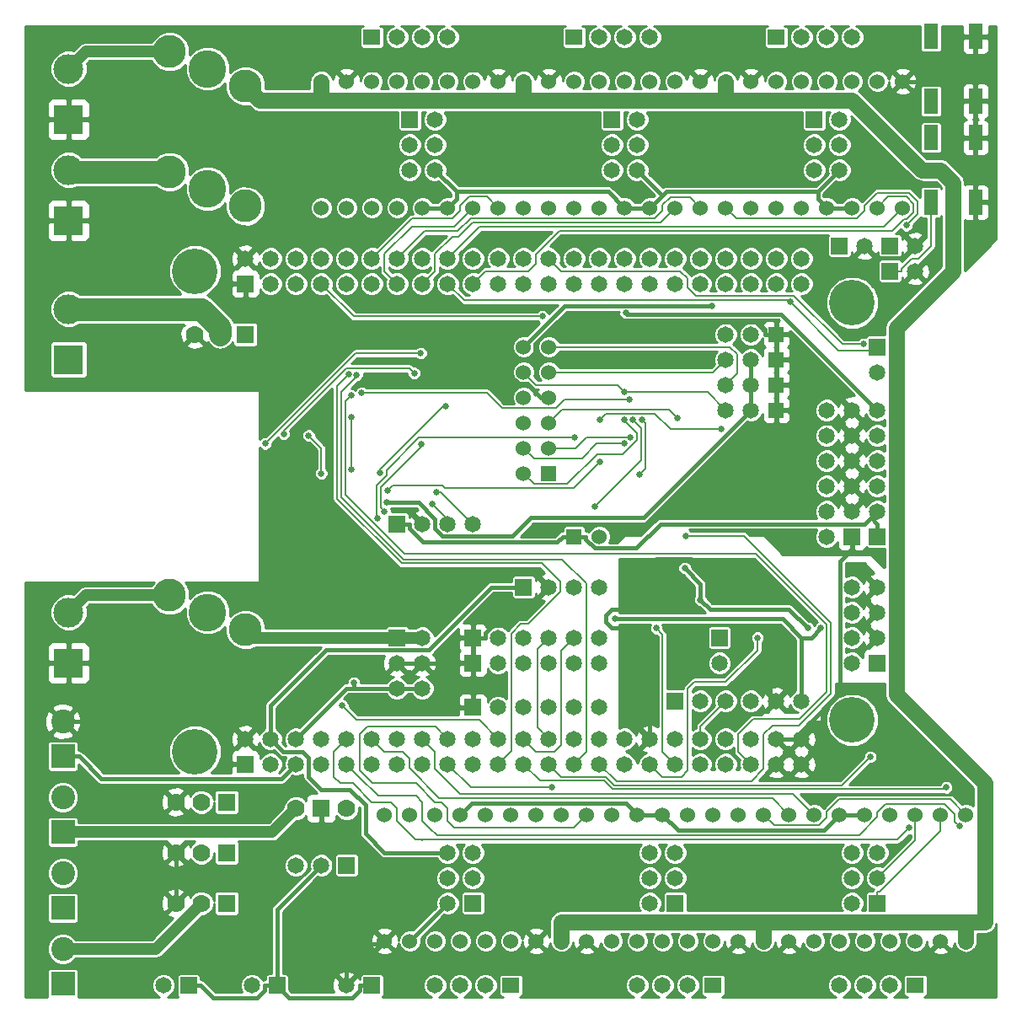
<source format=gbl>
G04 (created by PCBNEW (2013-07-07 BZR 4022)-stable) date 2/16/2014 1:34:46 PM*
%MOIN*%
G04 Gerber Fmt 3.4, Leading zero omitted, Abs format*
%FSLAX34Y34*%
G01*
G70*
G90*
G04 APERTURE LIST*
%ADD10C,0.00590551*%
%ADD11C,0.18*%
%ADD12R,0.065X0.065*%
%ADD13C,0.065*%
%ADD14C,0.06*%
%ADD15R,0.06X0.06*%
%ADD16C,0.07*%
%ADD17R,0.07X0.07*%
%ADD18R,0.1181X0.1181*%
%ADD19C,0.1181*%
%ADD20R,0.065X0.06*%
%ADD21R,0.055X0.0984*%
%ADD22C,0.13*%
%ADD23C,0.149*%
%ADD24C,0.0944882*%
%ADD25R,0.0944882X0.0944882*%
%ADD26C,0.025*%
%ADD27C,0.016*%
%ADD28C,0.063*%
%ADD29C,0.045*%
%ADD30C,0.008*%
%ADD31C,0.09*%
%ADD32C,0.01*%
G04 APERTURE END LIST*
G54D10*
G54D11*
X32400Y11750D03*
X6400Y10500D03*
X6400Y29500D03*
X32400Y28250D03*
G54D12*
X8400Y10000D03*
G54D13*
X8400Y11000D03*
X9400Y10000D03*
X9400Y11000D03*
X10400Y10000D03*
X10400Y11000D03*
X11400Y10000D03*
X11400Y11000D03*
X12400Y10000D03*
X12400Y11000D03*
X13400Y10000D03*
X13400Y11000D03*
X14400Y10000D03*
X14400Y11000D03*
X15400Y10000D03*
X15400Y11000D03*
X16400Y10000D03*
X16400Y11000D03*
X17400Y10000D03*
X17400Y11000D03*
X18400Y10000D03*
X18400Y11000D03*
X19400Y10000D03*
X19400Y11000D03*
X20400Y10000D03*
X20400Y11000D03*
X21400Y10000D03*
X21400Y11000D03*
X22400Y10000D03*
X22400Y11000D03*
X23400Y10000D03*
X23400Y11000D03*
X24400Y10000D03*
X24400Y11000D03*
X25400Y10000D03*
X25400Y11000D03*
X26400Y10000D03*
X26400Y11000D03*
X27400Y10000D03*
X27400Y11000D03*
X28400Y10000D03*
X28400Y11000D03*
X29400Y10000D03*
X29400Y11000D03*
X30400Y10000D03*
X30400Y11000D03*
G54D12*
X8400Y29000D03*
G54D13*
X8400Y30000D03*
X9400Y29000D03*
X9400Y30000D03*
X10400Y29000D03*
X10400Y30000D03*
X11400Y29000D03*
X11400Y30000D03*
X12400Y29000D03*
X12400Y30000D03*
X13400Y29000D03*
X13400Y30000D03*
X14400Y29000D03*
X14400Y30000D03*
X15400Y29000D03*
X15400Y30000D03*
X16400Y29000D03*
X16400Y30000D03*
X17400Y29000D03*
X17400Y30000D03*
X18400Y29000D03*
X18400Y30000D03*
X19400Y29000D03*
X19400Y30000D03*
X20400Y29000D03*
X20400Y30000D03*
X21400Y29000D03*
X21400Y30000D03*
X22400Y29000D03*
X22400Y30000D03*
X23400Y29000D03*
X23400Y30000D03*
X24400Y29000D03*
X24400Y30000D03*
X25400Y29000D03*
X25400Y30000D03*
X26400Y29000D03*
X26400Y30000D03*
X27400Y29000D03*
X27400Y30000D03*
X28400Y29000D03*
X28400Y30000D03*
X29400Y29000D03*
X29400Y30000D03*
X30400Y29000D03*
X30400Y30000D03*
G54D14*
X11400Y32000D03*
X12400Y32000D03*
X13400Y32000D03*
X14400Y32000D03*
X15400Y32000D03*
X16400Y32000D03*
X17400Y32000D03*
X18400Y32000D03*
X18400Y37000D03*
X17400Y37000D03*
X16400Y37000D03*
X15400Y37000D03*
X14400Y37000D03*
X13400Y37000D03*
X12400Y37000D03*
X11400Y37000D03*
X19400Y32000D03*
X20400Y32000D03*
X21400Y32000D03*
X22400Y32000D03*
X23400Y32000D03*
X24400Y32000D03*
X25400Y32000D03*
X26400Y32000D03*
X26400Y37000D03*
X25400Y37000D03*
X24400Y37000D03*
X23400Y37000D03*
X22400Y37000D03*
X21400Y37000D03*
X20400Y37000D03*
X19400Y37000D03*
X27400Y32000D03*
X28400Y32000D03*
X29400Y32000D03*
X30400Y32000D03*
X31400Y32000D03*
X32400Y32000D03*
X33400Y32000D03*
X34400Y32000D03*
X34400Y37000D03*
X33400Y37000D03*
X32400Y37000D03*
X31400Y37000D03*
X30400Y37000D03*
X29400Y37000D03*
X28400Y37000D03*
X27400Y37000D03*
X20900Y8000D03*
X19900Y8000D03*
X18900Y8000D03*
X17900Y8000D03*
X16900Y8000D03*
X15900Y8000D03*
X14900Y8000D03*
X13900Y8000D03*
X13900Y3000D03*
X14900Y3000D03*
X15900Y3000D03*
X16900Y3000D03*
X17900Y3000D03*
X18900Y3000D03*
X19900Y3000D03*
X20900Y3000D03*
X28900Y8000D03*
X27900Y8000D03*
X26900Y8000D03*
X25900Y8000D03*
X24900Y8000D03*
X23900Y8000D03*
X22900Y8000D03*
X21900Y8000D03*
X21900Y3000D03*
X22900Y3000D03*
X23900Y3000D03*
X24900Y3000D03*
X25900Y3000D03*
X26900Y3000D03*
X27900Y3000D03*
X28900Y3000D03*
G54D12*
X14400Y19500D03*
G54D13*
X15400Y19500D03*
X16400Y19500D03*
X17400Y19500D03*
G54D12*
X14900Y35500D03*
G54D13*
X15900Y35500D03*
X14900Y34500D03*
X15900Y34500D03*
X14900Y33500D03*
X15900Y33500D03*
G54D12*
X17400Y4500D03*
G54D13*
X16400Y4500D03*
X17400Y5500D03*
X16400Y5500D03*
X17400Y6500D03*
X16400Y6500D03*
G54D12*
X33400Y4500D03*
G54D13*
X32400Y4500D03*
X33400Y5500D03*
X32400Y5500D03*
X33400Y6500D03*
X32400Y6500D03*
G54D12*
X30900Y35500D03*
G54D13*
X31900Y35500D03*
X30900Y34500D03*
X31900Y34500D03*
X30900Y33500D03*
X31900Y33500D03*
G54D12*
X22900Y35500D03*
G54D13*
X23900Y35500D03*
X22900Y34500D03*
X23900Y34500D03*
X22900Y33500D03*
X23900Y33500D03*
G54D15*
X29400Y25000D03*
G54D13*
X28400Y25000D03*
X27400Y25000D03*
G54D15*
X29400Y24000D03*
G54D13*
X28400Y24000D03*
X27400Y24000D03*
G54D15*
X29400Y26000D03*
G54D13*
X28400Y26000D03*
X27400Y26000D03*
G54D15*
X29400Y27000D03*
G54D13*
X28400Y27000D03*
X27400Y27000D03*
G54D16*
X7400Y27000D03*
X6400Y27000D03*
G54D17*
X8400Y27000D03*
G54D16*
X6650Y6500D03*
X5650Y6500D03*
G54D17*
X7650Y6500D03*
G54D16*
X6650Y4500D03*
X5650Y4500D03*
G54D17*
X7650Y4500D03*
G54D16*
X6650Y8500D03*
X5650Y8500D03*
G54D17*
X7650Y8500D03*
G54D18*
X1400Y35500D03*
G54D19*
X1400Y37500D03*
G54D20*
X13400Y38750D03*
G54D13*
X14400Y38750D03*
X15400Y38750D03*
X16400Y38750D03*
G54D20*
X21400Y38750D03*
G54D13*
X22400Y38750D03*
X23400Y38750D03*
X24400Y38750D03*
G54D20*
X29400Y38750D03*
G54D13*
X30400Y38750D03*
X31400Y38750D03*
X32400Y38750D03*
G54D20*
X18900Y1250D03*
G54D13*
X17900Y1250D03*
X16900Y1250D03*
X15900Y1250D03*
G54D12*
X33400Y14000D03*
G54D13*
X32400Y14000D03*
X33400Y15000D03*
X32400Y15000D03*
X33400Y16000D03*
X32400Y16000D03*
X33400Y17000D03*
X32400Y17000D03*
G54D18*
X1400Y26000D03*
G54D19*
X1400Y28000D03*
G54D18*
X1400Y14000D03*
G54D19*
X1400Y16000D03*
G54D21*
X35514Y34779D03*
X37286Y34779D03*
X35514Y32220D03*
X37286Y32220D03*
G54D20*
X26900Y1250D03*
G54D13*
X25900Y1250D03*
X24900Y1250D03*
X23900Y1250D03*
G54D20*
X34900Y1250D03*
G54D13*
X33900Y1250D03*
X32900Y1250D03*
X31900Y1250D03*
G54D14*
X36900Y8000D03*
X35900Y8000D03*
X34900Y8000D03*
X33900Y8000D03*
X32900Y8000D03*
X31900Y8000D03*
X30900Y8000D03*
X29900Y8000D03*
X29900Y3000D03*
X30900Y3000D03*
X31900Y3000D03*
X32900Y3000D03*
X33900Y3000D03*
X34900Y3000D03*
X35900Y3000D03*
X36900Y3000D03*
G54D12*
X25400Y4500D03*
G54D13*
X24400Y4500D03*
X25400Y5500D03*
X24400Y5500D03*
X25400Y6500D03*
X24400Y6500D03*
G54D12*
X17400Y15000D03*
G54D13*
X18400Y15000D03*
X19400Y15000D03*
X20400Y15000D03*
X21400Y15000D03*
X22400Y15000D03*
G54D12*
X19400Y17000D03*
G54D13*
X20400Y17000D03*
X21400Y17000D03*
X22400Y17000D03*
G54D12*
X12400Y6000D03*
G54D13*
X11400Y6000D03*
X10400Y6000D03*
G54D16*
X10400Y8250D03*
G54D17*
X11400Y8250D03*
G54D16*
X12400Y8250D03*
G54D12*
X17400Y14000D03*
G54D13*
X18400Y14000D03*
X19400Y14000D03*
X20400Y14000D03*
X21400Y14000D03*
X22400Y14000D03*
G54D12*
X13400Y1250D03*
G54D13*
X12400Y1250D03*
G54D22*
X5400Y16680D03*
X8400Y15320D03*
G54D23*
X6900Y16000D03*
G54D22*
X5400Y38180D03*
X8400Y36820D03*
G54D23*
X6900Y37500D03*
G54D22*
X5400Y33430D03*
X8400Y32070D03*
G54D23*
X6900Y32750D03*
G54D12*
X9650Y1250D03*
G54D13*
X8650Y1250D03*
G54D12*
X6150Y1250D03*
G54D13*
X5150Y1250D03*
G54D15*
X20400Y21500D03*
G54D14*
X19400Y21500D03*
X20400Y22500D03*
X19400Y22500D03*
X20400Y23500D03*
X19400Y23500D03*
X20400Y24500D03*
X19400Y24500D03*
X20400Y25500D03*
X19400Y25500D03*
X20400Y26500D03*
X19400Y26500D03*
G54D12*
X33900Y29500D03*
G54D13*
X34900Y29500D03*
G54D24*
X1175Y2688D03*
G54D25*
X1175Y1311D03*
G54D24*
X1175Y5688D03*
G54D25*
X1175Y4311D03*
G54D24*
X1175Y8688D03*
G54D25*
X1175Y7311D03*
G54D15*
X21400Y19000D03*
G54D14*
X22400Y19000D03*
G54D18*
X1400Y31500D03*
G54D19*
X1400Y33500D03*
G54D12*
X27150Y15000D03*
G54D13*
X27150Y14000D03*
G54D12*
X33400Y26500D03*
G54D13*
X33400Y25500D03*
G54D12*
X33400Y19000D03*
G54D13*
X33400Y20000D03*
X33400Y21000D03*
X33400Y22000D03*
X33400Y23000D03*
X33400Y24000D03*
G54D12*
X32400Y19000D03*
G54D13*
X31400Y19000D03*
X32400Y20000D03*
X31400Y20000D03*
X32400Y21000D03*
X31400Y21000D03*
X32400Y22000D03*
X31400Y22000D03*
X32400Y23000D03*
X31400Y23000D03*
X32400Y24000D03*
X31400Y24000D03*
G54D21*
X35514Y38779D03*
X37286Y38779D03*
X35514Y36220D03*
X37286Y36220D03*
G54D12*
X33900Y30500D03*
G54D13*
X34900Y30500D03*
G54D12*
X14400Y15000D03*
G54D13*
X15400Y15000D03*
X14400Y14000D03*
X15400Y14000D03*
X14400Y13000D03*
X15400Y13000D03*
G54D12*
X17400Y12250D03*
G54D13*
X18400Y12250D03*
X19400Y12250D03*
X20400Y12250D03*
X21400Y12250D03*
X22400Y12250D03*
G54D12*
X25400Y12500D03*
G54D13*
X26400Y12500D03*
X27400Y12500D03*
X28400Y12500D03*
X29400Y12500D03*
X30400Y12500D03*
G54D12*
X31900Y30500D03*
G54D13*
X32900Y30500D03*
G54D24*
X1175Y11688D03*
G54D25*
X1175Y10311D03*
G54D26*
X34544Y31304D03*
X34653Y7473D03*
X28150Y15375D03*
X26400Y17750D03*
X24025Y13250D03*
X24025Y17500D03*
X23400Y15375D03*
X23025Y15750D03*
X31150Y15375D03*
X15344Y22655D03*
X13899Y19987D03*
X26838Y28106D03*
X22047Y27485D03*
X20504Y9083D03*
X12996Y24681D03*
X23601Y24432D03*
X29942Y28286D03*
X32857Y26610D03*
X12802Y25398D03*
X9171Y22670D03*
X15331Y26252D03*
X12472Y25405D03*
X9910Y23063D03*
X15071Y25466D03*
X12572Y24577D03*
X13727Y21520D03*
X16325Y24156D03*
X12589Y23723D03*
X12589Y21654D03*
X12234Y12308D03*
X33114Y10290D03*
X36121Y9077D03*
X24098Y23603D03*
X25820Y19029D03*
X23998Y21460D03*
X23625Y22929D03*
X23723Y23603D03*
X22204Y20179D03*
X23382Y22674D03*
X30650Y15375D03*
X25774Y17750D03*
X26400Y16500D03*
X36644Y7539D03*
X22413Y23626D03*
X27228Y23242D03*
X25501Y23675D03*
X15945Y20768D03*
X15775Y20294D03*
X23400Y24719D03*
X23387Y23609D03*
X11400Y21500D03*
X10900Y23000D03*
X23445Y27845D03*
X28650Y15000D03*
X24650Y15375D03*
X12688Y13224D03*
X13986Y20346D03*
X20139Y27703D03*
X22414Y21945D03*
X14031Y20827D03*
X21404Y22920D03*
X13624Y19724D03*
G54D27*
X6635Y1250D02*
X6150Y1250D01*
X7120Y764D02*
X6635Y1250D01*
X8861Y764D02*
X7120Y764D01*
X9164Y1068D02*
X8861Y764D01*
X9164Y1250D02*
X9164Y1068D01*
X9625Y1250D02*
X9164Y1250D01*
X9650Y1250D02*
X9625Y1250D01*
X10110Y764D02*
X9625Y1250D01*
X12611Y764D02*
X10110Y764D01*
X12914Y1068D02*
X12611Y764D01*
X12914Y1250D02*
X12914Y1068D01*
X13400Y1250D02*
X12914Y1250D01*
X9650Y4250D02*
X9650Y1250D01*
X11400Y6000D02*
X9650Y4250D01*
G54D28*
X8970Y36250D02*
X11400Y36250D01*
X8400Y36820D02*
X8970Y36250D01*
X28900Y3750D02*
X28900Y3000D01*
X11400Y36250D02*
X11400Y37000D01*
X19400Y36250D02*
X19400Y37000D01*
X27400Y36250D02*
X27400Y37000D01*
X37650Y3750D02*
X36900Y3750D01*
X37650Y9250D02*
X37650Y3750D01*
X34150Y12750D02*
X37650Y9250D01*
X34150Y27250D02*
X34150Y12750D01*
X36400Y29500D02*
X34150Y27250D01*
X36400Y33000D02*
X36400Y29500D01*
X35900Y33500D02*
X36400Y33000D01*
X35150Y33500D02*
X35900Y33500D01*
X32400Y36250D02*
X35150Y33500D01*
X27400Y36250D02*
X32400Y36250D01*
X19400Y36250D02*
X27400Y36250D01*
X11400Y36250D02*
X19400Y36250D01*
X36900Y3750D02*
X28900Y3750D01*
X36900Y3000D02*
X36900Y3750D01*
X20900Y3750D02*
X20900Y3000D01*
X28900Y3750D02*
X20900Y3750D01*
X36900Y3750D02*
X36900Y3000D01*
G54D29*
X9461Y7311D02*
X10400Y8250D01*
X1175Y7311D02*
X9461Y7311D01*
X15400Y15000D02*
X14400Y15000D01*
X14400Y15000D02*
X13769Y15000D01*
X8720Y15000D02*
X13769Y15000D01*
X8400Y15320D02*
X8720Y15000D01*
G54D30*
X34992Y31752D02*
X34544Y31304D01*
X34992Y32249D02*
X34992Y31752D01*
X34643Y32598D02*
X34992Y32249D01*
X33399Y32598D02*
X34643Y32598D01*
X32900Y32098D02*
X33399Y32598D01*
X32900Y31890D02*
X32900Y32098D01*
X32589Y31579D02*
X32900Y31890D01*
X27820Y31579D02*
X32589Y31579D01*
X27400Y32000D02*
X27820Y31579D01*
X29323Y7576D02*
X28900Y8000D01*
X31077Y7576D02*
X29323Y7576D01*
X31400Y7899D02*
X31077Y7576D01*
X31400Y8120D02*
X31400Y7899D01*
X31887Y8608D02*
X31400Y8120D01*
X36291Y8608D02*
X31887Y8608D01*
X36900Y8000D02*
X36291Y8608D01*
G54D31*
X7400Y27267D02*
X7400Y27000D01*
X6667Y28000D02*
X7400Y27267D01*
X1400Y28000D02*
X6667Y28000D01*
G54D29*
X4838Y2688D02*
X6650Y4500D01*
X1175Y2688D02*
X4838Y2688D01*
G54D31*
X1470Y33430D02*
X1400Y33500D01*
X5400Y33430D02*
X1470Y33430D01*
G54D29*
X2080Y38180D02*
X1400Y37500D01*
X5400Y38180D02*
X2080Y38180D01*
X2080Y16680D02*
X1400Y16000D01*
X5400Y16680D02*
X2080Y16680D01*
G54D30*
X11900Y10250D02*
X11900Y9750D01*
X15400Y7000D02*
X15400Y7014D01*
X15385Y7014D02*
X15400Y7000D01*
X15135Y7014D02*
X15385Y7014D01*
X14900Y7250D02*
X15135Y7014D01*
X14400Y7750D02*
X14900Y7250D01*
X14400Y8250D02*
X14400Y7750D01*
X14150Y8500D02*
X14400Y8250D01*
X13400Y8500D02*
X14150Y8500D01*
X12650Y9250D02*
X13400Y8500D01*
X12150Y9250D02*
X12650Y9250D01*
X11900Y9500D02*
X12150Y9250D01*
X11900Y9750D02*
X11900Y9500D01*
X35514Y30479D02*
X35514Y32220D01*
X35034Y30000D02*
X35514Y30479D01*
X34764Y30000D02*
X35034Y30000D01*
X34345Y29581D02*
X34764Y30000D01*
X34345Y29500D02*
X34345Y29581D01*
X33900Y29500D02*
X34345Y29500D01*
X34194Y7014D02*
X34653Y7473D01*
X15400Y7014D02*
X34194Y7014D01*
X11900Y10500D02*
X11900Y10250D01*
X12400Y11000D02*
X11900Y10500D01*
G54D27*
X29150Y12750D02*
X29400Y12500D01*
X29150Y15375D02*
X29150Y12750D01*
X28150Y15375D02*
X29150Y15375D01*
X24025Y16125D02*
X24025Y17500D01*
X22900Y16125D02*
X24025Y16125D01*
X22650Y15875D02*
X22900Y16125D01*
X22650Y15625D02*
X22650Y15875D01*
X22900Y15375D02*
X22650Y15625D01*
X23400Y15375D02*
X22900Y15375D01*
X26025Y18125D02*
X26400Y17750D01*
X24650Y18125D02*
X26025Y18125D01*
X24025Y17500D02*
X24650Y18125D01*
X24400Y12874D02*
X24025Y13250D01*
X24400Y11000D02*
X24400Y12874D01*
X24025Y15375D02*
X23400Y15375D01*
X24025Y13250D02*
X24025Y15375D01*
X29650Y15750D02*
X23025Y15750D01*
X30400Y15000D02*
X29650Y15750D01*
X30400Y12500D02*
X30400Y15000D01*
X30774Y15000D02*
X31150Y15375D01*
X30400Y15000D02*
X30774Y15000D01*
G54D30*
X26400Y11500D02*
X26400Y11000D01*
X27400Y12500D02*
X26400Y11500D01*
X15344Y22563D02*
X15344Y22655D01*
X13741Y20960D02*
X15344Y22563D01*
X13741Y20145D02*
X13741Y20960D01*
X13899Y19987D02*
X13741Y20145D01*
G54D27*
X9400Y11000D02*
X9900Y10500D01*
X13900Y6500D02*
X13150Y7250D01*
X13150Y7250D02*
X13150Y7500D01*
X13900Y6500D02*
X16400Y6500D01*
X13150Y8375D02*
X13150Y7500D01*
X12525Y9000D02*
X13150Y8375D01*
X11400Y9000D02*
X12525Y9000D01*
X10900Y9500D02*
X11400Y9000D01*
X10900Y10250D02*
X10900Y9500D01*
X10650Y10500D02*
X10900Y10250D01*
X9900Y10500D02*
X10650Y10500D01*
X24900Y8000D02*
X23900Y8000D01*
X31900Y8000D02*
X32900Y8000D01*
X25523Y7376D02*
X24900Y8000D01*
X31276Y7376D02*
X25523Y7376D01*
X31900Y8000D02*
X31276Y7376D01*
X9400Y12326D02*
X9400Y11000D01*
X31400Y32000D02*
X32400Y32000D01*
X31039Y32360D02*
X31400Y32000D01*
X31039Y32639D02*
X31039Y32360D01*
X31900Y33500D02*
X31039Y32639D01*
X23439Y8460D02*
X23900Y8000D01*
X16900Y8000D02*
X17360Y8460D01*
X17360Y8460D02*
X23439Y8460D01*
X24900Y32500D02*
X23900Y33500D01*
X25039Y32639D02*
X24900Y32500D01*
X31039Y32639D02*
X25039Y32639D01*
X24900Y32500D02*
X24400Y32000D01*
X11585Y14512D02*
X9400Y12326D01*
X15642Y14512D02*
X11585Y14512D01*
X18130Y17000D02*
X15642Y14512D01*
X19400Y17000D02*
X18130Y17000D01*
X24400Y32000D02*
X23400Y32000D01*
X26812Y28131D02*
X26838Y28106D01*
X21031Y28131D02*
X26812Y28131D01*
X19400Y26500D02*
X21031Y28131D01*
X14900Y3000D02*
X16400Y4500D01*
X16400Y32000D02*
X15400Y32000D01*
X16760Y32360D02*
X16400Y32000D01*
X16760Y32640D02*
X16760Y32360D01*
X15900Y33500D02*
X16760Y32640D01*
X22760Y32640D02*
X23400Y32000D01*
X16760Y32640D02*
X22760Y32640D01*
X14400Y14000D02*
X15400Y14000D01*
X15400Y14000D02*
X17400Y14000D01*
X29400Y24000D02*
X29860Y24000D01*
X34414Y30014D02*
X34900Y30500D01*
X33385Y30014D02*
X34414Y30014D01*
X32900Y30500D02*
X33385Y30014D01*
X6900Y31500D02*
X8400Y30000D01*
X1400Y31500D02*
X6900Y31500D01*
X19919Y37480D02*
X20400Y37000D01*
X18880Y37480D02*
X19919Y37480D01*
X18400Y37000D02*
X18880Y37480D01*
X17930Y37469D02*
X18400Y37000D01*
X12869Y37469D02*
X17930Y37469D01*
X12400Y37000D02*
X12869Y37469D01*
X7711Y11688D02*
X8400Y11000D01*
X1175Y11688D02*
X7711Y11688D01*
X5650Y4500D02*
X5650Y6500D01*
X12400Y2896D02*
X12400Y1250D01*
X13796Y2896D02*
X13900Y3000D01*
X12400Y2896D02*
X13796Y2896D01*
X28380Y2519D02*
X27900Y3000D01*
X29419Y2519D02*
X28380Y2519D01*
X29900Y3000D02*
X29419Y2519D01*
X31900Y23500D02*
X32400Y24000D01*
X32400Y23000D02*
X31900Y23500D01*
X30360Y23500D02*
X29860Y24000D01*
X31900Y23500D02*
X30360Y23500D01*
X37285Y36220D02*
X37285Y36872D01*
X37158Y37999D02*
X37285Y38126D01*
X37158Y37000D02*
X37158Y37999D01*
X34400Y37000D02*
X37158Y37000D01*
X37158Y37000D02*
X37285Y36872D01*
X37285Y38779D02*
X37285Y38126D01*
X29400Y27000D02*
X28939Y27000D01*
X32400Y19000D02*
X32400Y18514D01*
X30400Y11000D02*
X29400Y11000D01*
X31914Y18029D02*
X32400Y18514D01*
X31914Y12796D02*
X31914Y18029D01*
X30400Y11281D02*
X31914Y12796D01*
X30400Y11000D02*
X30400Y11281D01*
X20874Y37474D02*
X20400Y37000D01*
X25925Y37474D02*
X20874Y37474D01*
X26400Y37000D02*
X25925Y37474D01*
X26875Y37475D02*
X26400Y37000D01*
X27924Y37475D02*
X26875Y37475D01*
X28400Y37000D02*
X27924Y37475D01*
X18885Y15485D02*
X20400Y17000D01*
X18188Y15485D02*
X18885Y15485D01*
X17885Y15181D02*
X18188Y15485D01*
X17885Y15000D02*
X17885Y15181D01*
X17400Y15000D02*
X17885Y15000D01*
X22373Y2526D02*
X21900Y3000D01*
X27426Y2526D02*
X22373Y2526D01*
X27900Y3000D02*
X27426Y2526D01*
X21422Y2522D02*
X21900Y3000D01*
X20377Y2522D02*
X21422Y2522D01*
X19900Y3000D02*
X20377Y2522D01*
X12400Y3147D02*
X12400Y2896D01*
X11889Y7250D02*
X11400Y7739D01*
X11889Y3657D02*
X11889Y7250D01*
X12400Y3147D02*
X11889Y3657D01*
X11400Y8250D02*
X11400Y7739D01*
X28627Y27485D02*
X22047Y27485D01*
X28939Y27172D02*
X28627Y27485D01*
X28939Y27000D02*
X28939Y27172D01*
X20083Y24500D02*
X20400Y24500D01*
X19544Y25039D02*
X20083Y24500D01*
X19209Y25039D02*
X19544Y25039D01*
X18918Y25331D02*
X19209Y25039D01*
X18918Y25695D02*
X18918Y25331D01*
X19222Y26000D02*
X18918Y25695D01*
X19579Y26000D02*
X19222Y26000D01*
X19860Y26280D02*
X19579Y26000D01*
X19860Y26620D02*
X19860Y26280D01*
X20724Y27485D02*
X19860Y26620D01*
X22047Y27485D02*
X20724Y27485D01*
G54D30*
X13900Y10500D02*
X13400Y11000D01*
X14607Y10500D02*
X13900Y10500D01*
X14874Y10232D02*
X14607Y10500D01*
X14874Y9853D02*
X14874Y10232D01*
X16067Y8660D02*
X14874Y9853D01*
X29239Y8660D02*
X16067Y8660D01*
X29900Y8000D02*
X29239Y8660D01*
X30069Y8830D02*
X30900Y8000D01*
X16884Y8830D02*
X30069Y8830D01*
X15900Y9815D02*
X16884Y8830D01*
X15900Y10500D02*
X15900Y9815D01*
X15400Y11000D02*
X15900Y10500D01*
X14900Y9250D02*
X15150Y9250D01*
X13431Y9250D02*
X14900Y9250D01*
X13165Y9515D02*
X13431Y9250D01*
X15150Y9250D02*
X15900Y8500D01*
X16650Y7500D02*
X21400Y7500D01*
X13165Y9515D02*
X12921Y9759D01*
X12921Y9759D02*
X12921Y11195D01*
X12921Y11195D02*
X13207Y11481D01*
X13207Y11481D02*
X15918Y11481D01*
X16400Y11000D02*
X15918Y11481D01*
X15900Y8500D02*
X16150Y8500D01*
X16150Y8500D02*
X16400Y8250D01*
X16400Y8250D02*
X16400Y7750D01*
X16400Y7750D02*
X16650Y7500D01*
X21400Y7500D02*
X21900Y8000D01*
X17316Y9083D02*
X16400Y10000D01*
X20504Y9083D02*
X17316Y9083D01*
X19950Y14550D02*
X20400Y15000D01*
X19950Y11449D02*
X19950Y14550D01*
X20400Y11000D02*
X19950Y11449D01*
X19900Y10500D02*
X19400Y11000D01*
X20607Y10500D02*
X19900Y10500D01*
X20874Y10767D02*
X20607Y10500D01*
X20874Y14474D02*
X20874Y10767D01*
X21400Y15000D02*
X20874Y14474D01*
X21036Y24432D02*
X23601Y24432D01*
X20675Y24072D02*
X21036Y24432D01*
X18557Y24072D02*
X20675Y24072D01*
X17948Y24681D02*
X18557Y24072D01*
X12996Y24681D02*
X17948Y24681D01*
X33265Y26365D02*
X33400Y26500D01*
X31863Y26365D02*
X33265Y26365D01*
X29942Y28286D02*
X31863Y26365D01*
X17042Y28357D02*
X16400Y29000D01*
X29871Y28357D02*
X17042Y28357D01*
X29942Y28286D02*
X29871Y28357D01*
X20900Y29500D02*
X20400Y30000D01*
X25592Y29500D02*
X20900Y29500D01*
X25874Y29217D02*
X25592Y29500D01*
X25874Y28854D02*
X25874Y29217D01*
X26211Y28517D02*
X25874Y28854D01*
X29827Y28517D02*
X26211Y28517D01*
X29841Y28531D02*
X29827Y28517D01*
X30098Y28531D02*
X29841Y28531D01*
X32019Y26610D02*
X30098Y28531D01*
X32857Y26610D02*
X32019Y26610D01*
X12802Y25330D02*
X12802Y25398D01*
X12184Y24712D02*
X12802Y25330D01*
X12184Y20560D02*
X12184Y24712D01*
X14648Y18096D02*
X12184Y20560D01*
X20934Y18096D02*
X14648Y18096D01*
X21874Y17156D02*
X20934Y18096D01*
X21874Y10474D02*
X21874Y17156D01*
X21400Y10000D02*
X21874Y10474D01*
X12746Y26252D02*
X15331Y26252D01*
X9171Y22677D02*
X12746Y26252D01*
X9171Y22670D02*
X9171Y22677D01*
X12024Y24957D02*
X12472Y25405D01*
X12024Y20492D02*
X12024Y24957D01*
X14580Y17936D02*
X12024Y20492D01*
X20112Y17936D02*
X14580Y17936D01*
X20845Y17203D02*
X20112Y17936D01*
X20845Y16807D02*
X20845Y17203D01*
X19575Y15538D02*
X20845Y16807D01*
X19298Y15538D02*
X19575Y15538D01*
X18925Y15165D02*
X19298Y15538D01*
X18925Y10525D02*
X18925Y15165D01*
X18400Y10000D02*
X18925Y10525D01*
X9910Y23190D02*
X9910Y23063D01*
X12371Y25650D02*
X9910Y23190D01*
X14887Y25650D02*
X12371Y25650D01*
X15071Y25466D02*
X14887Y25650D01*
X27900Y10500D02*
X28400Y10000D01*
X27900Y11179D02*
X27900Y10500D01*
X28491Y11770D02*
X27900Y11179D01*
X30310Y11770D02*
X28491Y11770D01*
X31395Y12855D02*
X30310Y11770D01*
X31395Y15513D02*
X31395Y12855D01*
X28583Y18325D02*
X31395Y15513D01*
X14673Y18325D02*
X28583Y18325D01*
X12344Y20654D02*
X14673Y18325D01*
X12344Y24350D02*
X12344Y20654D01*
X12572Y24577D02*
X12344Y24350D01*
X16237Y24156D02*
X16325Y24156D01*
X13727Y21647D02*
X16237Y24156D01*
X13727Y21520D02*
X13727Y21647D01*
X17638Y11761D02*
X18400Y11000D01*
X12782Y11761D02*
X17638Y11761D01*
X12234Y12308D02*
X12782Y11761D01*
X12589Y21654D02*
X12589Y23723D01*
X31987Y9163D02*
X33114Y10290D01*
X22995Y9163D02*
X31987Y9163D01*
X22662Y9496D02*
X22995Y9163D01*
X20903Y9496D02*
X22662Y9496D01*
X20400Y10000D02*
X20903Y9496D01*
X36047Y9003D02*
X36121Y9077D01*
X22929Y9003D02*
X36047Y9003D01*
X22596Y9336D02*
X22929Y9003D01*
X20063Y9336D02*
X22596Y9336D01*
X19400Y10000D02*
X20063Y9336D01*
X28106Y19029D02*
X25820Y19029D01*
X31560Y15574D02*
X28106Y19029D01*
X31560Y12794D02*
X31560Y15574D01*
X30297Y11531D02*
X31560Y12794D01*
X29253Y11531D02*
X30297Y11531D01*
X28900Y11177D02*
X29253Y11531D01*
X28900Y9817D02*
X28900Y11177D01*
X28406Y9323D02*
X28900Y9817D01*
X23076Y9323D02*
X28406Y9323D01*
X22400Y10000D02*
X23076Y9323D01*
X24222Y21684D02*
X23998Y21460D01*
X24222Y23479D02*
X24222Y21684D01*
X24098Y23603D02*
X24222Y23479D01*
X21451Y22500D02*
X20400Y22500D01*
X21880Y22929D02*
X21451Y22500D01*
X23625Y22929D02*
X21880Y22929D01*
X24047Y22021D02*
X22204Y20179D01*
X24047Y23279D02*
X24047Y22021D01*
X23723Y23603D02*
X24047Y23279D01*
X19820Y22079D02*
X19400Y22500D01*
X21704Y22079D02*
X19820Y22079D01*
X22299Y22674D02*
X21704Y22079D01*
X23382Y22674D02*
X22299Y22674D01*
X34900Y7000D02*
X34900Y8000D01*
X33400Y5500D02*
X34900Y7000D01*
X33400Y4500D02*
X33400Y4945D01*
X35900Y7344D02*
X35900Y8000D01*
X33500Y4945D02*
X35900Y7344D01*
X33400Y4945D02*
X33500Y4945D01*
G54D27*
X29900Y16120D02*
X30650Y15375D01*
X26774Y16125D02*
X29900Y16120D01*
X26400Y16500D02*
X26774Y16125D01*
X26400Y17125D02*
X26400Y16500D01*
X25774Y17750D02*
X26400Y17125D01*
G54D30*
X15650Y7500D02*
X15975Y7174D01*
X13650Y8750D02*
X15150Y8750D01*
X15150Y8750D02*
X15400Y8500D01*
X15400Y8500D02*
X15400Y7750D01*
X15400Y7750D02*
X15650Y7500D01*
X12900Y9500D02*
X13650Y8750D01*
X16150Y7174D02*
X16150Y7174D01*
X15975Y7174D02*
X16150Y7174D01*
X36644Y7539D02*
X36465Y7718D01*
X36465Y7718D02*
X36465Y8033D01*
X36465Y8033D02*
X36065Y8433D01*
X36065Y8433D02*
X33735Y8433D01*
X33735Y8433D02*
X33400Y8097D01*
X33400Y8097D02*
X33400Y7903D01*
X33400Y7903D02*
X32671Y7174D01*
X32671Y7174D02*
X16150Y7174D01*
X12900Y9500D02*
X12400Y10000D01*
X25215Y23242D02*
X27228Y23242D01*
X24597Y23861D02*
X25215Y23242D01*
X22648Y23861D02*
X24597Y23861D01*
X22413Y23626D02*
X22648Y23861D01*
X25141Y24035D02*
X25501Y23675D01*
X20935Y24035D02*
X25141Y24035D01*
X20400Y23500D02*
X20935Y24035D01*
X16131Y20768D02*
X15945Y20768D01*
X17400Y19500D02*
X16131Y20768D01*
X16400Y19670D02*
X15775Y20294D01*
X16400Y19500D02*
X16400Y19670D01*
X26900Y25500D02*
X27400Y26000D01*
X20400Y25500D02*
X26900Y25500D01*
X27857Y25457D02*
X27400Y25000D01*
X27857Y26205D02*
X27857Y25457D01*
X27563Y26500D02*
X27857Y26205D01*
X20400Y26500D02*
X27563Y26500D01*
X23119Y25000D02*
X23400Y24719D01*
X19900Y25000D02*
X23119Y25000D01*
X19400Y25500D02*
X19900Y25000D01*
X26680Y24719D02*
X27400Y24000D01*
X23400Y24719D02*
X26680Y24719D01*
X19820Y21079D02*
X19400Y21500D01*
X21127Y21079D02*
X19820Y21079D01*
X22310Y22262D02*
X21127Y21079D01*
X23319Y22262D02*
X22310Y22262D01*
X23871Y22815D02*
X23319Y22262D01*
X23871Y23091D02*
X23871Y22815D01*
X23387Y23576D02*
X23871Y23091D01*
X23387Y23609D02*
X23387Y23576D01*
X11400Y22500D02*
X11400Y21500D01*
X10900Y23000D02*
X11400Y22500D01*
G54D27*
X14400Y19500D02*
X14885Y19500D01*
X21400Y19000D02*
X21860Y19000D01*
X21400Y19000D02*
X20939Y19000D01*
X33400Y19000D02*
X33400Y19485D01*
X33142Y19742D02*
X33400Y19485D01*
X32900Y19500D02*
X33142Y19742D01*
X24812Y19500D02*
X32900Y19500D01*
X23849Y18536D02*
X24812Y19500D01*
X22208Y18536D02*
X23849Y18536D01*
X21860Y18884D02*
X22208Y18536D01*
X21860Y19000D02*
X21860Y18884D01*
X33142Y19742D02*
X33400Y20000D01*
X14885Y19318D02*
X14885Y19500D01*
X15432Y18770D02*
X14885Y19318D01*
X20710Y18770D02*
X15432Y18770D01*
X20939Y19000D02*
X20710Y18770D01*
X29599Y27800D02*
X33400Y24000D01*
X23490Y27800D02*
X29599Y27800D01*
X23445Y27845D02*
X23490Y27800D01*
G54D30*
X24900Y9500D02*
X24400Y10000D01*
X25650Y9500D02*
X24900Y9500D01*
X25900Y9750D02*
X25650Y9500D01*
X25900Y13000D02*
X25900Y9750D01*
X26150Y13250D02*
X25900Y13000D01*
X27400Y13250D02*
X26150Y13250D01*
X28650Y14500D02*
X27400Y13250D01*
X28650Y15000D02*
X28650Y14500D01*
X24900Y15125D02*
X24650Y15375D01*
X24900Y10500D02*
X24900Y15125D01*
X25400Y10000D02*
X24900Y10500D01*
G54D27*
X28400Y26000D02*
X28400Y25000D01*
X2691Y9427D02*
X1808Y10311D01*
X9827Y9427D02*
X2691Y9427D01*
X10400Y10000D02*
X9827Y9427D01*
X1175Y10311D02*
X1808Y10311D01*
X15400Y13000D02*
X14400Y13000D01*
X24140Y19740D02*
X28400Y24000D01*
X19691Y19740D02*
X24140Y19740D01*
X18966Y19014D02*
X19691Y19740D01*
X16198Y19014D02*
X18966Y19014D01*
X15900Y19313D02*
X16198Y19014D01*
X15900Y19697D02*
X15900Y19313D01*
X15251Y20346D02*
X15900Y19697D01*
X13986Y20346D02*
X15251Y20346D01*
X28400Y24000D02*
X28400Y25000D01*
X12688Y13000D02*
X12688Y13224D01*
X14400Y13000D02*
X12688Y13000D01*
X12400Y13000D02*
X10400Y11000D01*
X12688Y13000D02*
X12400Y13000D01*
G54D30*
X12696Y27703D02*
X20139Y27703D01*
X11400Y29000D02*
X12696Y27703D01*
X14979Y31579D02*
X13400Y30000D01*
X16579Y31579D02*
X14979Y31579D01*
X16900Y31899D02*
X16579Y31579D01*
X16900Y32097D02*
X16900Y31899D01*
X17242Y32439D02*
X16900Y32097D01*
X17960Y32439D02*
X17242Y32439D01*
X18400Y32000D02*
X17960Y32439D01*
X16659Y31259D02*
X17400Y32000D01*
X14988Y31259D02*
X16659Y31259D01*
X13900Y30170D02*
X14988Y31259D01*
X13900Y29500D02*
X13900Y30170D01*
X14400Y29000D02*
X13900Y29500D01*
X25979Y32420D02*
X26400Y32000D01*
X25210Y32420D02*
X25979Y32420D01*
X24900Y32109D02*
X25210Y32420D01*
X24900Y31889D02*
X24900Y32109D01*
X24590Y31579D02*
X24900Y31889D01*
X17308Y31579D02*
X24590Y31579D01*
X16800Y31071D02*
X17308Y31579D01*
X15471Y31071D02*
X16800Y31071D01*
X14400Y30000D02*
X15471Y31071D01*
X24819Y31419D02*
X25400Y32000D01*
X17375Y31419D02*
X24819Y31419D01*
X16810Y30854D02*
X17375Y31419D01*
X16583Y30854D02*
X16810Y30854D01*
X15900Y30170D02*
X16583Y30854D01*
X15900Y29500D02*
X15900Y30170D01*
X15400Y29000D02*
X15900Y29500D01*
X14219Y21015D02*
X14031Y20827D01*
X16180Y21015D02*
X14219Y21015D01*
X16291Y20904D02*
X16180Y21015D01*
X21373Y20904D02*
X16291Y20904D01*
X22414Y21945D02*
X21373Y20904D01*
X15262Y22920D02*
X21404Y22920D01*
X13973Y21630D02*
X15262Y22920D01*
X13973Y21418D02*
X13973Y21630D01*
X13581Y21027D02*
X13973Y21418D01*
X13581Y19766D02*
X13581Y21027D01*
X13624Y19724D02*
X13581Y19766D01*
X33659Y31259D02*
X34400Y32000D01*
X17659Y31259D02*
X33659Y31259D01*
X16400Y30000D02*
X17659Y31259D01*
X33837Y32437D02*
X33400Y32000D01*
X34556Y32437D02*
X33837Y32437D01*
X34825Y32169D02*
X34556Y32437D01*
X34825Y31826D02*
X34825Y32169D01*
X34548Y31550D02*
X34825Y31826D01*
X34443Y31550D02*
X34548Y31550D01*
X33992Y31099D02*
X34443Y31550D01*
X20818Y31099D02*
X33992Y31099D01*
X19874Y30155D02*
X20818Y31099D01*
X19874Y29786D02*
X19874Y30155D01*
X19587Y29500D02*
X19874Y29786D01*
X17900Y29500D02*
X19587Y29500D01*
X17400Y29000D02*
X17900Y29500D01*
G54D10*
G36*
X15476Y19494D02*
X15405Y19423D01*
X15400Y19429D01*
X15394Y19423D01*
X15323Y19494D01*
X15329Y19500D01*
X14995Y19833D01*
X14898Y19802D01*
X14875Y19739D01*
X14875Y19854D01*
X14852Y19909D01*
X14810Y19952D01*
X14754Y19974D01*
X14695Y19975D01*
X14174Y19975D01*
X14174Y20042D01*
X14144Y20114D01*
X14145Y20116D01*
X15156Y20116D01*
X15219Y20052D01*
X15097Y20001D01*
X15066Y19904D01*
X15400Y19570D01*
X15405Y19576D01*
X15476Y19505D01*
X15470Y19500D01*
X15476Y19494D01*
X15476Y19494D01*
G37*
G54D32*
X15476Y19494D02*
X15405Y19423D01*
X15400Y19429D01*
X15394Y19423D01*
X15323Y19494D01*
X15329Y19500D01*
X14995Y19833D01*
X14898Y19802D01*
X14875Y19739D01*
X14875Y19854D01*
X14852Y19909D01*
X14810Y19952D01*
X14754Y19974D01*
X14695Y19975D01*
X14174Y19975D01*
X14174Y20042D01*
X14144Y20114D01*
X14145Y20116D01*
X15156Y20116D01*
X15219Y20052D01*
X15097Y20001D01*
X15066Y19904D01*
X15400Y19570D01*
X15405Y19576D01*
X15476Y19505D01*
X15470Y19500D01*
X15476Y19494D01*
G54D10*
G36*
X20476Y24494D02*
X20405Y24423D01*
X20400Y24429D01*
X20394Y24423D01*
X20323Y24494D01*
X20329Y24500D01*
X20323Y24505D01*
X20394Y24576D01*
X20400Y24570D01*
X20405Y24576D01*
X20476Y24505D01*
X20470Y24500D01*
X20476Y24494D01*
X20476Y24494D01*
G37*
G54D32*
X20476Y24494D02*
X20405Y24423D01*
X20400Y24429D01*
X20394Y24423D01*
X20323Y24494D01*
X20329Y24500D01*
X20323Y24505D01*
X20394Y24576D01*
X20400Y24570D01*
X20405Y24576D01*
X20476Y24505D01*
X20470Y24500D01*
X20476Y24494D01*
G54D10*
G36*
X20476Y16994D02*
X20405Y16923D01*
X20400Y16929D01*
X20066Y16595D01*
X20097Y16498D01*
X20221Y16453D01*
X19496Y15728D01*
X19298Y15728D01*
X19225Y15713D01*
X19163Y15672D01*
X18791Y15299D01*
X18783Y15288D01*
X18669Y15402D01*
X18494Y15474D01*
X18305Y15475D01*
X18131Y15402D01*
X17997Y15269D01*
X17975Y15215D01*
X17975Y15275D01*
X17974Y15374D01*
X17936Y15466D01*
X17866Y15537D01*
X17774Y15575D01*
X17512Y15575D01*
X17450Y15512D01*
X17450Y15050D01*
X17457Y15050D01*
X17457Y14950D01*
X17450Y14950D01*
X17450Y14512D01*
X17450Y14487D01*
X17450Y14050D01*
X17457Y14050D01*
X17457Y13950D01*
X17450Y13950D01*
X17450Y13487D01*
X17512Y13425D01*
X17774Y13424D01*
X17866Y13462D01*
X17936Y13533D01*
X17974Y13625D01*
X17975Y13724D01*
X17975Y13784D01*
X17997Y13731D01*
X18130Y13597D01*
X18305Y13525D01*
X18494Y13524D01*
X18668Y13597D01*
X18735Y13663D01*
X18735Y12586D01*
X18669Y12652D01*
X18494Y12724D01*
X18305Y12725D01*
X18131Y12652D01*
X17997Y12519D01*
X17975Y12465D01*
X17975Y12525D01*
X17974Y12624D01*
X17936Y12716D01*
X17866Y12787D01*
X17774Y12825D01*
X17512Y12825D01*
X17450Y12762D01*
X17450Y12300D01*
X17457Y12300D01*
X17457Y12200D01*
X17450Y12200D01*
X17450Y12192D01*
X17350Y12192D01*
X17350Y12200D01*
X17350Y12300D01*
X17350Y12762D01*
X17350Y13487D01*
X17350Y13950D01*
X17350Y14050D01*
X17350Y14487D01*
X17350Y14512D01*
X17350Y14950D01*
X16887Y14950D01*
X16825Y14887D01*
X16824Y14724D01*
X16825Y14625D01*
X16863Y14533D01*
X16896Y14500D01*
X16863Y14466D01*
X16825Y14374D01*
X16824Y14275D01*
X16825Y14112D01*
X16887Y14050D01*
X17350Y14050D01*
X17350Y13950D01*
X16887Y13950D01*
X16825Y13887D01*
X16824Y13724D01*
X16825Y13625D01*
X16863Y13533D01*
X16933Y13462D01*
X17025Y13424D01*
X17287Y13425D01*
X17350Y13487D01*
X17350Y12762D01*
X17287Y12825D01*
X17025Y12825D01*
X16933Y12787D01*
X16863Y12716D01*
X16825Y12624D01*
X16824Y12525D01*
X16825Y12362D01*
X16887Y12300D01*
X17350Y12300D01*
X17350Y12200D01*
X16887Y12200D01*
X16825Y12137D01*
X16824Y11974D01*
X16824Y11951D01*
X15979Y11951D01*
X12861Y11951D01*
X12509Y12302D01*
X12509Y12363D01*
X12467Y12464D01*
X12390Y12541D01*
X12303Y12578D01*
X12495Y12770D01*
X12688Y12770D01*
X13981Y12770D01*
X13997Y12731D01*
X14130Y12597D01*
X14305Y12525D01*
X14494Y12524D01*
X14668Y12597D01*
X14802Y12730D01*
X14818Y12770D01*
X14981Y12770D01*
X14997Y12731D01*
X15130Y12597D01*
X15305Y12525D01*
X15494Y12524D01*
X15668Y12597D01*
X15802Y12730D01*
X15874Y12905D01*
X15875Y13094D01*
X15802Y13268D01*
X15669Y13402D01*
X15570Y13443D01*
X15702Y13498D01*
X15733Y13595D01*
X15400Y13929D01*
X15066Y13595D01*
X15097Y13498D01*
X15238Y13447D01*
X15131Y13402D01*
X14997Y13269D01*
X14981Y13230D01*
X14818Y13230D01*
X14802Y13268D01*
X14669Y13402D01*
X14570Y13443D01*
X14702Y13498D01*
X14733Y13595D01*
X14400Y13929D01*
X14066Y13595D01*
X14097Y13498D01*
X14238Y13447D01*
X14131Y13402D01*
X13997Y13269D01*
X13981Y13230D01*
X12963Y13230D01*
X12963Y13278D01*
X12921Y13380D01*
X12844Y13457D01*
X12743Y13499D01*
X12633Y13499D01*
X12532Y13457D01*
X12455Y13380D01*
X12413Y13279D01*
X12413Y13230D01*
X12400Y13230D01*
X12399Y13230D01*
X12311Y13212D01*
X12237Y13162D01*
X12237Y13162D01*
X10533Y11458D01*
X10494Y11474D01*
X10305Y11475D01*
X10131Y11402D01*
X9997Y11269D01*
X9925Y11094D01*
X9924Y10905D01*
X9997Y10731D01*
X9998Y10730D01*
X9995Y10730D01*
X9858Y10866D01*
X9874Y10905D01*
X9875Y11094D01*
X9802Y11268D01*
X9669Y11402D01*
X9630Y11418D01*
X9630Y12231D01*
X11681Y14282D01*
X13890Y14282D01*
X13820Y14087D01*
X13830Y13859D01*
X13898Y13697D01*
X13995Y13666D01*
X14329Y14000D01*
X14323Y14005D01*
X14394Y14076D01*
X14400Y14070D01*
X14405Y14076D01*
X14476Y14005D01*
X14470Y14000D01*
X14804Y13666D01*
X14900Y13696D01*
X14995Y13666D01*
X15329Y14000D01*
X15323Y14005D01*
X15394Y14076D01*
X15400Y14070D01*
X15405Y14076D01*
X15476Y14005D01*
X15470Y14000D01*
X15804Y13666D01*
X15901Y13697D01*
X15979Y13912D01*
X15969Y14140D01*
X15901Y14302D01*
X15804Y14333D01*
X15849Y14378D01*
X15841Y14386D01*
X16825Y15369D01*
X16824Y15275D01*
X16825Y15112D01*
X16887Y15050D01*
X17350Y15050D01*
X17350Y15512D01*
X17287Y15575D01*
X17030Y15575D01*
X18225Y16770D01*
X18924Y16770D01*
X18924Y16645D01*
X18947Y16590D01*
X18989Y16547D01*
X19045Y16525D01*
X19104Y16524D01*
X19754Y16524D01*
X19809Y16547D01*
X19852Y16589D01*
X19874Y16645D01*
X19875Y16704D01*
X19875Y16752D01*
X19898Y16697D01*
X19995Y16666D01*
X20329Y17000D01*
X19995Y17333D01*
X19898Y17302D01*
X19875Y17239D01*
X19875Y17354D01*
X19852Y17409D01*
X19810Y17452D01*
X19754Y17474D01*
X19695Y17475D01*
X19045Y17475D01*
X18990Y17452D01*
X18947Y17410D01*
X18925Y17354D01*
X18924Y17295D01*
X18924Y17230D01*
X18130Y17230D01*
X18042Y17212D01*
X17967Y17162D01*
X15875Y15070D01*
X15875Y15094D01*
X15802Y15268D01*
X15669Y15402D01*
X15494Y15474D01*
X15305Y15475D01*
X15131Y15402D01*
X15103Y15375D01*
X14866Y15375D01*
X14852Y15409D01*
X14810Y15452D01*
X14754Y15474D01*
X14695Y15475D01*
X14045Y15475D01*
X13990Y15452D01*
X13947Y15410D01*
X13933Y15375D01*
X13769Y15375D01*
X11675Y15375D01*
X11675Y21554D01*
X11633Y21655D01*
X11590Y21698D01*
X11590Y22500D01*
X11575Y22572D01*
X11534Y22634D01*
X11174Y22993D01*
X11175Y23054D01*
X11133Y23155D01*
X11055Y23232D01*
X10954Y23274D01*
X10845Y23275D01*
X10744Y23233D01*
X10667Y23155D01*
X10625Y23054D01*
X10624Y22945D01*
X10666Y22844D01*
X10744Y22767D01*
X10845Y22725D01*
X10906Y22724D01*
X11210Y22421D01*
X11210Y21698D01*
X11167Y21655D01*
X11125Y21554D01*
X11124Y21445D01*
X11166Y21344D01*
X11244Y21267D01*
X11345Y21225D01*
X11454Y21224D01*
X11555Y21266D01*
X11632Y21344D01*
X11674Y21445D01*
X11675Y21554D01*
X11675Y15375D01*
X9200Y15375D01*
X9200Y15478D01*
X9078Y15772D01*
X8853Y15997D01*
X8559Y16119D01*
X8241Y16120D01*
X7947Y15998D01*
X7794Y15846D01*
X7795Y16177D01*
X7659Y16506D01*
X7407Y16758D01*
X7078Y16894D01*
X6722Y16895D01*
X6393Y16759D01*
X6199Y16565D01*
X6200Y16838D01*
X6078Y17132D01*
X6011Y17200D01*
X8950Y17200D01*
X8950Y22503D01*
X9015Y22437D01*
X9116Y22395D01*
X9225Y22395D01*
X9326Y22437D01*
X9404Y22514D01*
X9446Y22615D01*
X9446Y22683D01*
X9675Y22912D01*
X9677Y22907D01*
X9754Y22830D01*
X9855Y22788D01*
X9965Y22788D01*
X10066Y22830D01*
X10143Y22907D01*
X10185Y23008D01*
X10185Y23117D01*
X10162Y23173D01*
X11834Y24845D01*
X11834Y20492D01*
X11849Y20419D01*
X11890Y20358D01*
X14445Y17802D01*
X14445Y17802D01*
X14507Y17761D01*
X14580Y17746D01*
X20033Y17746D01*
X20225Y17554D01*
X20097Y17501D01*
X20066Y17404D01*
X20400Y17070D01*
X20405Y17076D01*
X20476Y17005D01*
X20470Y17000D01*
X20476Y16994D01*
X20476Y16994D01*
G37*
G54D32*
X20476Y16994D02*
X20405Y16923D01*
X20400Y16929D01*
X20066Y16595D01*
X20097Y16498D01*
X20221Y16453D01*
X19496Y15728D01*
X19298Y15728D01*
X19225Y15713D01*
X19163Y15672D01*
X18791Y15299D01*
X18783Y15288D01*
X18669Y15402D01*
X18494Y15474D01*
X18305Y15475D01*
X18131Y15402D01*
X17997Y15269D01*
X17975Y15215D01*
X17975Y15275D01*
X17974Y15374D01*
X17936Y15466D01*
X17866Y15537D01*
X17774Y15575D01*
X17512Y15575D01*
X17450Y15512D01*
X17450Y15050D01*
X17457Y15050D01*
X17457Y14950D01*
X17450Y14950D01*
X17450Y14512D01*
X17450Y14487D01*
X17450Y14050D01*
X17457Y14050D01*
X17457Y13950D01*
X17450Y13950D01*
X17450Y13487D01*
X17512Y13425D01*
X17774Y13424D01*
X17866Y13462D01*
X17936Y13533D01*
X17974Y13625D01*
X17975Y13724D01*
X17975Y13784D01*
X17997Y13731D01*
X18130Y13597D01*
X18305Y13525D01*
X18494Y13524D01*
X18668Y13597D01*
X18735Y13663D01*
X18735Y12586D01*
X18669Y12652D01*
X18494Y12724D01*
X18305Y12725D01*
X18131Y12652D01*
X17997Y12519D01*
X17975Y12465D01*
X17975Y12525D01*
X17974Y12624D01*
X17936Y12716D01*
X17866Y12787D01*
X17774Y12825D01*
X17512Y12825D01*
X17450Y12762D01*
X17450Y12300D01*
X17457Y12300D01*
X17457Y12200D01*
X17450Y12200D01*
X17450Y12192D01*
X17350Y12192D01*
X17350Y12200D01*
X17350Y12300D01*
X17350Y12762D01*
X17350Y13487D01*
X17350Y13950D01*
X17350Y14050D01*
X17350Y14487D01*
X17350Y14512D01*
X17350Y14950D01*
X16887Y14950D01*
X16825Y14887D01*
X16824Y14724D01*
X16825Y14625D01*
X16863Y14533D01*
X16896Y14500D01*
X16863Y14466D01*
X16825Y14374D01*
X16824Y14275D01*
X16825Y14112D01*
X16887Y14050D01*
X17350Y14050D01*
X17350Y13950D01*
X16887Y13950D01*
X16825Y13887D01*
X16824Y13724D01*
X16825Y13625D01*
X16863Y13533D01*
X16933Y13462D01*
X17025Y13424D01*
X17287Y13425D01*
X17350Y13487D01*
X17350Y12762D01*
X17287Y12825D01*
X17025Y12825D01*
X16933Y12787D01*
X16863Y12716D01*
X16825Y12624D01*
X16824Y12525D01*
X16825Y12362D01*
X16887Y12300D01*
X17350Y12300D01*
X17350Y12200D01*
X16887Y12200D01*
X16825Y12137D01*
X16824Y11974D01*
X16824Y11951D01*
X15979Y11951D01*
X12861Y11951D01*
X12509Y12302D01*
X12509Y12363D01*
X12467Y12464D01*
X12390Y12541D01*
X12303Y12578D01*
X12495Y12770D01*
X12688Y12770D01*
X13981Y12770D01*
X13997Y12731D01*
X14130Y12597D01*
X14305Y12525D01*
X14494Y12524D01*
X14668Y12597D01*
X14802Y12730D01*
X14818Y12770D01*
X14981Y12770D01*
X14997Y12731D01*
X15130Y12597D01*
X15305Y12525D01*
X15494Y12524D01*
X15668Y12597D01*
X15802Y12730D01*
X15874Y12905D01*
X15875Y13094D01*
X15802Y13268D01*
X15669Y13402D01*
X15570Y13443D01*
X15702Y13498D01*
X15733Y13595D01*
X15400Y13929D01*
X15066Y13595D01*
X15097Y13498D01*
X15238Y13447D01*
X15131Y13402D01*
X14997Y13269D01*
X14981Y13230D01*
X14818Y13230D01*
X14802Y13268D01*
X14669Y13402D01*
X14570Y13443D01*
X14702Y13498D01*
X14733Y13595D01*
X14400Y13929D01*
X14066Y13595D01*
X14097Y13498D01*
X14238Y13447D01*
X14131Y13402D01*
X13997Y13269D01*
X13981Y13230D01*
X12963Y13230D01*
X12963Y13278D01*
X12921Y13380D01*
X12844Y13457D01*
X12743Y13499D01*
X12633Y13499D01*
X12532Y13457D01*
X12455Y13380D01*
X12413Y13279D01*
X12413Y13230D01*
X12400Y13230D01*
X12399Y13230D01*
X12311Y13212D01*
X12237Y13162D01*
X12237Y13162D01*
X10533Y11458D01*
X10494Y11474D01*
X10305Y11475D01*
X10131Y11402D01*
X9997Y11269D01*
X9925Y11094D01*
X9924Y10905D01*
X9997Y10731D01*
X9998Y10730D01*
X9995Y10730D01*
X9858Y10866D01*
X9874Y10905D01*
X9875Y11094D01*
X9802Y11268D01*
X9669Y11402D01*
X9630Y11418D01*
X9630Y12231D01*
X11681Y14282D01*
X13890Y14282D01*
X13820Y14087D01*
X13830Y13859D01*
X13898Y13697D01*
X13995Y13666D01*
X14329Y14000D01*
X14323Y14005D01*
X14394Y14076D01*
X14400Y14070D01*
X14405Y14076D01*
X14476Y14005D01*
X14470Y14000D01*
X14804Y13666D01*
X14900Y13696D01*
X14995Y13666D01*
X15329Y14000D01*
X15323Y14005D01*
X15394Y14076D01*
X15400Y14070D01*
X15405Y14076D01*
X15476Y14005D01*
X15470Y14000D01*
X15804Y13666D01*
X15901Y13697D01*
X15979Y13912D01*
X15969Y14140D01*
X15901Y14302D01*
X15804Y14333D01*
X15849Y14378D01*
X15841Y14386D01*
X16825Y15369D01*
X16824Y15275D01*
X16825Y15112D01*
X16887Y15050D01*
X17350Y15050D01*
X17350Y15512D01*
X17287Y15575D01*
X17030Y15575D01*
X18225Y16770D01*
X18924Y16770D01*
X18924Y16645D01*
X18947Y16590D01*
X18989Y16547D01*
X19045Y16525D01*
X19104Y16524D01*
X19754Y16524D01*
X19809Y16547D01*
X19852Y16589D01*
X19874Y16645D01*
X19875Y16704D01*
X19875Y16752D01*
X19898Y16697D01*
X19995Y16666D01*
X20329Y17000D01*
X19995Y17333D01*
X19898Y17302D01*
X19875Y17239D01*
X19875Y17354D01*
X19852Y17409D01*
X19810Y17452D01*
X19754Y17474D01*
X19695Y17475D01*
X19045Y17475D01*
X18990Y17452D01*
X18947Y17410D01*
X18925Y17354D01*
X18924Y17295D01*
X18924Y17230D01*
X18130Y17230D01*
X18042Y17212D01*
X17967Y17162D01*
X15875Y15070D01*
X15875Y15094D01*
X15802Y15268D01*
X15669Y15402D01*
X15494Y15474D01*
X15305Y15475D01*
X15131Y15402D01*
X15103Y15375D01*
X14866Y15375D01*
X14852Y15409D01*
X14810Y15452D01*
X14754Y15474D01*
X14695Y15475D01*
X14045Y15475D01*
X13990Y15452D01*
X13947Y15410D01*
X13933Y15375D01*
X13769Y15375D01*
X11675Y15375D01*
X11675Y21554D01*
X11633Y21655D01*
X11590Y21698D01*
X11590Y22500D01*
X11575Y22572D01*
X11534Y22634D01*
X11174Y22993D01*
X11175Y23054D01*
X11133Y23155D01*
X11055Y23232D01*
X10954Y23274D01*
X10845Y23275D01*
X10744Y23233D01*
X10667Y23155D01*
X10625Y23054D01*
X10624Y22945D01*
X10666Y22844D01*
X10744Y22767D01*
X10845Y22725D01*
X10906Y22724D01*
X11210Y22421D01*
X11210Y21698D01*
X11167Y21655D01*
X11125Y21554D01*
X11124Y21445D01*
X11166Y21344D01*
X11244Y21267D01*
X11345Y21225D01*
X11454Y21224D01*
X11555Y21266D01*
X11632Y21344D01*
X11674Y21445D01*
X11675Y21554D01*
X11675Y15375D01*
X9200Y15375D01*
X9200Y15478D01*
X9078Y15772D01*
X8853Y15997D01*
X8559Y16119D01*
X8241Y16120D01*
X7947Y15998D01*
X7794Y15846D01*
X7795Y16177D01*
X7659Y16506D01*
X7407Y16758D01*
X7078Y16894D01*
X6722Y16895D01*
X6393Y16759D01*
X6199Y16565D01*
X6200Y16838D01*
X6078Y17132D01*
X6011Y17200D01*
X8950Y17200D01*
X8950Y22503D01*
X9015Y22437D01*
X9116Y22395D01*
X9225Y22395D01*
X9326Y22437D01*
X9404Y22514D01*
X9446Y22615D01*
X9446Y22683D01*
X9675Y22912D01*
X9677Y22907D01*
X9754Y22830D01*
X9855Y22788D01*
X9965Y22788D01*
X10066Y22830D01*
X10143Y22907D01*
X10185Y23008D01*
X10185Y23117D01*
X10162Y23173D01*
X11834Y24845D01*
X11834Y20492D01*
X11849Y20419D01*
X11890Y20358D01*
X14445Y17802D01*
X14445Y17802D01*
X14507Y17761D01*
X14580Y17746D01*
X20033Y17746D01*
X20225Y17554D01*
X20097Y17501D01*
X20066Y17404D01*
X20400Y17070D01*
X20405Y17076D01*
X20476Y17005D01*
X20470Y17000D01*
X20476Y16994D01*
G54D10*
G36*
X33685Y17800D02*
X33670Y17800D01*
X33170Y18300D01*
X29670Y18300D01*
X28920Y19050D01*
X28353Y19050D01*
X28240Y19163D01*
X28178Y19204D01*
X28106Y19219D01*
X26019Y19219D01*
X25976Y19262D01*
X25957Y19270D01*
X30998Y19270D01*
X30997Y19269D01*
X30925Y19094D01*
X30924Y18905D01*
X30997Y18731D01*
X31130Y18597D01*
X31305Y18525D01*
X31494Y18524D01*
X31668Y18597D01*
X31802Y18730D01*
X31824Y18784D01*
X31824Y18625D01*
X31862Y18533D01*
X31933Y18463D01*
X32025Y18425D01*
X32124Y18424D01*
X32287Y18425D01*
X32350Y18487D01*
X32350Y18950D01*
X32342Y18950D01*
X32342Y19050D01*
X32350Y19050D01*
X32350Y19057D01*
X32450Y19057D01*
X32450Y19050D01*
X32457Y19050D01*
X32457Y18950D01*
X32450Y18950D01*
X32450Y18487D01*
X32512Y18425D01*
X32675Y18424D01*
X32774Y18425D01*
X32866Y18463D01*
X32937Y18533D01*
X32956Y18581D01*
X32989Y18547D01*
X33045Y18525D01*
X33104Y18524D01*
X33685Y18524D01*
X33685Y17800D01*
X33685Y17800D01*
G37*
G54D32*
X33685Y17800D02*
X33670Y17800D01*
X33170Y18300D01*
X29670Y18300D01*
X28920Y19050D01*
X28353Y19050D01*
X28240Y19163D01*
X28178Y19204D01*
X28106Y19219D01*
X26019Y19219D01*
X25976Y19262D01*
X25957Y19270D01*
X30998Y19270D01*
X30997Y19269D01*
X30925Y19094D01*
X30924Y18905D01*
X30997Y18731D01*
X31130Y18597D01*
X31305Y18525D01*
X31494Y18524D01*
X31668Y18597D01*
X31802Y18730D01*
X31824Y18784D01*
X31824Y18625D01*
X31862Y18533D01*
X31933Y18463D01*
X32025Y18425D01*
X32124Y18424D01*
X32287Y18425D01*
X32350Y18487D01*
X32350Y18950D01*
X32342Y18950D01*
X32342Y19050D01*
X32350Y19050D01*
X32350Y19057D01*
X32450Y19057D01*
X32450Y19050D01*
X32457Y19050D01*
X32457Y18950D01*
X32450Y18950D01*
X32450Y18487D01*
X32512Y18425D01*
X32675Y18424D01*
X32774Y18425D01*
X32866Y18463D01*
X32937Y18533D01*
X32956Y18581D01*
X32989Y18547D01*
X33045Y18525D01*
X33104Y18524D01*
X33685Y18524D01*
X33685Y17800D01*
G54D10*
G36*
X35935Y29692D02*
X35479Y29237D01*
X35479Y29412D01*
X35469Y29640D01*
X35401Y29802D01*
X35304Y29833D01*
X34970Y29500D01*
X35304Y29166D01*
X35401Y29197D01*
X35479Y29412D01*
X35479Y29237D01*
X35233Y28990D01*
X35233Y29095D01*
X34900Y29429D01*
X34566Y29095D01*
X34597Y28998D01*
X34812Y28920D01*
X35040Y28930D01*
X35202Y28998D01*
X35233Y29095D01*
X35233Y28990D01*
X33821Y27578D01*
X33720Y27427D01*
X33685Y27250D01*
X33685Y26975D01*
X33450Y26975D01*
X33450Y28457D01*
X33290Y28844D01*
X33233Y28901D01*
X33233Y30095D01*
X32900Y30429D01*
X32566Y30095D01*
X32597Y29998D01*
X32812Y29920D01*
X33040Y29930D01*
X33202Y29998D01*
X33233Y30095D01*
X33233Y28901D01*
X32995Y29139D01*
X32609Y29299D01*
X32192Y29300D01*
X31806Y29140D01*
X31510Y28845D01*
X31350Y28459D01*
X31349Y28042D01*
X31509Y27656D01*
X31804Y27360D01*
X32190Y27200D01*
X32607Y27199D01*
X32994Y27359D01*
X33289Y27654D01*
X33449Y28040D01*
X33450Y28457D01*
X33450Y26975D01*
X33045Y26975D01*
X32990Y26952D01*
X32947Y26910D01*
X32933Y26876D01*
X32912Y26885D01*
X32803Y26885D01*
X32701Y26843D01*
X32658Y26800D01*
X32098Y26800D01*
X30373Y28525D01*
X30494Y28524D01*
X30668Y28597D01*
X30802Y28730D01*
X30874Y28905D01*
X30875Y29094D01*
X30875Y30094D01*
X30802Y30268D01*
X30669Y30402D01*
X30494Y30474D01*
X30305Y30475D01*
X30131Y30402D01*
X29997Y30269D01*
X29925Y30094D01*
X29924Y29905D01*
X29997Y29731D01*
X30130Y29597D01*
X30305Y29525D01*
X30494Y29524D01*
X30668Y29597D01*
X30802Y29730D01*
X30874Y29905D01*
X30875Y30094D01*
X30875Y29094D01*
X30802Y29268D01*
X30669Y29402D01*
X30494Y29474D01*
X30305Y29475D01*
X30131Y29402D01*
X29997Y29269D01*
X29925Y29094D01*
X29924Y28905D01*
X29997Y28731D01*
X30007Y28721D01*
X29841Y28721D01*
X29781Y28709D01*
X29802Y28730D01*
X29874Y28905D01*
X29875Y29094D01*
X29875Y30094D01*
X29802Y30268D01*
X29669Y30402D01*
X29494Y30474D01*
X29305Y30475D01*
X29131Y30402D01*
X28997Y30269D01*
X28925Y30094D01*
X28924Y29905D01*
X28997Y29731D01*
X29130Y29597D01*
X29305Y29525D01*
X29494Y29524D01*
X29668Y29597D01*
X29802Y29730D01*
X29874Y29905D01*
X29875Y30094D01*
X29875Y29094D01*
X29802Y29268D01*
X29669Y29402D01*
X29494Y29474D01*
X29305Y29475D01*
X29131Y29402D01*
X28997Y29269D01*
X28925Y29094D01*
X28924Y28905D01*
X28997Y28731D01*
X29020Y28707D01*
X28779Y28707D01*
X28802Y28730D01*
X28874Y28905D01*
X28875Y29094D01*
X28875Y30094D01*
X28802Y30268D01*
X28669Y30402D01*
X28494Y30474D01*
X28305Y30475D01*
X28131Y30402D01*
X27997Y30269D01*
X27925Y30094D01*
X27924Y29905D01*
X27997Y29731D01*
X28130Y29597D01*
X28305Y29525D01*
X28494Y29524D01*
X28668Y29597D01*
X28802Y29730D01*
X28874Y29905D01*
X28875Y30094D01*
X28875Y29094D01*
X28802Y29268D01*
X28669Y29402D01*
X28494Y29474D01*
X28305Y29475D01*
X28131Y29402D01*
X27997Y29269D01*
X27925Y29094D01*
X27924Y28905D01*
X27997Y28731D01*
X28020Y28707D01*
X27779Y28707D01*
X27802Y28730D01*
X27874Y28905D01*
X27875Y29094D01*
X27875Y30094D01*
X27802Y30268D01*
X27669Y30402D01*
X27494Y30474D01*
X27305Y30475D01*
X27131Y30402D01*
X26997Y30269D01*
X26925Y30094D01*
X26924Y29905D01*
X26997Y29731D01*
X27130Y29597D01*
X27305Y29525D01*
X27494Y29524D01*
X27668Y29597D01*
X27802Y29730D01*
X27874Y29905D01*
X27875Y30094D01*
X27875Y29094D01*
X27802Y29268D01*
X27669Y29402D01*
X27494Y29474D01*
X27305Y29475D01*
X27131Y29402D01*
X26997Y29269D01*
X26925Y29094D01*
X26924Y28905D01*
X26997Y28731D01*
X27020Y28707D01*
X26779Y28707D01*
X26802Y28730D01*
X26874Y28905D01*
X26875Y29094D01*
X26875Y30094D01*
X26802Y30268D01*
X26669Y30402D01*
X26494Y30474D01*
X26305Y30475D01*
X26131Y30402D01*
X25997Y30269D01*
X25925Y30094D01*
X25924Y29905D01*
X25997Y29731D01*
X26130Y29597D01*
X26305Y29525D01*
X26494Y29524D01*
X26668Y29597D01*
X26802Y29730D01*
X26874Y29905D01*
X26875Y30094D01*
X26875Y29094D01*
X26802Y29268D01*
X26669Y29402D01*
X26494Y29474D01*
X26305Y29475D01*
X26131Y29402D01*
X26037Y29309D01*
X26008Y29351D01*
X26008Y29351D01*
X25726Y29634D01*
X25714Y29642D01*
X25802Y29730D01*
X25874Y29905D01*
X25875Y30094D01*
X25802Y30268D01*
X25669Y30402D01*
X25494Y30474D01*
X25305Y30475D01*
X25131Y30402D01*
X24997Y30269D01*
X24925Y30094D01*
X24924Y29905D01*
X24997Y29731D01*
X25038Y29690D01*
X24761Y29690D01*
X24802Y29730D01*
X24874Y29905D01*
X24875Y30094D01*
X24802Y30268D01*
X24669Y30402D01*
X24494Y30474D01*
X24305Y30475D01*
X24131Y30402D01*
X23997Y30269D01*
X23925Y30094D01*
X23924Y29905D01*
X23997Y29731D01*
X24038Y29690D01*
X23761Y29690D01*
X23802Y29730D01*
X23874Y29905D01*
X23875Y30094D01*
X23802Y30268D01*
X23669Y30402D01*
X23494Y30474D01*
X23305Y30475D01*
X23131Y30402D01*
X22997Y30269D01*
X22925Y30094D01*
X22924Y29905D01*
X22997Y29731D01*
X23038Y29690D01*
X22761Y29690D01*
X22802Y29730D01*
X22874Y29905D01*
X22875Y30094D01*
X22802Y30268D01*
X22669Y30402D01*
X22494Y30474D01*
X22305Y30475D01*
X22131Y30402D01*
X21997Y30269D01*
X21925Y30094D01*
X21924Y29905D01*
X21997Y29731D01*
X22038Y29690D01*
X21761Y29690D01*
X21802Y29730D01*
X21874Y29905D01*
X21875Y30094D01*
X21802Y30268D01*
X21669Y30402D01*
X21494Y30474D01*
X21305Y30475D01*
X21131Y30402D01*
X20997Y30269D01*
X20925Y30094D01*
X20924Y29905D01*
X20997Y29731D01*
X21038Y29690D01*
X20978Y29690D01*
X20842Y29826D01*
X20874Y29905D01*
X20875Y30094D01*
X20802Y30268D01*
X20669Y30402D01*
X20494Y30474D01*
X20463Y30474D01*
X20897Y30909D01*
X31447Y30909D01*
X31425Y30854D01*
X31424Y30795D01*
X31424Y30145D01*
X31447Y30090D01*
X31489Y30047D01*
X31545Y30025D01*
X31604Y30024D01*
X32254Y30024D01*
X32309Y30047D01*
X32352Y30089D01*
X32374Y30145D01*
X32375Y30204D01*
X32375Y30252D01*
X32398Y30197D01*
X32495Y30166D01*
X32829Y30500D01*
X32823Y30505D01*
X32894Y30576D01*
X32900Y30570D01*
X32905Y30576D01*
X32976Y30505D01*
X32970Y30500D01*
X33304Y30166D01*
X33401Y30197D01*
X33424Y30260D01*
X33424Y30145D01*
X33447Y30090D01*
X33489Y30047D01*
X33545Y30025D01*
X33604Y30024D01*
X34254Y30024D01*
X34309Y30047D01*
X34352Y30089D01*
X34374Y30145D01*
X34375Y30204D01*
X34375Y30252D01*
X34398Y30197D01*
X34495Y30166D01*
X34829Y30500D01*
X34495Y30833D01*
X34398Y30802D01*
X34375Y30739D01*
X34375Y30854D01*
X34352Y30909D01*
X34310Y30952D01*
X34254Y30974D01*
X34195Y30975D01*
X34136Y30975D01*
X34311Y31149D01*
X34311Y31149D01*
X34388Y31071D01*
X34489Y31029D01*
X34599Y31029D01*
X34700Y31071D01*
X34777Y31148D01*
X34819Y31249D01*
X34819Y31311D01*
X35126Y31618D01*
X35126Y31618D01*
X35126Y31618D01*
X35130Y31624D01*
X35153Y31600D01*
X35209Y31578D01*
X35268Y31577D01*
X35324Y31577D01*
X35324Y30827D01*
X35304Y30833D01*
X35233Y30762D01*
X35233Y30904D01*
X35202Y31001D01*
X34987Y31079D01*
X34759Y31069D01*
X34597Y31001D01*
X34566Y30904D01*
X34900Y30570D01*
X35233Y30904D01*
X35233Y30762D01*
X34970Y30500D01*
X34976Y30494D01*
X34905Y30423D01*
X34900Y30429D01*
X34566Y30095D01*
X34572Y30077D01*
X34367Y29872D01*
X34352Y29909D01*
X34310Y29952D01*
X34254Y29974D01*
X34195Y29975D01*
X33545Y29975D01*
X33490Y29952D01*
X33447Y29910D01*
X33425Y29854D01*
X33424Y29795D01*
X33424Y29145D01*
X33447Y29090D01*
X33489Y29047D01*
X33545Y29025D01*
X33604Y29024D01*
X34254Y29024D01*
X34309Y29047D01*
X34352Y29089D01*
X34374Y29145D01*
X34375Y29204D01*
X34375Y29252D01*
X34398Y29197D01*
X34495Y29166D01*
X34829Y29500D01*
X34823Y29505D01*
X34894Y29576D01*
X34900Y29570D01*
X35233Y29904D01*
X35227Y29924D01*
X35648Y30345D01*
X35648Y30345D01*
X35648Y30345D01*
X35689Y30407D01*
X35689Y30407D01*
X35701Y30465D01*
X35704Y30479D01*
X35704Y30479D01*
X35704Y30479D01*
X35704Y31577D01*
X35818Y31577D01*
X35873Y31600D01*
X35916Y31642D01*
X35935Y31688D01*
X35935Y29692D01*
X35935Y29692D01*
G37*
G54D32*
X35935Y29692D02*
X35479Y29237D01*
X35479Y29412D01*
X35469Y29640D01*
X35401Y29802D01*
X35304Y29833D01*
X34970Y29500D01*
X35304Y29166D01*
X35401Y29197D01*
X35479Y29412D01*
X35479Y29237D01*
X35233Y28990D01*
X35233Y29095D01*
X34900Y29429D01*
X34566Y29095D01*
X34597Y28998D01*
X34812Y28920D01*
X35040Y28930D01*
X35202Y28998D01*
X35233Y29095D01*
X35233Y28990D01*
X33821Y27578D01*
X33720Y27427D01*
X33685Y27250D01*
X33685Y26975D01*
X33450Y26975D01*
X33450Y28457D01*
X33290Y28844D01*
X33233Y28901D01*
X33233Y30095D01*
X32900Y30429D01*
X32566Y30095D01*
X32597Y29998D01*
X32812Y29920D01*
X33040Y29930D01*
X33202Y29998D01*
X33233Y30095D01*
X33233Y28901D01*
X32995Y29139D01*
X32609Y29299D01*
X32192Y29300D01*
X31806Y29140D01*
X31510Y28845D01*
X31350Y28459D01*
X31349Y28042D01*
X31509Y27656D01*
X31804Y27360D01*
X32190Y27200D01*
X32607Y27199D01*
X32994Y27359D01*
X33289Y27654D01*
X33449Y28040D01*
X33450Y28457D01*
X33450Y26975D01*
X33045Y26975D01*
X32990Y26952D01*
X32947Y26910D01*
X32933Y26876D01*
X32912Y26885D01*
X32803Y26885D01*
X32701Y26843D01*
X32658Y26800D01*
X32098Y26800D01*
X30373Y28525D01*
X30494Y28524D01*
X30668Y28597D01*
X30802Y28730D01*
X30874Y28905D01*
X30875Y29094D01*
X30875Y30094D01*
X30802Y30268D01*
X30669Y30402D01*
X30494Y30474D01*
X30305Y30475D01*
X30131Y30402D01*
X29997Y30269D01*
X29925Y30094D01*
X29924Y29905D01*
X29997Y29731D01*
X30130Y29597D01*
X30305Y29525D01*
X30494Y29524D01*
X30668Y29597D01*
X30802Y29730D01*
X30874Y29905D01*
X30875Y30094D01*
X30875Y29094D01*
X30802Y29268D01*
X30669Y29402D01*
X30494Y29474D01*
X30305Y29475D01*
X30131Y29402D01*
X29997Y29269D01*
X29925Y29094D01*
X29924Y28905D01*
X29997Y28731D01*
X30007Y28721D01*
X29841Y28721D01*
X29781Y28709D01*
X29802Y28730D01*
X29874Y28905D01*
X29875Y29094D01*
X29875Y30094D01*
X29802Y30268D01*
X29669Y30402D01*
X29494Y30474D01*
X29305Y30475D01*
X29131Y30402D01*
X28997Y30269D01*
X28925Y30094D01*
X28924Y29905D01*
X28997Y29731D01*
X29130Y29597D01*
X29305Y29525D01*
X29494Y29524D01*
X29668Y29597D01*
X29802Y29730D01*
X29874Y29905D01*
X29875Y30094D01*
X29875Y29094D01*
X29802Y29268D01*
X29669Y29402D01*
X29494Y29474D01*
X29305Y29475D01*
X29131Y29402D01*
X28997Y29269D01*
X28925Y29094D01*
X28924Y28905D01*
X28997Y28731D01*
X29020Y28707D01*
X28779Y28707D01*
X28802Y28730D01*
X28874Y28905D01*
X28875Y29094D01*
X28875Y30094D01*
X28802Y30268D01*
X28669Y30402D01*
X28494Y30474D01*
X28305Y30475D01*
X28131Y30402D01*
X27997Y30269D01*
X27925Y30094D01*
X27924Y29905D01*
X27997Y29731D01*
X28130Y29597D01*
X28305Y29525D01*
X28494Y29524D01*
X28668Y29597D01*
X28802Y29730D01*
X28874Y29905D01*
X28875Y30094D01*
X28875Y29094D01*
X28802Y29268D01*
X28669Y29402D01*
X28494Y29474D01*
X28305Y29475D01*
X28131Y29402D01*
X27997Y29269D01*
X27925Y29094D01*
X27924Y28905D01*
X27997Y28731D01*
X28020Y28707D01*
X27779Y28707D01*
X27802Y28730D01*
X27874Y28905D01*
X27875Y29094D01*
X27875Y30094D01*
X27802Y30268D01*
X27669Y30402D01*
X27494Y30474D01*
X27305Y30475D01*
X27131Y30402D01*
X26997Y30269D01*
X26925Y30094D01*
X26924Y29905D01*
X26997Y29731D01*
X27130Y29597D01*
X27305Y29525D01*
X27494Y29524D01*
X27668Y29597D01*
X27802Y29730D01*
X27874Y29905D01*
X27875Y30094D01*
X27875Y29094D01*
X27802Y29268D01*
X27669Y29402D01*
X27494Y29474D01*
X27305Y29475D01*
X27131Y29402D01*
X26997Y29269D01*
X26925Y29094D01*
X26924Y28905D01*
X26997Y28731D01*
X27020Y28707D01*
X26779Y28707D01*
X26802Y28730D01*
X26874Y28905D01*
X26875Y29094D01*
X26875Y30094D01*
X26802Y30268D01*
X26669Y30402D01*
X26494Y30474D01*
X26305Y30475D01*
X26131Y30402D01*
X25997Y30269D01*
X25925Y30094D01*
X25924Y29905D01*
X25997Y29731D01*
X26130Y29597D01*
X26305Y29525D01*
X26494Y29524D01*
X26668Y29597D01*
X26802Y29730D01*
X26874Y29905D01*
X26875Y30094D01*
X26875Y29094D01*
X26802Y29268D01*
X26669Y29402D01*
X26494Y29474D01*
X26305Y29475D01*
X26131Y29402D01*
X26037Y29309D01*
X26008Y29351D01*
X26008Y29351D01*
X25726Y29634D01*
X25714Y29642D01*
X25802Y29730D01*
X25874Y29905D01*
X25875Y30094D01*
X25802Y30268D01*
X25669Y30402D01*
X25494Y30474D01*
X25305Y30475D01*
X25131Y30402D01*
X24997Y30269D01*
X24925Y30094D01*
X24924Y29905D01*
X24997Y29731D01*
X25038Y29690D01*
X24761Y29690D01*
X24802Y29730D01*
X24874Y29905D01*
X24875Y30094D01*
X24802Y30268D01*
X24669Y30402D01*
X24494Y30474D01*
X24305Y30475D01*
X24131Y30402D01*
X23997Y30269D01*
X23925Y30094D01*
X23924Y29905D01*
X23997Y29731D01*
X24038Y29690D01*
X23761Y29690D01*
X23802Y29730D01*
X23874Y29905D01*
X23875Y30094D01*
X23802Y30268D01*
X23669Y30402D01*
X23494Y30474D01*
X23305Y30475D01*
X23131Y30402D01*
X22997Y30269D01*
X22925Y30094D01*
X22924Y29905D01*
X22997Y29731D01*
X23038Y29690D01*
X22761Y29690D01*
X22802Y29730D01*
X22874Y29905D01*
X22875Y30094D01*
X22802Y30268D01*
X22669Y30402D01*
X22494Y30474D01*
X22305Y30475D01*
X22131Y30402D01*
X21997Y30269D01*
X21925Y30094D01*
X21924Y29905D01*
X21997Y29731D01*
X22038Y29690D01*
X21761Y29690D01*
X21802Y29730D01*
X21874Y29905D01*
X21875Y30094D01*
X21802Y30268D01*
X21669Y30402D01*
X21494Y30474D01*
X21305Y30475D01*
X21131Y30402D01*
X20997Y30269D01*
X20925Y30094D01*
X20924Y29905D01*
X20997Y29731D01*
X21038Y29690D01*
X20978Y29690D01*
X20842Y29826D01*
X20874Y29905D01*
X20875Y30094D01*
X20802Y30268D01*
X20669Y30402D01*
X20494Y30474D01*
X20463Y30474D01*
X20897Y30909D01*
X31447Y30909D01*
X31425Y30854D01*
X31424Y30795D01*
X31424Y30145D01*
X31447Y30090D01*
X31489Y30047D01*
X31545Y30025D01*
X31604Y30024D01*
X32254Y30024D01*
X32309Y30047D01*
X32352Y30089D01*
X32374Y30145D01*
X32375Y30204D01*
X32375Y30252D01*
X32398Y30197D01*
X32495Y30166D01*
X32829Y30500D01*
X32823Y30505D01*
X32894Y30576D01*
X32900Y30570D01*
X32905Y30576D01*
X32976Y30505D01*
X32970Y30500D01*
X33304Y30166D01*
X33401Y30197D01*
X33424Y30260D01*
X33424Y30145D01*
X33447Y30090D01*
X33489Y30047D01*
X33545Y30025D01*
X33604Y30024D01*
X34254Y30024D01*
X34309Y30047D01*
X34352Y30089D01*
X34374Y30145D01*
X34375Y30204D01*
X34375Y30252D01*
X34398Y30197D01*
X34495Y30166D01*
X34829Y30500D01*
X34495Y30833D01*
X34398Y30802D01*
X34375Y30739D01*
X34375Y30854D01*
X34352Y30909D01*
X34310Y30952D01*
X34254Y30974D01*
X34195Y30975D01*
X34136Y30975D01*
X34311Y31149D01*
X34311Y31149D01*
X34388Y31071D01*
X34489Y31029D01*
X34599Y31029D01*
X34700Y31071D01*
X34777Y31148D01*
X34819Y31249D01*
X34819Y31311D01*
X35126Y31618D01*
X35126Y31618D01*
X35126Y31618D01*
X35130Y31624D01*
X35153Y31600D01*
X35209Y31578D01*
X35268Y31577D01*
X35324Y31577D01*
X35324Y30827D01*
X35304Y30833D01*
X35233Y30762D01*
X35233Y30904D01*
X35202Y31001D01*
X34987Y31079D01*
X34759Y31069D01*
X34597Y31001D01*
X34566Y30904D01*
X34900Y30570D01*
X35233Y30904D01*
X35233Y30762D01*
X34970Y30500D01*
X34976Y30494D01*
X34905Y30423D01*
X34900Y30429D01*
X34566Y30095D01*
X34572Y30077D01*
X34367Y29872D01*
X34352Y29909D01*
X34310Y29952D01*
X34254Y29974D01*
X34195Y29975D01*
X33545Y29975D01*
X33490Y29952D01*
X33447Y29910D01*
X33425Y29854D01*
X33424Y29795D01*
X33424Y29145D01*
X33447Y29090D01*
X33489Y29047D01*
X33545Y29025D01*
X33604Y29024D01*
X34254Y29024D01*
X34309Y29047D01*
X34352Y29089D01*
X34374Y29145D01*
X34375Y29204D01*
X34375Y29252D01*
X34398Y29197D01*
X34495Y29166D01*
X34829Y29500D01*
X34823Y29505D01*
X34894Y29576D01*
X34900Y29570D01*
X35233Y29904D01*
X35227Y29924D01*
X35648Y30345D01*
X35648Y30345D01*
X35648Y30345D01*
X35689Y30407D01*
X35689Y30407D01*
X35701Y30465D01*
X35704Y30479D01*
X35704Y30479D01*
X35704Y30479D01*
X35704Y31577D01*
X35818Y31577D01*
X35873Y31600D01*
X35916Y31642D01*
X35935Y31688D01*
X35935Y29692D01*
G54D10*
G36*
X37185Y8351D02*
X37155Y8381D01*
X36989Y8449D01*
X36810Y8450D01*
X36745Y8423D01*
X36425Y8742D01*
X36364Y8784D01*
X36291Y8798D01*
X31887Y8798D01*
X31814Y8784D01*
X31753Y8742D01*
X31753Y8742D01*
X31273Y8262D01*
X31155Y8381D01*
X30989Y8449D01*
X30810Y8450D01*
X30745Y8423D01*
X30355Y8813D01*
X36039Y8813D01*
X36066Y8802D01*
X36175Y8801D01*
X36276Y8843D01*
X36354Y8921D01*
X36396Y9022D01*
X36396Y9131D01*
X36354Y9232D01*
X36277Y9310D01*
X36176Y9351D01*
X36066Y9352D01*
X35965Y9310D01*
X35888Y9232D01*
X35871Y9193D01*
X33450Y9193D01*
X33450Y11957D01*
X33290Y12344D01*
X32995Y12639D01*
X32609Y12799D01*
X32192Y12800D01*
X31806Y12640D01*
X31510Y12345D01*
X31350Y11959D01*
X31349Y11542D01*
X31509Y11156D01*
X31804Y10860D01*
X32190Y10700D01*
X32607Y10699D01*
X32994Y10859D01*
X33289Y11154D01*
X33449Y11540D01*
X33450Y11957D01*
X33450Y9193D01*
X32286Y9193D01*
X33107Y10015D01*
X33168Y10014D01*
X33269Y10056D01*
X33347Y10134D01*
X33389Y10235D01*
X33389Y10344D01*
X33347Y10445D01*
X33270Y10522D01*
X33169Y10564D01*
X33059Y10565D01*
X32958Y10523D01*
X32881Y10445D01*
X32839Y10344D01*
X32839Y10283D01*
X31908Y9353D01*
X30979Y9353D01*
X30979Y9912D01*
X30979Y10912D01*
X30969Y11140D01*
X30901Y11302D01*
X30804Y11333D01*
X30470Y11000D01*
X30804Y10666D01*
X30901Y10697D01*
X30979Y10912D01*
X30979Y9912D01*
X30969Y10140D01*
X30901Y10302D01*
X30804Y10333D01*
X30733Y10262D01*
X30733Y10404D01*
X30703Y10500D01*
X30733Y10595D01*
X30400Y10929D01*
X30329Y10858D01*
X30066Y10595D01*
X30096Y10500D01*
X30066Y10404D01*
X30400Y10070D01*
X30733Y10404D01*
X30733Y10262D01*
X30470Y10000D01*
X30804Y9666D01*
X30901Y9697D01*
X30979Y9912D01*
X30979Y9353D01*
X30733Y9353D01*
X30733Y9595D01*
X30400Y9929D01*
X30329Y9858D01*
X30329Y10000D01*
X29995Y10333D01*
X29900Y10303D01*
X29804Y10333D01*
X29470Y10000D01*
X29804Y9666D01*
X29900Y9696D01*
X29995Y9666D01*
X30329Y10000D01*
X30329Y9858D01*
X30066Y9595D01*
X30097Y9498D01*
X30312Y9420D01*
X30540Y9430D01*
X30702Y9498D01*
X30733Y9595D01*
X30733Y9353D01*
X29733Y9353D01*
X29733Y9595D01*
X29400Y9929D01*
X29066Y9595D01*
X29097Y9498D01*
X29312Y9420D01*
X29540Y9430D01*
X29702Y9498D01*
X29733Y9595D01*
X29733Y9353D01*
X28704Y9353D01*
X29034Y9683D01*
X29034Y9683D01*
X29034Y9683D01*
X29075Y9744D01*
X29075Y9746D01*
X29329Y10000D01*
X29323Y10005D01*
X29394Y10076D01*
X29400Y10070D01*
X29733Y10404D01*
X29703Y10500D01*
X29733Y10595D01*
X29400Y10929D01*
X29394Y10923D01*
X29323Y10994D01*
X29329Y11000D01*
X29323Y11005D01*
X29394Y11076D01*
X29400Y11070D01*
X29405Y11076D01*
X29476Y11005D01*
X29470Y11000D01*
X29804Y10666D01*
X29900Y10696D01*
X29995Y10666D01*
X30329Y11000D01*
X30323Y11005D01*
X30394Y11076D01*
X30400Y11070D01*
X30733Y11404D01*
X30702Y11501D01*
X30580Y11546D01*
X30734Y11700D01*
X31200Y11700D01*
X31200Y12165D01*
X31695Y12660D01*
X31695Y12660D01*
X31695Y12660D01*
X31736Y12722D01*
X31750Y12794D01*
X31750Y13200D01*
X33685Y13200D01*
X33685Y12750D01*
X33720Y12572D01*
X33821Y12421D01*
X37185Y9057D01*
X37185Y8351D01*
X37185Y8351D01*
G37*
G54D32*
X37185Y8351D02*
X37155Y8381D01*
X36989Y8449D01*
X36810Y8450D01*
X36745Y8423D01*
X36425Y8742D01*
X36364Y8784D01*
X36291Y8798D01*
X31887Y8798D01*
X31814Y8784D01*
X31753Y8742D01*
X31753Y8742D01*
X31273Y8262D01*
X31155Y8381D01*
X30989Y8449D01*
X30810Y8450D01*
X30745Y8423D01*
X30355Y8813D01*
X36039Y8813D01*
X36066Y8802D01*
X36175Y8801D01*
X36276Y8843D01*
X36354Y8921D01*
X36396Y9022D01*
X36396Y9131D01*
X36354Y9232D01*
X36277Y9310D01*
X36176Y9351D01*
X36066Y9352D01*
X35965Y9310D01*
X35888Y9232D01*
X35871Y9193D01*
X33450Y9193D01*
X33450Y11957D01*
X33290Y12344D01*
X32995Y12639D01*
X32609Y12799D01*
X32192Y12800D01*
X31806Y12640D01*
X31510Y12345D01*
X31350Y11959D01*
X31349Y11542D01*
X31509Y11156D01*
X31804Y10860D01*
X32190Y10700D01*
X32607Y10699D01*
X32994Y10859D01*
X33289Y11154D01*
X33449Y11540D01*
X33450Y11957D01*
X33450Y9193D01*
X32286Y9193D01*
X33107Y10015D01*
X33168Y10014D01*
X33269Y10056D01*
X33347Y10134D01*
X33389Y10235D01*
X33389Y10344D01*
X33347Y10445D01*
X33270Y10522D01*
X33169Y10564D01*
X33059Y10565D01*
X32958Y10523D01*
X32881Y10445D01*
X32839Y10344D01*
X32839Y10283D01*
X31908Y9353D01*
X30979Y9353D01*
X30979Y9912D01*
X30979Y10912D01*
X30969Y11140D01*
X30901Y11302D01*
X30804Y11333D01*
X30470Y11000D01*
X30804Y10666D01*
X30901Y10697D01*
X30979Y10912D01*
X30979Y9912D01*
X30969Y10140D01*
X30901Y10302D01*
X30804Y10333D01*
X30733Y10262D01*
X30733Y10404D01*
X30703Y10500D01*
X30733Y10595D01*
X30400Y10929D01*
X30329Y10858D01*
X30066Y10595D01*
X30096Y10500D01*
X30066Y10404D01*
X30400Y10070D01*
X30733Y10404D01*
X30733Y10262D01*
X30470Y10000D01*
X30804Y9666D01*
X30901Y9697D01*
X30979Y9912D01*
X30979Y9353D01*
X30733Y9353D01*
X30733Y9595D01*
X30400Y9929D01*
X30329Y9858D01*
X30329Y10000D01*
X29995Y10333D01*
X29900Y10303D01*
X29804Y10333D01*
X29470Y10000D01*
X29804Y9666D01*
X29900Y9696D01*
X29995Y9666D01*
X30329Y10000D01*
X30329Y9858D01*
X30066Y9595D01*
X30097Y9498D01*
X30312Y9420D01*
X30540Y9430D01*
X30702Y9498D01*
X30733Y9595D01*
X30733Y9353D01*
X29733Y9353D01*
X29733Y9595D01*
X29400Y9929D01*
X29066Y9595D01*
X29097Y9498D01*
X29312Y9420D01*
X29540Y9430D01*
X29702Y9498D01*
X29733Y9595D01*
X29733Y9353D01*
X28704Y9353D01*
X29034Y9683D01*
X29034Y9683D01*
X29034Y9683D01*
X29075Y9744D01*
X29075Y9746D01*
X29329Y10000D01*
X29323Y10005D01*
X29394Y10076D01*
X29400Y10070D01*
X29733Y10404D01*
X29703Y10500D01*
X29733Y10595D01*
X29400Y10929D01*
X29394Y10923D01*
X29323Y10994D01*
X29329Y11000D01*
X29323Y11005D01*
X29394Y11076D01*
X29400Y11070D01*
X29405Y11076D01*
X29476Y11005D01*
X29470Y11000D01*
X29804Y10666D01*
X29900Y10696D01*
X29995Y10666D01*
X30329Y11000D01*
X30323Y11005D01*
X30394Y11076D01*
X30400Y11070D01*
X30733Y11404D01*
X30702Y11501D01*
X30580Y11546D01*
X30734Y11700D01*
X31200Y11700D01*
X31200Y12165D01*
X31695Y12660D01*
X31695Y12660D01*
X31695Y12660D01*
X31736Y12722D01*
X31750Y12794D01*
X31750Y13200D01*
X33685Y13200D01*
X33685Y12750D01*
X33720Y12572D01*
X33821Y12421D01*
X37185Y9057D01*
X37185Y8351D01*
G54D10*
G36*
X38100Y30770D02*
X37811Y30481D01*
X37811Y31678D01*
X37811Y32761D01*
X37811Y34237D01*
X37811Y35320D01*
X37773Y35412D01*
X37702Y35482D01*
X37662Y35499D01*
X37702Y35516D01*
X37773Y35586D01*
X37811Y35678D01*
X37811Y36761D01*
X37811Y38237D01*
X37811Y38666D01*
X37748Y38729D01*
X37336Y38729D01*
X37336Y38099D01*
X37398Y38037D01*
X37511Y38036D01*
X37610Y38037D01*
X37702Y38075D01*
X37773Y38145D01*
X37811Y38237D01*
X37811Y36761D01*
X37773Y36853D01*
X37702Y36923D01*
X37610Y36961D01*
X37511Y36962D01*
X37398Y36962D01*
X37336Y36899D01*
X37336Y36270D01*
X37748Y36270D01*
X37811Y36332D01*
X37811Y36761D01*
X37811Y35678D01*
X37811Y36107D01*
X37748Y36170D01*
X37336Y36170D01*
X37336Y35540D01*
X37377Y35499D01*
X37336Y35458D01*
X37336Y34829D01*
X37748Y34829D01*
X37811Y34891D01*
X37811Y35320D01*
X37811Y34237D01*
X37811Y34666D01*
X37748Y34729D01*
X37336Y34729D01*
X37336Y34099D01*
X37398Y34037D01*
X37511Y34036D01*
X37610Y34037D01*
X37702Y34075D01*
X37773Y34145D01*
X37811Y34237D01*
X37811Y32761D01*
X37773Y32853D01*
X37702Y32923D01*
X37610Y32961D01*
X37511Y32962D01*
X37398Y32962D01*
X37336Y32899D01*
X37336Y32270D01*
X37748Y32270D01*
X37811Y32332D01*
X37811Y32761D01*
X37811Y31678D01*
X37811Y32107D01*
X37748Y32170D01*
X37336Y32170D01*
X37336Y31540D01*
X37398Y31478D01*
X37511Y31477D01*
X37610Y31478D01*
X37702Y31516D01*
X37773Y31586D01*
X37811Y31678D01*
X37811Y30481D01*
X36865Y29535D01*
X36865Y31520D01*
X36869Y31516D01*
X36961Y31478D01*
X37060Y31477D01*
X37173Y31478D01*
X37236Y31540D01*
X37236Y32170D01*
X37228Y32170D01*
X37228Y32270D01*
X37236Y32270D01*
X37236Y32899D01*
X37236Y34099D01*
X37236Y34729D01*
X37236Y34829D01*
X37236Y35458D01*
X37195Y35499D01*
X37236Y35540D01*
X37236Y36170D01*
X37236Y36270D01*
X37236Y36899D01*
X37236Y38099D01*
X37236Y38729D01*
X36823Y38729D01*
X36761Y38666D01*
X36760Y38237D01*
X36798Y38145D01*
X36869Y38075D01*
X36961Y38037D01*
X37060Y38036D01*
X37173Y38037D01*
X37236Y38099D01*
X37236Y36899D01*
X37173Y36962D01*
X37060Y36962D01*
X36961Y36961D01*
X36869Y36923D01*
X36798Y36853D01*
X36760Y36761D01*
X36761Y36332D01*
X36823Y36270D01*
X37236Y36270D01*
X37236Y36170D01*
X36823Y36170D01*
X36761Y36107D01*
X36760Y35678D01*
X36798Y35586D01*
X36869Y35516D01*
X36909Y35499D01*
X36869Y35482D01*
X36798Y35412D01*
X36760Y35320D01*
X36761Y34891D01*
X36823Y34829D01*
X37236Y34829D01*
X37236Y34729D01*
X36823Y34729D01*
X36761Y34666D01*
X36760Y34237D01*
X36798Y34145D01*
X36869Y34075D01*
X36961Y34037D01*
X37060Y34036D01*
X37173Y34037D01*
X37236Y34099D01*
X37236Y32899D01*
X37173Y32962D01*
X37060Y32962D01*
X36961Y32961D01*
X36869Y32923D01*
X36865Y32919D01*
X36865Y33000D01*
X36829Y33177D01*
X36829Y33177D01*
X36728Y33328D01*
X36228Y33828D01*
X36077Y33929D01*
X35939Y33957D01*
X35939Y34316D01*
X35939Y35300D01*
X35939Y35757D01*
X35939Y36741D01*
X35916Y36796D01*
X35874Y36839D01*
X35818Y36861D01*
X35759Y36862D01*
X35209Y36862D01*
X35154Y36839D01*
X35111Y36797D01*
X35089Y36741D01*
X35088Y36682D01*
X35088Y35698D01*
X35111Y35643D01*
X35153Y35600D01*
X35209Y35578D01*
X35268Y35577D01*
X35818Y35577D01*
X35873Y35600D01*
X35916Y35642D01*
X35938Y35698D01*
X35939Y35757D01*
X35939Y35300D01*
X35916Y35355D01*
X35874Y35398D01*
X35818Y35420D01*
X35759Y35421D01*
X35209Y35421D01*
X35154Y35398D01*
X35111Y35356D01*
X35089Y35300D01*
X35088Y35241D01*
X35088Y34257D01*
X35111Y34202D01*
X35153Y34159D01*
X35209Y34137D01*
X35268Y34136D01*
X35818Y34136D01*
X35873Y34159D01*
X35916Y34201D01*
X35938Y34257D01*
X35939Y34316D01*
X35939Y33957D01*
X35900Y33965D01*
X35342Y33965D01*
X34954Y34352D01*
X34954Y36918D01*
X34943Y37136D01*
X34881Y37287D01*
X34785Y37315D01*
X34715Y37244D01*
X34715Y37385D01*
X34687Y37481D01*
X34481Y37554D01*
X34263Y37543D01*
X34112Y37481D01*
X34084Y37385D01*
X34400Y37070D01*
X34715Y37385D01*
X34715Y37244D01*
X34470Y37000D01*
X34785Y36684D01*
X34881Y36712D01*
X34954Y36918D01*
X34954Y34352D01*
X34715Y34592D01*
X34715Y36614D01*
X34400Y36929D01*
X34329Y36858D01*
X34329Y37000D01*
X34014Y37315D01*
X33918Y37287D01*
X33848Y37092D01*
X33781Y37254D01*
X33655Y37381D01*
X33489Y37449D01*
X33310Y37450D01*
X33145Y37381D01*
X33018Y37255D01*
X32950Y37089D01*
X32949Y36910D01*
X33018Y36745D01*
X33144Y36618D01*
X33310Y36550D01*
X33489Y36549D01*
X33654Y36618D01*
X33781Y36744D01*
X33849Y36910D01*
X33849Y36986D01*
X33856Y36863D01*
X33918Y36712D01*
X34014Y36684D01*
X34329Y37000D01*
X34329Y36858D01*
X34084Y36614D01*
X34112Y36518D01*
X34318Y36445D01*
X34536Y36456D01*
X34687Y36518D01*
X34715Y36614D01*
X34715Y34592D01*
X32728Y36578D01*
X32660Y36624D01*
X32781Y36744D01*
X32849Y36910D01*
X32850Y37089D01*
X32781Y37254D01*
X32655Y37381D01*
X32489Y37449D01*
X32310Y37450D01*
X32145Y37381D01*
X32018Y37255D01*
X31950Y37089D01*
X31949Y36910D01*
X32018Y36745D01*
X32048Y36715D01*
X31751Y36715D01*
X31781Y36744D01*
X31849Y36910D01*
X31850Y37089D01*
X31781Y37254D01*
X31655Y37381D01*
X31489Y37449D01*
X31310Y37450D01*
X31145Y37381D01*
X31018Y37255D01*
X30950Y37089D01*
X30949Y36910D01*
X31018Y36745D01*
X31048Y36715D01*
X30751Y36715D01*
X30781Y36744D01*
X30849Y36910D01*
X30850Y37089D01*
X30781Y37254D01*
X30655Y37381D01*
X30489Y37449D01*
X30310Y37450D01*
X30145Y37381D01*
X30018Y37255D01*
X29950Y37089D01*
X29949Y36910D01*
X30018Y36745D01*
X30048Y36715D01*
X29751Y36715D01*
X29781Y36744D01*
X29849Y36910D01*
X29850Y37089D01*
X29781Y37254D01*
X29655Y37381D01*
X29489Y37449D01*
X29310Y37450D01*
X29145Y37381D01*
X29018Y37255D01*
X28950Y37089D01*
X28950Y37013D01*
X28943Y37136D01*
X28881Y37287D01*
X28785Y37315D01*
X28715Y37244D01*
X28715Y37385D01*
X28687Y37481D01*
X28481Y37554D01*
X28263Y37543D01*
X28112Y37481D01*
X28084Y37385D01*
X28400Y37070D01*
X28715Y37385D01*
X28715Y37244D01*
X28470Y37000D01*
X28476Y36994D01*
X28405Y36923D01*
X28400Y36929D01*
X28394Y36923D01*
X28323Y36994D01*
X28329Y37000D01*
X28014Y37315D01*
X27918Y37287D01*
X27848Y37092D01*
X27844Y37102D01*
X27829Y37177D01*
X27787Y37241D01*
X27781Y37254D01*
X27771Y37264D01*
X27728Y37328D01*
X27665Y37371D01*
X27655Y37381D01*
X27642Y37386D01*
X27577Y37429D01*
X27502Y37444D01*
X27489Y37449D01*
X27475Y37449D01*
X27400Y37465D01*
X27324Y37450D01*
X27310Y37450D01*
X27297Y37444D01*
X27222Y37429D01*
X27158Y37387D01*
X27145Y37381D01*
X27135Y37371D01*
X27071Y37328D01*
X27028Y37265D01*
X27018Y37255D01*
X27013Y37242D01*
X26970Y37177D01*
X26955Y37102D01*
X26950Y37089D01*
X26950Y37075D01*
X26947Y37063D01*
X26943Y37136D01*
X26881Y37287D01*
X26785Y37315D01*
X26715Y37244D01*
X26715Y37385D01*
X26687Y37481D01*
X26481Y37554D01*
X26263Y37543D01*
X26112Y37481D01*
X26084Y37385D01*
X26400Y37070D01*
X26715Y37385D01*
X26715Y37244D01*
X26470Y37000D01*
X26476Y36994D01*
X26405Y36923D01*
X26400Y36929D01*
X26394Y36923D01*
X26323Y36994D01*
X26329Y37000D01*
X26014Y37315D01*
X25918Y37287D01*
X25848Y37092D01*
X25781Y37254D01*
X25655Y37381D01*
X25489Y37449D01*
X25310Y37450D01*
X25145Y37381D01*
X25018Y37255D01*
X24950Y37089D01*
X24949Y36910D01*
X25018Y36745D01*
X25048Y36715D01*
X24751Y36715D01*
X24781Y36744D01*
X24849Y36910D01*
X24850Y37089D01*
X24781Y37254D01*
X24655Y37381D01*
X24489Y37449D01*
X24310Y37450D01*
X24145Y37381D01*
X24018Y37255D01*
X23950Y37089D01*
X23949Y36910D01*
X24018Y36745D01*
X24048Y36715D01*
X23751Y36715D01*
X23781Y36744D01*
X23849Y36910D01*
X23850Y37089D01*
X23781Y37254D01*
X23655Y37381D01*
X23489Y37449D01*
X23310Y37450D01*
X23145Y37381D01*
X23018Y37255D01*
X22950Y37089D01*
X22949Y36910D01*
X23018Y36745D01*
X23048Y36715D01*
X22751Y36715D01*
X22781Y36744D01*
X22849Y36910D01*
X22850Y37089D01*
X22781Y37254D01*
X22655Y37381D01*
X22489Y37449D01*
X22310Y37450D01*
X22145Y37381D01*
X22018Y37255D01*
X21950Y37089D01*
X21949Y36910D01*
X22018Y36745D01*
X22048Y36715D01*
X21751Y36715D01*
X21781Y36744D01*
X21849Y36910D01*
X21850Y37089D01*
X21781Y37254D01*
X21655Y37381D01*
X21489Y37449D01*
X21310Y37450D01*
X21145Y37381D01*
X21018Y37255D01*
X20950Y37089D01*
X20950Y37013D01*
X20943Y37136D01*
X20881Y37287D01*
X20785Y37315D01*
X20715Y37244D01*
X20715Y37385D01*
X20687Y37481D01*
X20481Y37554D01*
X20263Y37543D01*
X20112Y37481D01*
X20084Y37385D01*
X20400Y37070D01*
X20715Y37385D01*
X20715Y37244D01*
X20470Y37000D01*
X20476Y36994D01*
X20405Y36923D01*
X20400Y36929D01*
X20394Y36923D01*
X20323Y36994D01*
X20329Y37000D01*
X20014Y37315D01*
X19918Y37287D01*
X19848Y37092D01*
X19844Y37102D01*
X19829Y37177D01*
X19787Y37241D01*
X19781Y37254D01*
X19771Y37264D01*
X19728Y37328D01*
X19665Y37371D01*
X19655Y37381D01*
X19642Y37386D01*
X19577Y37429D01*
X19502Y37444D01*
X19489Y37449D01*
X19475Y37449D01*
X19400Y37465D01*
X19324Y37450D01*
X19310Y37450D01*
X19297Y37444D01*
X19222Y37429D01*
X19158Y37387D01*
X19145Y37381D01*
X19135Y37371D01*
X19071Y37328D01*
X19028Y37265D01*
X19018Y37255D01*
X19013Y37242D01*
X18970Y37177D01*
X18955Y37102D01*
X18950Y37089D01*
X18950Y37075D01*
X18947Y37063D01*
X18943Y37136D01*
X18881Y37287D01*
X18785Y37315D01*
X18715Y37244D01*
X18715Y37385D01*
X18687Y37481D01*
X18481Y37554D01*
X18263Y37543D01*
X18112Y37481D01*
X18084Y37385D01*
X18400Y37070D01*
X18715Y37385D01*
X18715Y37244D01*
X18470Y37000D01*
X18476Y36994D01*
X18405Y36923D01*
X18400Y36929D01*
X18394Y36923D01*
X18323Y36994D01*
X18329Y37000D01*
X18014Y37315D01*
X17918Y37287D01*
X17848Y37092D01*
X17781Y37254D01*
X17655Y37381D01*
X17489Y37449D01*
X17310Y37450D01*
X17145Y37381D01*
X17018Y37255D01*
X16950Y37089D01*
X16949Y36910D01*
X17018Y36745D01*
X17048Y36715D01*
X16751Y36715D01*
X16781Y36744D01*
X16849Y36910D01*
X16850Y37089D01*
X16781Y37254D01*
X16655Y37381D01*
X16489Y37449D01*
X16310Y37450D01*
X16145Y37381D01*
X16018Y37255D01*
X15950Y37089D01*
X15949Y36910D01*
X16018Y36745D01*
X16048Y36715D01*
X15751Y36715D01*
X15781Y36744D01*
X15849Y36910D01*
X15850Y37089D01*
X15781Y37254D01*
X15655Y37381D01*
X15489Y37449D01*
X15310Y37450D01*
X15145Y37381D01*
X15018Y37255D01*
X14950Y37089D01*
X14949Y36910D01*
X15018Y36745D01*
X15048Y36715D01*
X14751Y36715D01*
X14781Y36744D01*
X14849Y36910D01*
X14850Y37089D01*
X14781Y37254D01*
X14655Y37381D01*
X14489Y37449D01*
X14310Y37450D01*
X14145Y37381D01*
X14018Y37255D01*
X13950Y37089D01*
X13949Y36910D01*
X14018Y36745D01*
X14048Y36715D01*
X13751Y36715D01*
X13781Y36744D01*
X13849Y36910D01*
X13850Y37089D01*
X13781Y37254D01*
X13655Y37381D01*
X13489Y37449D01*
X13310Y37450D01*
X13145Y37381D01*
X13018Y37255D01*
X12950Y37089D01*
X12950Y37013D01*
X12943Y37136D01*
X12881Y37287D01*
X12785Y37315D01*
X12715Y37244D01*
X12715Y37385D01*
X12687Y37481D01*
X12481Y37554D01*
X12263Y37543D01*
X12112Y37481D01*
X12084Y37385D01*
X12400Y37070D01*
X12715Y37385D01*
X12715Y37244D01*
X12470Y37000D01*
X12476Y36994D01*
X12405Y36923D01*
X12400Y36929D01*
X12394Y36923D01*
X12323Y36994D01*
X12329Y37000D01*
X12014Y37315D01*
X11918Y37287D01*
X11848Y37092D01*
X11844Y37102D01*
X11829Y37177D01*
X11787Y37241D01*
X11781Y37254D01*
X11771Y37264D01*
X11728Y37328D01*
X11665Y37371D01*
X11655Y37381D01*
X11642Y37386D01*
X11577Y37429D01*
X11502Y37444D01*
X11489Y37449D01*
X11475Y37449D01*
X11400Y37465D01*
X11324Y37450D01*
X11310Y37450D01*
X11297Y37444D01*
X11222Y37429D01*
X11158Y37387D01*
X11145Y37381D01*
X11135Y37371D01*
X11071Y37328D01*
X11028Y37265D01*
X11018Y37255D01*
X11013Y37242D01*
X10970Y37177D01*
X10955Y37102D01*
X10950Y37089D01*
X10950Y37075D01*
X10935Y37000D01*
X10935Y36715D01*
X9199Y36715D01*
X9200Y36978D01*
X9078Y37272D01*
X8853Y37497D01*
X8559Y37619D01*
X8241Y37620D01*
X7947Y37498D01*
X7794Y37346D01*
X7795Y37677D01*
X7659Y38006D01*
X7407Y38258D01*
X7078Y38394D01*
X6722Y38395D01*
X6393Y38259D01*
X6199Y38065D01*
X6200Y38338D01*
X6078Y38632D01*
X5853Y38857D01*
X5559Y38979D01*
X5241Y38980D01*
X4947Y38858D01*
X4722Y38633D01*
X4689Y38555D01*
X2080Y38555D01*
X1936Y38526D01*
X1814Y38445D01*
X1591Y38222D01*
X1547Y38240D01*
X1253Y38240D01*
X981Y38128D01*
X772Y37920D01*
X659Y37647D01*
X659Y37353D01*
X771Y37081D01*
X979Y36872D01*
X1252Y36759D01*
X1546Y36759D01*
X1818Y36871D01*
X2027Y37079D01*
X2140Y37352D01*
X2140Y37646D01*
X2122Y37691D01*
X2235Y37805D01*
X4689Y37805D01*
X4721Y37727D01*
X4946Y37502D01*
X5240Y37380D01*
X5558Y37379D01*
X5852Y37501D01*
X6005Y37653D01*
X6004Y37322D01*
X6140Y36993D01*
X6392Y36741D01*
X6721Y36605D01*
X7077Y36604D01*
X7406Y36740D01*
X7600Y36934D01*
X7599Y36661D01*
X7721Y36367D01*
X7946Y36142D01*
X8240Y36020D01*
X8542Y36019D01*
X8641Y35921D01*
X8792Y35820D01*
X8792Y35820D01*
X8970Y35785D01*
X11400Y35785D01*
X14424Y35785D01*
X14424Y35145D01*
X14447Y35090D01*
X14489Y35047D01*
X14545Y35025D01*
X14604Y35024D01*
X15254Y35024D01*
X15309Y35047D01*
X15352Y35089D01*
X15374Y35145D01*
X15375Y35204D01*
X15375Y35785D01*
X15513Y35785D01*
X15497Y35769D01*
X15425Y35594D01*
X15424Y35405D01*
X15497Y35231D01*
X15630Y35097D01*
X15805Y35025D01*
X15994Y35024D01*
X16168Y35097D01*
X16302Y35230D01*
X16374Y35405D01*
X16375Y35594D01*
X16302Y35768D01*
X16286Y35785D01*
X19400Y35785D01*
X22424Y35785D01*
X22424Y35145D01*
X22447Y35090D01*
X22489Y35047D01*
X22545Y35025D01*
X22604Y35024D01*
X23254Y35024D01*
X23309Y35047D01*
X23352Y35089D01*
X23374Y35145D01*
X23375Y35204D01*
X23375Y35785D01*
X23513Y35785D01*
X23497Y35769D01*
X23425Y35594D01*
X23424Y35405D01*
X23497Y35231D01*
X23630Y35097D01*
X23805Y35025D01*
X23994Y35024D01*
X24168Y35097D01*
X24302Y35230D01*
X24374Y35405D01*
X24375Y35594D01*
X24302Y35768D01*
X24286Y35785D01*
X27400Y35785D01*
X30424Y35785D01*
X30424Y35145D01*
X30447Y35090D01*
X30489Y35047D01*
X30545Y35025D01*
X30604Y35024D01*
X31254Y35024D01*
X31309Y35047D01*
X31352Y35089D01*
X31374Y35145D01*
X31375Y35204D01*
X31375Y35785D01*
X31513Y35785D01*
X31497Y35769D01*
X31425Y35594D01*
X31424Y35405D01*
X31497Y35231D01*
X31630Y35097D01*
X31805Y35025D01*
X31994Y35024D01*
X32168Y35097D01*
X32302Y35230D01*
X32374Y35405D01*
X32375Y35594D01*
X32358Y35633D01*
X34821Y33171D01*
X34821Y33171D01*
X34972Y33070D01*
X34972Y33070D01*
X35114Y33042D01*
X35149Y33035D01*
X35149Y33035D01*
X35150Y33035D01*
X35707Y33035D01*
X35935Y32807D01*
X35935Y32751D01*
X35916Y32796D01*
X35874Y32839D01*
X35818Y32861D01*
X35759Y32862D01*
X35209Y32862D01*
X35154Y32839D01*
X35111Y32797D01*
X35089Y32741D01*
X35088Y32682D01*
X35088Y32422D01*
X34778Y32733D01*
X34716Y32774D01*
X34643Y32788D01*
X33399Y32788D01*
X33399Y32788D01*
X33387Y32786D01*
X33327Y32774D01*
X33265Y32733D01*
X33265Y32733D01*
X32783Y32250D01*
X32781Y32254D01*
X32655Y32381D01*
X32489Y32449D01*
X32310Y32450D01*
X32145Y32381D01*
X32018Y32255D01*
X32008Y32230D01*
X31791Y32230D01*
X31781Y32254D01*
X31655Y32381D01*
X31489Y32449D01*
X31310Y32450D01*
X31285Y32439D01*
X31269Y32456D01*
X31269Y32543D01*
X31766Y33041D01*
X31805Y33025D01*
X31994Y33024D01*
X32168Y33097D01*
X32302Y33230D01*
X32374Y33405D01*
X32375Y33594D01*
X32375Y34594D01*
X32302Y34768D01*
X32169Y34902D01*
X31994Y34974D01*
X31805Y34975D01*
X31631Y34902D01*
X31497Y34769D01*
X31425Y34594D01*
X31424Y34405D01*
X31497Y34231D01*
X31630Y34097D01*
X31805Y34025D01*
X31994Y34024D01*
X32168Y34097D01*
X32302Y34230D01*
X32374Y34405D01*
X32375Y34594D01*
X32375Y33594D01*
X32302Y33768D01*
X32169Y33902D01*
X31994Y33974D01*
X31805Y33975D01*
X31631Y33902D01*
X31497Y33769D01*
X31425Y33594D01*
X31424Y33405D01*
X31441Y33366D01*
X31375Y33300D01*
X31375Y33594D01*
X31375Y34594D01*
X31302Y34768D01*
X31169Y34902D01*
X30994Y34974D01*
X30805Y34975D01*
X30631Y34902D01*
X30497Y34769D01*
X30425Y34594D01*
X30424Y34405D01*
X30497Y34231D01*
X30630Y34097D01*
X30805Y34025D01*
X30994Y34024D01*
X31168Y34097D01*
X31302Y34230D01*
X31374Y34405D01*
X31375Y34594D01*
X31375Y33594D01*
X31302Y33768D01*
X31169Y33902D01*
X30994Y33974D01*
X30805Y33975D01*
X30631Y33902D01*
X30497Y33769D01*
X30425Y33594D01*
X30424Y33405D01*
X30497Y33231D01*
X30630Y33097D01*
X30805Y33025D01*
X30994Y33024D01*
X31168Y33097D01*
X31302Y33230D01*
X31374Y33405D01*
X31375Y33594D01*
X31375Y33300D01*
X30943Y32869D01*
X25039Y32869D01*
X25039Y32869D01*
X24950Y32851D01*
X24904Y32820D01*
X24904Y32820D01*
X24358Y33366D01*
X24374Y33405D01*
X24375Y33594D01*
X24375Y34594D01*
X24302Y34768D01*
X24169Y34902D01*
X23994Y34974D01*
X23805Y34975D01*
X23631Y34902D01*
X23497Y34769D01*
X23425Y34594D01*
X23424Y34405D01*
X23497Y34231D01*
X23630Y34097D01*
X23805Y34025D01*
X23994Y34024D01*
X24168Y34097D01*
X24302Y34230D01*
X24374Y34405D01*
X24375Y34594D01*
X24375Y33594D01*
X24302Y33768D01*
X24169Y33902D01*
X23994Y33974D01*
X23805Y33975D01*
X23631Y33902D01*
X23497Y33769D01*
X23425Y33594D01*
X23424Y33405D01*
X23497Y33231D01*
X23630Y33097D01*
X23805Y33025D01*
X23994Y33024D01*
X24033Y33041D01*
X24574Y32500D01*
X24514Y32439D01*
X24489Y32449D01*
X24310Y32450D01*
X24145Y32381D01*
X24018Y32255D01*
X24008Y32230D01*
X23791Y32230D01*
X23781Y32254D01*
X23655Y32381D01*
X23489Y32449D01*
X23375Y32450D01*
X23375Y33594D01*
X23375Y34594D01*
X23302Y34768D01*
X23169Y34902D01*
X22994Y34974D01*
X22805Y34975D01*
X22631Y34902D01*
X22497Y34769D01*
X22425Y34594D01*
X22424Y34405D01*
X22497Y34231D01*
X22630Y34097D01*
X22805Y34025D01*
X22994Y34024D01*
X23168Y34097D01*
X23302Y34230D01*
X23374Y34405D01*
X23375Y34594D01*
X23375Y33594D01*
X23302Y33768D01*
X23169Y33902D01*
X22994Y33974D01*
X22805Y33975D01*
X22631Y33902D01*
X22497Y33769D01*
X22425Y33594D01*
X22424Y33405D01*
X22497Y33231D01*
X22630Y33097D01*
X22805Y33025D01*
X22994Y33024D01*
X23168Y33097D01*
X23302Y33230D01*
X23374Y33405D01*
X23375Y33594D01*
X23375Y32450D01*
X23310Y32450D01*
X23285Y32439D01*
X22922Y32802D01*
X22848Y32852D01*
X22760Y32870D01*
X16855Y32870D01*
X16358Y33366D01*
X16374Y33405D01*
X16375Y33594D01*
X16375Y34594D01*
X16302Y34768D01*
X16169Y34902D01*
X15994Y34974D01*
X15805Y34975D01*
X15631Y34902D01*
X15497Y34769D01*
X15425Y34594D01*
X15424Y34405D01*
X15497Y34231D01*
X15630Y34097D01*
X15805Y34025D01*
X15994Y34024D01*
X16168Y34097D01*
X16302Y34230D01*
X16374Y34405D01*
X16375Y34594D01*
X16375Y33594D01*
X16302Y33768D01*
X16169Y33902D01*
X15994Y33974D01*
X15805Y33975D01*
X15631Y33902D01*
X15497Y33769D01*
X15425Y33594D01*
X15424Y33405D01*
X15497Y33231D01*
X15630Y33097D01*
X15805Y33025D01*
X15994Y33024D01*
X16033Y33041D01*
X16530Y32544D01*
X16530Y32455D01*
X16514Y32439D01*
X16489Y32449D01*
X16310Y32450D01*
X16145Y32381D01*
X16018Y32255D01*
X16008Y32230D01*
X15791Y32230D01*
X15781Y32254D01*
X15655Y32381D01*
X15489Y32449D01*
X15375Y32450D01*
X15375Y33594D01*
X15375Y34594D01*
X15302Y34768D01*
X15169Y34902D01*
X14994Y34974D01*
X14805Y34975D01*
X14631Y34902D01*
X14497Y34769D01*
X14425Y34594D01*
X14424Y34405D01*
X14497Y34231D01*
X14630Y34097D01*
X14805Y34025D01*
X14994Y34024D01*
X15168Y34097D01*
X15302Y34230D01*
X15374Y34405D01*
X15375Y34594D01*
X15375Y33594D01*
X15302Y33768D01*
X15169Y33902D01*
X14994Y33974D01*
X14805Y33975D01*
X14631Y33902D01*
X14497Y33769D01*
X14425Y33594D01*
X14424Y33405D01*
X14497Y33231D01*
X14630Y33097D01*
X14805Y33025D01*
X14994Y33024D01*
X15168Y33097D01*
X15302Y33230D01*
X15374Y33405D01*
X15375Y33594D01*
X15375Y32450D01*
X15310Y32450D01*
X15145Y32381D01*
X15018Y32255D01*
X14950Y32089D01*
X14949Y31910D01*
X15008Y31769D01*
X14979Y31769D01*
X14907Y31755D01*
X14850Y31717D01*
X14850Y32089D01*
X14781Y32254D01*
X14655Y32381D01*
X14489Y32449D01*
X14310Y32450D01*
X14145Y32381D01*
X14018Y32255D01*
X13950Y32089D01*
X13949Y31910D01*
X14018Y31745D01*
X14144Y31618D01*
X14310Y31550D01*
X14489Y31549D01*
X14654Y31618D01*
X14781Y31744D01*
X14849Y31910D01*
X14850Y32089D01*
X14850Y31717D01*
X14845Y31714D01*
X13850Y30718D01*
X13850Y32089D01*
X13781Y32254D01*
X13655Y32381D01*
X13489Y32449D01*
X13310Y32450D01*
X13145Y32381D01*
X13018Y32255D01*
X12950Y32089D01*
X12949Y31910D01*
X13018Y31745D01*
X13144Y31618D01*
X13310Y31550D01*
X13489Y31549D01*
X13654Y31618D01*
X13781Y31744D01*
X13849Y31910D01*
X13850Y32089D01*
X13850Y30718D01*
X13573Y30442D01*
X13494Y30474D01*
X13305Y30475D01*
X13131Y30402D01*
X12997Y30269D01*
X12925Y30094D01*
X12924Y29905D01*
X12997Y29731D01*
X13130Y29597D01*
X13305Y29525D01*
X13494Y29524D01*
X13668Y29597D01*
X13710Y29638D01*
X13710Y29500D01*
X13724Y29427D01*
X13765Y29365D01*
X13957Y29173D01*
X13925Y29094D01*
X13924Y28905D01*
X13997Y28731D01*
X14130Y28597D01*
X14305Y28525D01*
X14494Y28524D01*
X14668Y28597D01*
X14802Y28730D01*
X14874Y28905D01*
X14875Y29094D01*
X14802Y29268D01*
X14669Y29402D01*
X14494Y29474D01*
X14305Y29475D01*
X14226Y29442D01*
X14090Y29578D01*
X14090Y29638D01*
X14130Y29597D01*
X14305Y29525D01*
X14494Y29524D01*
X14668Y29597D01*
X14802Y29730D01*
X14874Y29905D01*
X14875Y30094D01*
X14842Y30173D01*
X15550Y30881D01*
X16341Y30881D01*
X15766Y30305D01*
X15669Y30402D01*
X15494Y30474D01*
X15305Y30475D01*
X15131Y30402D01*
X14997Y30269D01*
X14925Y30094D01*
X14924Y29905D01*
X14997Y29731D01*
X15130Y29597D01*
X15305Y29525D01*
X15494Y29524D01*
X15668Y29597D01*
X15710Y29638D01*
X15710Y29578D01*
X15573Y29442D01*
X15494Y29474D01*
X15305Y29475D01*
X15131Y29402D01*
X14997Y29269D01*
X14925Y29094D01*
X14924Y28905D01*
X14997Y28731D01*
X15130Y28597D01*
X15305Y28525D01*
X15494Y28524D01*
X15668Y28597D01*
X15802Y28730D01*
X15874Y28905D01*
X15875Y29094D01*
X15842Y29173D01*
X16034Y29365D01*
X16075Y29427D01*
X16090Y29500D01*
X16090Y29638D01*
X16130Y29597D01*
X16305Y29525D01*
X16494Y29524D01*
X16668Y29597D01*
X16802Y29730D01*
X16874Y29905D01*
X16875Y30094D01*
X16842Y30173D01*
X17738Y31069D01*
X20520Y31069D01*
X19761Y30310D01*
X19669Y30402D01*
X19494Y30474D01*
X19305Y30475D01*
X19131Y30402D01*
X18997Y30269D01*
X18925Y30094D01*
X18924Y29905D01*
X18997Y29731D01*
X19038Y29690D01*
X18761Y29690D01*
X18802Y29730D01*
X18874Y29905D01*
X18875Y30094D01*
X18802Y30268D01*
X18669Y30402D01*
X18494Y30474D01*
X18305Y30475D01*
X18131Y30402D01*
X17997Y30269D01*
X17925Y30094D01*
X17924Y29905D01*
X17997Y29731D01*
X18038Y29690D01*
X17900Y29690D01*
X17875Y29685D01*
X17875Y30094D01*
X17802Y30268D01*
X17669Y30402D01*
X17494Y30474D01*
X17305Y30475D01*
X17131Y30402D01*
X16997Y30269D01*
X16925Y30094D01*
X16924Y29905D01*
X16997Y29731D01*
X17130Y29597D01*
X17305Y29525D01*
X17494Y29524D01*
X17668Y29597D01*
X17802Y29730D01*
X17874Y29905D01*
X17875Y30094D01*
X17875Y29685D01*
X17827Y29675D01*
X17765Y29634D01*
X17573Y29442D01*
X17494Y29474D01*
X17305Y29475D01*
X17131Y29402D01*
X16997Y29269D01*
X16925Y29094D01*
X16924Y28905D01*
X16997Y28731D01*
X17130Y28597D01*
X17251Y28547D01*
X17121Y28547D01*
X16842Y28826D01*
X16874Y28905D01*
X16875Y29094D01*
X16802Y29268D01*
X16669Y29402D01*
X16494Y29474D01*
X16305Y29475D01*
X16131Y29402D01*
X15997Y29269D01*
X15925Y29094D01*
X15924Y28905D01*
X15997Y28731D01*
X16130Y28597D01*
X16305Y28525D01*
X16494Y28524D01*
X16573Y28557D01*
X16908Y28222D01*
X16969Y28181D01*
X17042Y28167D01*
X20742Y28167D01*
X20390Y27815D01*
X20372Y27859D01*
X20295Y27936D01*
X20194Y27978D01*
X20084Y27978D01*
X19983Y27936D01*
X19940Y27893D01*
X13875Y27893D01*
X13875Y29094D01*
X13802Y29268D01*
X13669Y29402D01*
X13494Y29474D01*
X13305Y29475D01*
X13131Y29402D01*
X12997Y29269D01*
X12925Y29094D01*
X12924Y28905D01*
X12997Y28731D01*
X13130Y28597D01*
X13305Y28525D01*
X13494Y28524D01*
X13668Y28597D01*
X13802Y28730D01*
X13874Y28905D01*
X13875Y29094D01*
X13875Y27893D01*
X12875Y27893D01*
X12875Y29094D01*
X12875Y30094D01*
X12850Y30154D01*
X12850Y32089D01*
X12781Y32254D01*
X12655Y32381D01*
X12489Y32449D01*
X12310Y32450D01*
X12145Y32381D01*
X12018Y32255D01*
X11950Y32089D01*
X11949Y31910D01*
X12018Y31745D01*
X12144Y31618D01*
X12310Y31550D01*
X12489Y31549D01*
X12654Y31618D01*
X12781Y31744D01*
X12849Y31910D01*
X12850Y32089D01*
X12850Y30154D01*
X12802Y30268D01*
X12669Y30402D01*
X12494Y30474D01*
X12305Y30475D01*
X12131Y30402D01*
X11997Y30269D01*
X11925Y30094D01*
X11924Y29905D01*
X11997Y29731D01*
X12130Y29597D01*
X12305Y29525D01*
X12494Y29524D01*
X12668Y29597D01*
X12802Y29730D01*
X12874Y29905D01*
X12875Y30094D01*
X12875Y29094D01*
X12802Y29268D01*
X12669Y29402D01*
X12494Y29474D01*
X12305Y29475D01*
X12131Y29402D01*
X11997Y29269D01*
X11925Y29094D01*
X11924Y28905D01*
X11997Y28731D01*
X12130Y28597D01*
X12305Y28525D01*
X12494Y28524D01*
X12668Y28597D01*
X12802Y28730D01*
X12874Y28905D01*
X12875Y29094D01*
X12875Y27893D01*
X12775Y27893D01*
X11842Y28826D01*
X11874Y28905D01*
X11875Y29094D01*
X11875Y30094D01*
X11850Y30154D01*
X11850Y32089D01*
X11781Y32254D01*
X11655Y32381D01*
X11489Y32449D01*
X11310Y32450D01*
X11145Y32381D01*
X11018Y32255D01*
X10950Y32089D01*
X10949Y31910D01*
X11018Y31745D01*
X11144Y31618D01*
X11310Y31550D01*
X11489Y31549D01*
X11654Y31618D01*
X11781Y31744D01*
X11849Y31910D01*
X11850Y32089D01*
X11850Y30154D01*
X11802Y30268D01*
X11669Y30402D01*
X11494Y30474D01*
X11305Y30475D01*
X11131Y30402D01*
X10997Y30269D01*
X10925Y30094D01*
X10924Y29905D01*
X10997Y29731D01*
X11130Y29597D01*
X11305Y29525D01*
X11494Y29524D01*
X11668Y29597D01*
X11802Y29730D01*
X11874Y29905D01*
X11875Y30094D01*
X11875Y29094D01*
X11802Y29268D01*
X11669Y29402D01*
X11494Y29474D01*
X11305Y29475D01*
X11131Y29402D01*
X10997Y29269D01*
X10925Y29094D01*
X10924Y28905D01*
X10997Y28731D01*
X11130Y28597D01*
X11305Y28525D01*
X11494Y28524D01*
X11573Y28557D01*
X12562Y27569D01*
X12562Y27569D01*
X12623Y27528D01*
X12696Y27513D01*
X19940Y27513D01*
X19983Y27470D01*
X20027Y27452D01*
X19514Y26939D01*
X19489Y26949D01*
X19310Y26950D01*
X19145Y26881D01*
X19018Y26755D01*
X18950Y26589D01*
X18949Y26410D01*
X19018Y26245D01*
X19144Y26118D01*
X19310Y26050D01*
X19489Y26049D01*
X19654Y26118D01*
X19781Y26244D01*
X19849Y26410D01*
X19850Y26589D01*
X19839Y26614D01*
X21126Y27901D01*
X23171Y27901D01*
X23170Y27900D01*
X23170Y27791D01*
X23212Y27690D01*
X23289Y27612D01*
X23390Y27570D01*
X23500Y27570D01*
X23500Y27570D01*
X29503Y27570D01*
X29524Y27550D01*
X29512Y27550D01*
X29450Y27487D01*
X29450Y27050D01*
X29887Y27050D01*
X29950Y27112D01*
X29950Y27124D01*
X32499Y24575D01*
X32487Y24579D01*
X32259Y24569D01*
X32097Y24501D01*
X32066Y24404D01*
X32400Y24070D01*
X32405Y24076D01*
X32476Y24005D01*
X32470Y24000D01*
X32804Y23666D01*
X32901Y23697D01*
X32952Y23838D01*
X32997Y23731D01*
X33130Y23597D01*
X33305Y23525D01*
X33494Y23524D01*
X33668Y23597D01*
X33685Y23613D01*
X33685Y23386D01*
X33669Y23402D01*
X33494Y23474D01*
X33305Y23475D01*
X33131Y23402D01*
X32997Y23269D01*
X32956Y23170D01*
X32901Y23302D01*
X32804Y23333D01*
X32733Y23262D01*
X32733Y23404D01*
X32703Y23500D01*
X32733Y23595D01*
X32400Y23929D01*
X32329Y23858D01*
X32329Y24000D01*
X31995Y24333D01*
X31898Y24302D01*
X31847Y24161D01*
X31802Y24268D01*
X31669Y24402D01*
X31494Y24474D01*
X31305Y24475D01*
X31131Y24402D01*
X30997Y24269D01*
X30925Y24094D01*
X30924Y23905D01*
X30997Y23731D01*
X31130Y23597D01*
X31305Y23525D01*
X31494Y23524D01*
X31668Y23597D01*
X31802Y23730D01*
X31843Y23829D01*
X31898Y23697D01*
X31995Y23666D01*
X32329Y24000D01*
X32329Y23858D01*
X32066Y23595D01*
X32096Y23500D01*
X32066Y23404D01*
X32400Y23070D01*
X32733Y23404D01*
X32733Y23262D01*
X32470Y23000D01*
X32804Y22666D01*
X32901Y22697D01*
X32952Y22838D01*
X32997Y22731D01*
X33130Y22597D01*
X33305Y22525D01*
X33494Y22524D01*
X33668Y22597D01*
X33685Y22613D01*
X33685Y22386D01*
X33669Y22402D01*
X33494Y22474D01*
X33305Y22475D01*
X33131Y22402D01*
X32997Y22269D01*
X32956Y22170D01*
X32901Y22302D01*
X32804Y22333D01*
X32733Y22262D01*
X32733Y22404D01*
X32703Y22500D01*
X32733Y22595D01*
X32400Y22929D01*
X32329Y22858D01*
X32329Y23000D01*
X31995Y23333D01*
X31898Y23302D01*
X31847Y23161D01*
X31802Y23268D01*
X31669Y23402D01*
X31494Y23474D01*
X31305Y23475D01*
X31131Y23402D01*
X30997Y23269D01*
X30925Y23094D01*
X30924Y22905D01*
X30997Y22731D01*
X31130Y22597D01*
X31305Y22525D01*
X31494Y22524D01*
X31668Y22597D01*
X31802Y22730D01*
X31843Y22829D01*
X31898Y22697D01*
X31995Y22666D01*
X32329Y23000D01*
X32329Y22858D01*
X32066Y22595D01*
X32096Y22500D01*
X32066Y22404D01*
X32400Y22070D01*
X32733Y22404D01*
X32733Y22262D01*
X32470Y22000D01*
X32804Y21666D01*
X32901Y21697D01*
X32952Y21838D01*
X32997Y21731D01*
X33130Y21597D01*
X33305Y21525D01*
X33494Y21524D01*
X33668Y21597D01*
X33685Y21613D01*
X33685Y21386D01*
X33669Y21402D01*
X33494Y21474D01*
X33305Y21475D01*
X33131Y21402D01*
X32997Y21269D01*
X32956Y21170D01*
X32901Y21302D01*
X32804Y21333D01*
X32733Y21262D01*
X32733Y21404D01*
X32703Y21500D01*
X32733Y21595D01*
X32400Y21929D01*
X32329Y21858D01*
X32329Y22000D01*
X31995Y22333D01*
X31898Y22302D01*
X31847Y22161D01*
X31802Y22268D01*
X31669Y22402D01*
X31494Y22474D01*
X31305Y22475D01*
X31131Y22402D01*
X30997Y22269D01*
X30925Y22094D01*
X30924Y21905D01*
X30997Y21731D01*
X31130Y21597D01*
X31305Y21525D01*
X31494Y21524D01*
X31668Y21597D01*
X31802Y21730D01*
X31843Y21829D01*
X31898Y21697D01*
X31995Y21666D01*
X32329Y22000D01*
X32329Y21858D01*
X32066Y21595D01*
X32096Y21500D01*
X32066Y21404D01*
X32400Y21070D01*
X32733Y21404D01*
X32733Y21262D01*
X32470Y21000D01*
X32804Y20666D01*
X32901Y20697D01*
X32952Y20838D01*
X32997Y20731D01*
X33130Y20597D01*
X33305Y20525D01*
X33494Y20524D01*
X33668Y20597D01*
X33685Y20613D01*
X33685Y20386D01*
X33669Y20402D01*
X33494Y20474D01*
X33305Y20475D01*
X33131Y20402D01*
X32997Y20269D01*
X32956Y20170D01*
X32901Y20302D01*
X32804Y20333D01*
X32733Y20262D01*
X32733Y20404D01*
X32703Y20500D01*
X32733Y20595D01*
X32400Y20929D01*
X32329Y20858D01*
X32329Y21000D01*
X31995Y21333D01*
X31898Y21302D01*
X31847Y21161D01*
X31802Y21268D01*
X31669Y21402D01*
X31494Y21474D01*
X31305Y21475D01*
X31131Y21402D01*
X30997Y21269D01*
X30925Y21094D01*
X30924Y20905D01*
X30997Y20731D01*
X31130Y20597D01*
X31305Y20525D01*
X31494Y20524D01*
X31668Y20597D01*
X31802Y20730D01*
X31843Y20829D01*
X31898Y20697D01*
X31995Y20666D01*
X32329Y21000D01*
X32329Y20858D01*
X32066Y20595D01*
X32096Y20500D01*
X32066Y20404D01*
X32400Y20070D01*
X32733Y20404D01*
X32733Y20262D01*
X32470Y20000D01*
X32476Y19994D01*
X32405Y19923D01*
X32400Y19929D01*
X32394Y19923D01*
X32323Y19994D01*
X32329Y20000D01*
X31995Y20333D01*
X31898Y20302D01*
X31847Y20161D01*
X31802Y20268D01*
X31669Y20402D01*
X31494Y20474D01*
X31305Y20475D01*
X31131Y20402D01*
X30997Y20269D01*
X30925Y20094D01*
X30924Y19905D01*
X30997Y19731D01*
X30998Y19730D01*
X29950Y19730D01*
X29950Y23749D01*
X29950Y24250D01*
X29949Y24349D01*
X29911Y24441D01*
X29853Y24500D01*
X29911Y24558D01*
X29949Y24650D01*
X29950Y24749D01*
X29950Y25250D01*
X29949Y25349D01*
X29911Y25441D01*
X29853Y25500D01*
X29911Y25558D01*
X29949Y25650D01*
X29950Y25749D01*
X29950Y26250D01*
X29949Y26349D01*
X29911Y26441D01*
X29853Y26500D01*
X29911Y26558D01*
X29949Y26650D01*
X29950Y26749D01*
X29950Y26887D01*
X29887Y26950D01*
X29450Y26950D01*
X29450Y26512D01*
X29462Y26500D01*
X29450Y26487D01*
X29450Y26050D01*
X29887Y26050D01*
X29950Y26112D01*
X29950Y26250D01*
X29950Y25749D01*
X29950Y25887D01*
X29887Y25950D01*
X29450Y25950D01*
X29450Y25512D01*
X29462Y25500D01*
X29450Y25487D01*
X29450Y25050D01*
X29887Y25050D01*
X29950Y25112D01*
X29950Y25250D01*
X29950Y24749D01*
X29950Y24887D01*
X29887Y24950D01*
X29450Y24950D01*
X29450Y24512D01*
X29462Y24500D01*
X29450Y24487D01*
X29450Y24050D01*
X29887Y24050D01*
X29950Y24112D01*
X29950Y24250D01*
X29950Y23749D01*
X29950Y23887D01*
X29887Y23950D01*
X29450Y23950D01*
X29450Y23512D01*
X29512Y23450D01*
X29749Y23449D01*
X29841Y23487D01*
X29911Y23558D01*
X29949Y23650D01*
X29950Y23749D01*
X29950Y19730D01*
X24812Y19730D01*
X24812Y19730D01*
X24724Y19712D01*
X24650Y19662D01*
X24650Y19662D01*
X24037Y19050D01*
X23379Y19050D01*
X23096Y18766D01*
X22790Y18766D01*
X22849Y18910D01*
X22850Y19089D01*
X22781Y19254D01*
X22655Y19381D01*
X22489Y19449D01*
X22310Y19450D01*
X22145Y19381D01*
X22018Y19255D01*
X21989Y19184D01*
X21948Y19212D01*
X21860Y19230D01*
X21850Y19230D01*
X21850Y19329D01*
X21827Y19384D01*
X21785Y19427D01*
X21729Y19449D01*
X21670Y19450D01*
X21070Y19450D01*
X21015Y19427D01*
X20972Y19385D01*
X20950Y19329D01*
X20949Y19270D01*
X20949Y19230D01*
X20939Y19230D01*
X20851Y19212D01*
X20777Y19162D01*
X20615Y19000D01*
X19276Y19000D01*
X19786Y19510D01*
X24140Y19510D01*
X24228Y19527D01*
X24228Y19527D01*
X24302Y19577D01*
X28266Y23541D01*
X28305Y23525D01*
X28494Y23524D01*
X28668Y23597D01*
X28802Y23730D01*
X28849Y23845D01*
X28849Y23749D01*
X28850Y23650D01*
X28888Y23558D01*
X28958Y23487D01*
X29050Y23449D01*
X29287Y23450D01*
X29350Y23512D01*
X29350Y23950D01*
X29342Y23950D01*
X29342Y24050D01*
X29350Y24050D01*
X29350Y24487D01*
X29337Y24500D01*
X29350Y24512D01*
X29350Y24950D01*
X29342Y24950D01*
X29342Y25050D01*
X29350Y25050D01*
X29350Y25487D01*
X29337Y25500D01*
X29350Y25512D01*
X29350Y25950D01*
X29342Y25950D01*
X29342Y26050D01*
X29350Y26050D01*
X29350Y26487D01*
X29337Y26500D01*
X29350Y26512D01*
X29350Y26950D01*
X29342Y26950D01*
X29342Y27050D01*
X29350Y27050D01*
X29350Y27487D01*
X29287Y27550D01*
X29050Y27550D01*
X28958Y27512D01*
X28888Y27441D01*
X28850Y27349D01*
X28849Y27250D01*
X28849Y27154D01*
X28802Y27268D01*
X28669Y27402D01*
X28494Y27474D01*
X28305Y27475D01*
X28131Y27402D01*
X27997Y27269D01*
X27925Y27094D01*
X27924Y26905D01*
X27997Y26731D01*
X28130Y26597D01*
X28305Y26525D01*
X28494Y26524D01*
X28668Y26597D01*
X28802Y26730D01*
X28849Y26845D01*
X28849Y26749D01*
X28850Y26650D01*
X28888Y26558D01*
X28946Y26500D01*
X28888Y26441D01*
X28850Y26349D01*
X28849Y26250D01*
X28849Y26154D01*
X28802Y26268D01*
X28669Y26402D01*
X28494Y26474D01*
X28305Y26475D01*
X28131Y26402D01*
X28022Y26294D01*
X28022Y26294D01*
X27992Y26340D01*
X27992Y26340D01*
X27702Y26630D01*
X27802Y26730D01*
X27874Y26905D01*
X27875Y27094D01*
X27802Y27268D01*
X27669Y27402D01*
X27494Y27474D01*
X27305Y27475D01*
X27131Y27402D01*
X26997Y27269D01*
X26925Y27094D01*
X26924Y26905D01*
X26997Y26731D01*
X27038Y26690D01*
X20808Y26690D01*
X20781Y26754D01*
X20655Y26881D01*
X20489Y26949D01*
X20310Y26950D01*
X20145Y26881D01*
X20018Y26755D01*
X19950Y26589D01*
X19949Y26410D01*
X20018Y26245D01*
X20144Y26118D01*
X20310Y26050D01*
X20489Y26049D01*
X20654Y26118D01*
X20781Y26244D01*
X20808Y26310D01*
X27038Y26310D01*
X26997Y26269D01*
X26925Y26094D01*
X26924Y25905D01*
X26957Y25826D01*
X26821Y25690D01*
X20808Y25690D01*
X20781Y25754D01*
X20655Y25881D01*
X20489Y25949D01*
X20310Y25950D01*
X20145Y25881D01*
X20018Y25755D01*
X19950Y25589D01*
X19949Y25410D01*
X20018Y25245D01*
X20073Y25190D01*
X19978Y25190D01*
X19823Y25345D01*
X19849Y25410D01*
X19850Y25589D01*
X19781Y25754D01*
X19655Y25881D01*
X19489Y25949D01*
X19310Y25950D01*
X19145Y25881D01*
X19018Y25755D01*
X18950Y25589D01*
X18949Y25410D01*
X19018Y25245D01*
X19144Y25118D01*
X19310Y25050D01*
X19489Y25049D01*
X19554Y25076D01*
X19765Y24865D01*
X19827Y24824D01*
X19900Y24810D01*
X19995Y24810D01*
X19918Y24787D01*
X19848Y24592D01*
X19781Y24754D01*
X19655Y24881D01*
X19489Y24949D01*
X19310Y24950D01*
X19145Y24881D01*
X19018Y24755D01*
X18950Y24589D01*
X18949Y24410D01*
X19011Y24262D01*
X18635Y24262D01*
X18082Y24816D01*
X18021Y24857D01*
X17948Y24871D01*
X13195Y24871D01*
X13152Y24914D01*
X13051Y24956D01*
X12941Y24956D01*
X12840Y24914D01*
X12763Y24837D01*
X12744Y24793D01*
X12728Y24810D01*
X12627Y24852D01*
X12593Y24852D01*
X12869Y25128D01*
X12958Y25165D01*
X13035Y25242D01*
X13077Y25343D01*
X13077Y25453D01*
X13074Y25460D01*
X14796Y25460D01*
X14796Y25412D01*
X14837Y25311D01*
X14915Y25233D01*
X15016Y25191D01*
X15125Y25191D01*
X15226Y25233D01*
X15304Y25310D01*
X15346Y25411D01*
X15346Y25521D01*
X15304Y25622D01*
X15227Y25699D01*
X15126Y25741D01*
X15064Y25741D01*
X15021Y25784D01*
X14960Y25825D01*
X14887Y25840D01*
X12603Y25840D01*
X12825Y26062D01*
X15132Y26062D01*
X15175Y26019D01*
X15276Y25977D01*
X15385Y25977D01*
X15486Y26019D01*
X15564Y26096D01*
X15606Y26197D01*
X15606Y26306D01*
X15564Y26408D01*
X15487Y26485D01*
X15386Y26527D01*
X15276Y26527D01*
X15175Y26485D01*
X15132Y26442D01*
X12746Y26442D01*
X12674Y26428D01*
X12612Y26386D01*
X12612Y26386D01*
X10875Y24649D01*
X10875Y29094D01*
X10875Y30094D01*
X10802Y30268D01*
X10669Y30402D01*
X10494Y30474D01*
X10305Y30475D01*
X10131Y30402D01*
X9997Y30269D01*
X9925Y30094D01*
X9924Y29905D01*
X9997Y29731D01*
X10130Y29597D01*
X10305Y29525D01*
X10494Y29524D01*
X10668Y29597D01*
X10802Y29730D01*
X10874Y29905D01*
X10875Y30094D01*
X10875Y29094D01*
X10802Y29268D01*
X10669Y29402D01*
X10494Y29474D01*
X10305Y29475D01*
X10131Y29402D01*
X9997Y29269D01*
X9925Y29094D01*
X9924Y28905D01*
X9997Y28731D01*
X10130Y28597D01*
X10305Y28525D01*
X10494Y28524D01*
X10668Y28597D01*
X10802Y28730D01*
X10874Y28905D01*
X10875Y29094D01*
X10875Y24649D01*
X9875Y23649D01*
X9875Y29094D01*
X9875Y30094D01*
X9802Y30268D01*
X9669Y30402D01*
X9494Y30474D01*
X9305Y30475D01*
X9200Y30431D01*
X9200Y32228D01*
X9078Y32522D01*
X8853Y32747D01*
X8559Y32869D01*
X8241Y32870D01*
X7947Y32748D01*
X7794Y32596D01*
X7795Y32927D01*
X7659Y33256D01*
X7407Y33508D01*
X7078Y33644D01*
X6722Y33645D01*
X6393Y33509D01*
X6199Y33315D01*
X6200Y33588D01*
X6078Y33882D01*
X5853Y34107D01*
X5559Y34229D01*
X5241Y34230D01*
X4947Y34108D01*
X4868Y34030D01*
X2240Y34030D01*
X2240Y34859D01*
X2240Y36140D01*
X2202Y36231D01*
X2132Y36302D01*
X2040Y36340D01*
X1940Y36340D01*
X1512Y36340D01*
X1450Y36278D01*
X1450Y35550D01*
X2178Y35550D01*
X2240Y35612D01*
X2240Y36140D01*
X2240Y34859D01*
X2240Y35387D01*
X2178Y35450D01*
X1450Y35450D01*
X1450Y34722D01*
X1512Y34659D01*
X1940Y34659D01*
X2040Y34659D01*
X2132Y34697D01*
X2202Y34768D01*
X2240Y34859D01*
X2240Y34030D01*
X1917Y34030D01*
X1820Y34127D01*
X1547Y34240D01*
X1350Y34240D01*
X1350Y34722D01*
X1350Y35450D01*
X1350Y35550D01*
X1350Y36278D01*
X1287Y36340D01*
X859Y36340D01*
X759Y36340D01*
X667Y36302D01*
X597Y36231D01*
X559Y36140D01*
X559Y35612D01*
X622Y35550D01*
X1350Y35550D01*
X1350Y35450D01*
X622Y35450D01*
X559Y35387D01*
X559Y34859D01*
X597Y34768D01*
X667Y34697D01*
X759Y34659D01*
X859Y34659D01*
X1287Y34659D01*
X1350Y34722D01*
X1350Y34240D01*
X1253Y34240D01*
X981Y34128D01*
X772Y33920D01*
X659Y33647D01*
X659Y33353D01*
X771Y33081D01*
X979Y32872D01*
X1252Y32759D01*
X1546Y32759D01*
X1717Y32830D01*
X4868Y32830D01*
X4946Y32752D01*
X5240Y32630D01*
X5558Y32629D01*
X5852Y32751D01*
X6005Y32903D01*
X6004Y32572D01*
X6140Y32243D01*
X6392Y31991D01*
X6721Y31855D01*
X7077Y31854D01*
X7406Y31990D01*
X7600Y32184D01*
X7599Y31911D01*
X7721Y31617D01*
X7946Y31392D01*
X8240Y31270D01*
X8558Y31269D01*
X8852Y31391D01*
X9077Y31616D01*
X9199Y31910D01*
X9200Y32228D01*
X9200Y30431D01*
X9131Y30402D01*
X8997Y30269D01*
X8956Y30170D01*
X8901Y30302D01*
X8804Y30333D01*
X8733Y30262D01*
X8733Y30404D01*
X8702Y30501D01*
X8487Y30579D01*
X8259Y30569D01*
X8097Y30501D01*
X8066Y30404D01*
X8400Y30070D01*
X8733Y30404D01*
X8733Y30262D01*
X8470Y30000D01*
X8804Y29666D01*
X8901Y29697D01*
X8952Y29838D01*
X8997Y29731D01*
X9130Y29597D01*
X9305Y29525D01*
X9494Y29524D01*
X9668Y29597D01*
X9802Y29730D01*
X9874Y29905D01*
X9875Y30094D01*
X9875Y29094D01*
X9802Y29268D01*
X9669Y29402D01*
X9494Y29474D01*
X9305Y29475D01*
X9131Y29402D01*
X8997Y29269D01*
X8975Y29215D01*
X8975Y29275D01*
X8974Y29374D01*
X8936Y29466D01*
X8866Y29537D01*
X8774Y29575D01*
X8726Y29575D01*
X8733Y29595D01*
X8400Y29929D01*
X8329Y29858D01*
X8329Y30000D01*
X7995Y30333D01*
X7898Y30302D01*
X7820Y30087D01*
X7830Y29859D01*
X7898Y29697D01*
X7995Y29666D01*
X8329Y30000D01*
X8329Y29858D01*
X8066Y29595D01*
X8073Y29575D01*
X8025Y29575D01*
X7933Y29537D01*
X7863Y29466D01*
X7825Y29374D01*
X7824Y29275D01*
X7825Y29112D01*
X7887Y29050D01*
X8350Y29050D01*
X8350Y29057D01*
X8450Y29057D01*
X8450Y29050D01*
X8457Y29050D01*
X8457Y28950D01*
X8450Y28950D01*
X8450Y28487D01*
X8512Y28425D01*
X8774Y28424D01*
X8866Y28462D01*
X8936Y28533D01*
X8974Y28625D01*
X8975Y28724D01*
X8975Y28784D01*
X8997Y28731D01*
X9130Y28597D01*
X9305Y28525D01*
X9494Y28524D01*
X9668Y28597D01*
X9802Y28730D01*
X9874Y28905D01*
X9875Y29094D01*
X9875Y23649D01*
X9171Y22945D01*
X9116Y22945D01*
X9015Y22903D01*
X8950Y22838D01*
X8950Y24800D01*
X8900Y24800D01*
X8900Y26679D01*
X8900Y27379D01*
X8877Y27434D01*
X8835Y27477D01*
X8779Y27499D01*
X8720Y27500D01*
X8350Y27500D01*
X8350Y28487D01*
X8350Y28950D01*
X7887Y28950D01*
X7825Y28887D01*
X7824Y28724D01*
X7825Y28625D01*
X7863Y28533D01*
X7933Y28462D01*
X8025Y28424D01*
X8287Y28425D01*
X8350Y28487D01*
X8350Y27500D01*
X8020Y27500D01*
X7965Y27477D01*
X7959Y27471D01*
X7954Y27496D01*
X7954Y27496D01*
X7824Y27691D01*
X7091Y28424D01*
X6896Y28554D01*
X6872Y28559D01*
X6994Y28609D01*
X7289Y28904D01*
X7449Y29290D01*
X7450Y29707D01*
X7290Y30094D01*
X6995Y30389D01*
X6609Y30549D01*
X6192Y30550D01*
X5806Y30390D01*
X5510Y30095D01*
X5350Y29709D01*
X5349Y29292D01*
X5509Y28906D01*
X5804Y28610D01*
X5829Y28600D01*
X2240Y28600D01*
X2240Y30859D01*
X2240Y32140D01*
X2202Y32231D01*
X2132Y32302D01*
X2040Y32340D01*
X1940Y32340D01*
X1512Y32340D01*
X1450Y32278D01*
X1450Y31550D01*
X2178Y31550D01*
X2240Y31612D01*
X2240Y32140D01*
X2240Y30859D01*
X2240Y31387D01*
X2178Y31450D01*
X1450Y31450D01*
X1450Y30722D01*
X1512Y30659D01*
X1940Y30659D01*
X2040Y30659D01*
X2132Y30697D01*
X2202Y30768D01*
X2240Y30859D01*
X2240Y28600D01*
X1847Y28600D01*
X1820Y28627D01*
X1547Y28740D01*
X1350Y28740D01*
X1350Y30722D01*
X1350Y31450D01*
X1350Y31550D01*
X1350Y32278D01*
X1287Y32340D01*
X859Y32340D01*
X759Y32340D01*
X667Y32302D01*
X597Y32231D01*
X559Y32140D01*
X559Y31612D01*
X622Y31550D01*
X1350Y31550D01*
X1350Y31450D01*
X622Y31450D01*
X559Y31387D01*
X559Y30859D01*
X597Y30768D01*
X667Y30697D01*
X759Y30659D01*
X859Y30659D01*
X1287Y30659D01*
X1350Y30722D01*
X1350Y28740D01*
X1253Y28740D01*
X981Y28628D01*
X772Y28420D01*
X659Y28147D01*
X659Y27853D01*
X771Y27581D01*
X979Y27372D01*
X1252Y27259D01*
X1546Y27259D01*
X1818Y27371D01*
X1847Y27400D01*
X5936Y27400D01*
X5932Y27396D01*
X5977Y27351D01*
X5877Y27317D01*
X5795Y27093D01*
X5805Y26855D01*
X5877Y26682D01*
X5977Y26648D01*
X6329Y27000D01*
X6323Y27005D01*
X6394Y27076D01*
X6400Y27070D01*
X6405Y27076D01*
X6476Y27005D01*
X6470Y27000D01*
X6822Y26648D01*
X6907Y26677D01*
X6975Y26575D01*
X7170Y26445D01*
X7400Y26400D01*
X7629Y26445D01*
X7824Y26575D01*
X7899Y26689D01*
X7899Y26620D01*
X7922Y26565D01*
X7964Y26522D01*
X8020Y26500D01*
X8079Y26499D01*
X8779Y26499D01*
X8834Y26522D01*
X8877Y26564D01*
X8899Y26620D01*
X8900Y26679D01*
X8900Y24800D01*
X6751Y24800D01*
X6751Y26577D01*
X6400Y26929D01*
X6329Y26858D01*
X6048Y26577D01*
X6082Y26477D01*
X6306Y26395D01*
X6544Y26405D01*
X6717Y26477D01*
X6751Y26577D01*
X6751Y24800D01*
X2140Y24800D01*
X2140Y25439D01*
X2140Y26620D01*
X2117Y26675D01*
X2075Y26717D01*
X2020Y26740D01*
X1960Y26740D01*
X779Y26740D01*
X724Y26717D01*
X682Y26675D01*
X659Y26620D01*
X659Y26560D01*
X659Y25379D01*
X682Y25324D01*
X724Y25282D01*
X779Y25259D01*
X839Y25259D01*
X2020Y25259D01*
X2075Y25282D01*
X2117Y25324D01*
X2140Y25379D01*
X2140Y25439D01*
X2140Y24800D01*
X-300Y24800D01*
X-300Y39200D01*
X13045Y39200D01*
X12990Y39177D01*
X12947Y39135D01*
X12925Y39079D01*
X12924Y39020D01*
X12924Y38420D01*
X12947Y38365D01*
X12989Y38322D01*
X13045Y38300D01*
X13104Y38299D01*
X13754Y38299D01*
X13809Y38322D01*
X13852Y38364D01*
X13874Y38420D01*
X13875Y38479D01*
X13875Y39079D01*
X13852Y39134D01*
X13810Y39177D01*
X13754Y39199D01*
X13725Y39200D01*
X14245Y39200D01*
X14131Y39152D01*
X13997Y39019D01*
X13925Y38844D01*
X13924Y38655D01*
X13997Y38481D01*
X14130Y38347D01*
X14305Y38275D01*
X14494Y38274D01*
X14668Y38347D01*
X14802Y38480D01*
X14874Y38655D01*
X14875Y38844D01*
X14802Y39018D01*
X14669Y39152D01*
X14554Y39200D01*
X15245Y39200D01*
X15131Y39152D01*
X14997Y39019D01*
X14925Y38844D01*
X14924Y38655D01*
X14997Y38481D01*
X15130Y38347D01*
X15305Y38275D01*
X15494Y38274D01*
X15668Y38347D01*
X15802Y38480D01*
X15874Y38655D01*
X15875Y38844D01*
X15802Y39018D01*
X15669Y39152D01*
X15554Y39200D01*
X16245Y39200D01*
X16131Y39152D01*
X15997Y39019D01*
X15925Y38844D01*
X15924Y38655D01*
X15997Y38481D01*
X16130Y38347D01*
X16305Y38275D01*
X16494Y38274D01*
X16668Y38347D01*
X16802Y38480D01*
X16874Y38655D01*
X16875Y38844D01*
X16802Y39018D01*
X16669Y39152D01*
X16554Y39200D01*
X21045Y39200D01*
X20990Y39177D01*
X20947Y39135D01*
X20925Y39079D01*
X20924Y39020D01*
X20924Y38420D01*
X20947Y38365D01*
X20989Y38322D01*
X21045Y38300D01*
X21104Y38299D01*
X21754Y38299D01*
X21809Y38322D01*
X21852Y38364D01*
X21874Y38420D01*
X21875Y38479D01*
X21875Y39079D01*
X21852Y39134D01*
X21810Y39177D01*
X21754Y39199D01*
X21725Y39200D01*
X22245Y39200D01*
X22131Y39152D01*
X21997Y39019D01*
X21925Y38844D01*
X21924Y38655D01*
X21997Y38481D01*
X22130Y38347D01*
X22305Y38275D01*
X22494Y38274D01*
X22668Y38347D01*
X22802Y38480D01*
X22874Y38655D01*
X22875Y38844D01*
X22802Y39018D01*
X22669Y39152D01*
X22554Y39200D01*
X23245Y39200D01*
X23131Y39152D01*
X22997Y39019D01*
X22925Y38844D01*
X22924Y38655D01*
X22997Y38481D01*
X23130Y38347D01*
X23305Y38275D01*
X23494Y38274D01*
X23668Y38347D01*
X23802Y38480D01*
X23874Y38655D01*
X23875Y38844D01*
X23802Y39018D01*
X23669Y39152D01*
X23554Y39200D01*
X24245Y39200D01*
X24131Y39152D01*
X23997Y39019D01*
X23925Y38844D01*
X23924Y38655D01*
X23997Y38481D01*
X24130Y38347D01*
X24305Y38275D01*
X24494Y38274D01*
X24668Y38347D01*
X24802Y38480D01*
X24874Y38655D01*
X24875Y38844D01*
X24802Y39018D01*
X24669Y39152D01*
X24554Y39200D01*
X29045Y39200D01*
X28990Y39177D01*
X28947Y39135D01*
X28925Y39079D01*
X28924Y39020D01*
X28924Y38420D01*
X28947Y38365D01*
X28989Y38322D01*
X29045Y38300D01*
X29104Y38299D01*
X29754Y38299D01*
X29809Y38322D01*
X29852Y38364D01*
X29874Y38420D01*
X29875Y38479D01*
X29875Y39079D01*
X29852Y39134D01*
X29810Y39177D01*
X29754Y39199D01*
X29725Y39200D01*
X30245Y39200D01*
X30131Y39152D01*
X29997Y39019D01*
X29925Y38844D01*
X29924Y38655D01*
X29997Y38481D01*
X30130Y38347D01*
X30305Y38275D01*
X30494Y38274D01*
X30668Y38347D01*
X30802Y38480D01*
X30874Y38655D01*
X30875Y38844D01*
X30802Y39018D01*
X30669Y39152D01*
X30554Y39200D01*
X31245Y39200D01*
X31131Y39152D01*
X30997Y39019D01*
X30925Y38844D01*
X30924Y38655D01*
X30997Y38481D01*
X31130Y38347D01*
X31305Y38275D01*
X31494Y38274D01*
X31668Y38347D01*
X31802Y38480D01*
X31874Y38655D01*
X31875Y38844D01*
X31802Y39018D01*
X31669Y39152D01*
X31554Y39200D01*
X32245Y39200D01*
X32131Y39152D01*
X31997Y39019D01*
X31925Y38844D01*
X31924Y38655D01*
X31997Y38481D01*
X32130Y38347D01*
X32305Y38275D01*
X32494Y38274D01*
X32668Y38347D01*
X32802Y38480D01*
X32874Y38655D01*
X32875Y38844D01*
X32802Y39018D01*
X32669Y39152D01*
X32554Y39200D01*
X35088Y39200D01*
X35088Y38257D01*
X35111Y38202D01*
X35153Y38159D01*
X35209Y38137D01*
X35268Y38136D01*
X35818Y38136D01*
X35873Y38159D01*
X35916Y38201D01*
X35938Y38257D01*
X35939Y38316D01*
X35939Y39200D01*
X36760Y39200D01*
X36761Y38891D01*
X36823Y38829D01*
X37236Y38829D01*
X37236Y38836D01*
X37336Y38836D01*
X37336Y38829D01*
X37748Y38829D01*
X37811Y38891D01*
X37811Y39200D01*
X38100Y39200D01*
X38100Y30770D01*
X38100Y30770D01*
G37*
G54D32*
X38100Y30770D02*
X37811Y30481D01*
X37811Y31678D01*
X37811Y32761D01*
X37811Y34237D01*
X37811Y35320D01*
X37773Y35412D01*
X37702Y35482D01*
X37662Y35499D01*
X37702Y35516D01*
X37773Y35586D01*
X37811Y35678D01*
X37811Y36761D01*
X37811Y38237D01*
X37811Y38666D01*
X37748Y38729D01*
X37336Y38729D01*
X37336Y38099D01*
X37398Y38037D01*
X37511Y38036D01*
X37610Y38037D01*
X37702Y38075D01*
X37773Y38145D01*
X37811Y38237D01*
X37811Y36761D01*
X37773Y36853D01*
X37702Y36923D01*
X37610Y36961D01*
X37511Y36962D01*
X37398Y36962D01*
X37336Y36899D01*
X37336Y36270D01*
X37748Y36270D01*
X37811Y36332D01*
X37811Y36761D01*
X37811Y35678D01*
X37811Y36107D01*
X37748Y36170D01*
X37336Y36170D01*
X37336Y35540D01*
X37377Y35499D01*
X37336Y35458D01*
X37336Y34829D01*
X37748Y34829D01*
X37811Y34891D01*
X37811Y35320D01*
X37811Y34237D01*
X37811Y34666D01*
X37748Y34729D01*
X37336Y34729D01*
X37336Y34099D01*
X37398Y34037D01*
X37511Y34036D01*
X37610Y34037D01*
X37702Y34075D01*
X37773Y34145D01*
X37811Y34237D01*
X37811Y32761D01*
X37773Y32853D01*
X37702Y32923D01*
X37610Y32961D01*
X37511Y32962D01*
X37398Y32962D01*
X37336Y32899D01*
X37336Y32270D01*
X37748Y32270D01*
X37811Y32332D01*
X37811Y32761D01*
X37811Y31678D01*
X37811Y32107D01*
X37748Y32170D01*
X37336Y32170D01*
X37336Y31540D01*
X37398Y31478D01*
X37511Y31477D01*
X37610Y31478D01*
X37702Y31516D01*
X37773Y31586D01*
X37811Y31678D01*
X37811Y30481D01*
X36865Y29535D01*
X36865Y31520D01*
X36869Y31516D01*
X36961Y31478D01*
X37060Y31477D01*
X37173Y31478D01*
X37236Y31540D01*
X37236Y32170D01*
X37228Y32170D01*
X37228Y32270D01*
X37236Y32270D01*
X37236Y32899D01*
X37236Y34099D01*
X37236Y34729D01*
X37236Y34829D01*
X37236Y35458D01*
X37195Y35499D01*
X37236Y35540D01*
X37236Y36170D01*
X37236Y36270D01*
X37236Y36899D01*
X37236Y38099D01*
X37236Y38729D01*
X36823Y38729D01*
X36761Y38666D01*
X36760Y38237D01*
X36798Y38145D01*
X36869Y38075D01*
X36961Y38037D01*
X37060Y38036D01*
X37173Y38037D01*
X37236Y38099D01*
X37236Y36899D01*
X37173Y36962D01*
X37060Y36962D01*
X36961Y36961D01*
X36869Y36923D01*
X36798Y36853D01*
X36760Y36761D01*
X36761Y36332D01*
X36823Y36270D01*
X37236Y36270D01*
X37236Y36170D01*
X36823Y36170D01*
X36761Y36107D01*
X36760Y35678D01*
X36798Y35586D01*
X36869Y35516D01*
X36909Y35499D01*
X36869Y35482D01*
X36798Y35412D01*
X36760Y35320D01*
X36761Y34891D01*
X36823Y34829D01*
X37236Y34829D01*
X37236Y34729D01*
X36823Y34729D01*
X36761Y34666D01*
X36760Y34237D01*
X36798Y34145D01*
X36869Y34075D01*
X36961Y34037D01*
X37060Y34036D01*
X37173Y34037D01*
X37236Y34099D01*
X37236Y32899D01*
X37173Y32962D01*
X37060Y32962D01*
X36961Y32961D01*
X36869Y32923D01*
X36865Y32919D01*
X36865Y33000D01*
X36829Y33177D01*
X36829Y33177D01*
X36728Y33328D01*
X36228Y33828D01*
X36077Y33929D01*
X35939Y33957D01*
X35939Y34316D01*
X35939Y35300D01*
X35939Y35757D01*
X35939Y36741D01*
X35916Y36796D01*
X35874Y36839D01*
X35818Y36861D01*
X35759Y36862D01*
X35209Y36862D01*
X35154Y36839D01*
X35111Y36797D01*
X35089Y36741D01*
X35088Y36682D01*
X35088Y35698D01*
X35111Y35643D01*
X35153Y35600D01*
X35209Y35578D01*
X35268Y35577D01*
X35818Y35577D01*
X35873Y35600D01*
X35916Y35642D01*
X35938Y35698D01*
X35939Y35757D01*
X35939Y35300D01*
X35916Y35355D01*
X35874Y35398D01*
X35818Y35420D01*
X35759Y35421D01*
X35209Y35421D01*
X35154Y35398D01*
X35111Y35356D01*
X35089Y35300D01*
X35088Y35241D01*
X35088Y34257D01*
X35111Y34202D01*
X35153Y34159D01*
X35209Y34137D01*
X35268Y34136D01*
X35818Y34136D01*
X35873Y34159D01*
X35916Y34201D01*
X35938Y34257D01*
X35939Y34316D01*
X35939Y33957D01*
X35900Y33965D01*
X35342Y33965D01*
X34954Y34352D01*
X34954Y36918D01*
X34943Y37136D01*
X34881Y37287D01*
X34785Y37315D01*
X34715Y37244D01*
X34715Y37385D01*
X34687Y37481D01*
X34481Y37554D01*
X34263Y37543D01*
X34112Y37481D01*
X34084Y37385D01*
X34400Y37070D01*
X34715Y37385D01*
X34715Y37244D01*
X34470Y37000D01*
X34785Y36684D01*
X34881Y36712D01*
X34954Y36918D01*
X34954Y34352D01*
X34715Y34592D01*
X34715Y36614D01*
X34400Y36929D01*
X34329Y36858D01*
X34329Y37000D01*
X34014Y37315D01*
X33918Y37287D01*
X33848Y37092D01*
X33781Y37254D01*
X33655Y37381D01*
X33489Y37449D01*
X33310Y37450D01*
X33145Y37381D01*
X33018Y37255D01*
X32950Y37089D01*
X32949Y36910D01*
X33018Y36745D01*
X33144Y36618D01*
X33310Y36550D01*
X33489Y36549D01*
X33654Y36618D01*
X33781Y36744D01*
X33849Y36910D01*
X33849Y36986D01*
X33856Y36863D01*
X33918Y36712D01*
X34014Y36684D01*
X34329Y37000D01*
X34329Y36858D01*
X34084Y36614D01*
X34112Y36518D01*
X34318Y36445D01*
X34536Y36456D01*
X34687Y36518D01*
X34715Y36614D01*
X34715Y34592D01*
X32728Y36578D01*
X32660Y36624D01*
X32781Y36744D01*
X32849Y36910D01*
X32850Y37089D01*
X32781Y37254D01*
X32655Y37381D01*
X32489Y37449D01*
X32310Y37450D01*
X32145Y37381D01*
X32018Y37255D01*
X31950Y37089D01*
X31949Y36910D01*
X32018Y36745D01*
X32048Y36715D01*
X31751Y36715D01*
X31781Y36744D01*
X31849Y36910D01*
X31850Y37089D01*
X31781Y37254D01*
X31655Y37381D01*
X31489Y37449D01*
X31310Y37450D01*
X31145Y37381D01*
X31018Y37255D01*
X30950Y37089D01*
X30949Y36910D01*
X31018Y36745D01*
X31048Y36715D01*
X30751Y36715D01*
X30781Y36744D01*
X30849Y36910D01*
X30850Y37089D01*
X30781Y37254D01*
X30655Y37381D01*
X30489Y37449D01*
X30310Y37450D01*
X30145Y37381D01*
X30018Y37255D01*
X29950Y37089D01*
X29949Y36910D01*
X30018Y36745D01*
X30048Y36715D01*
X29751Y36715D01*
X29781Y36744D01*
X29849Y36910D01*
X29850Y37089D01*
X29781Y37254D01*
X29655Y37381D01*
X29489Y37449D01*
X29310Y37450D01*
X29145Y37381D01*
X29018Y37255D01*
X28950Y37089D01*
X28950Y37013D01*
X28943Y37136D01*
X28881Y37287D01*
X28785Y37315D01*
X28715Y37244D01*
X28715Y37385D01*
X28687Y37481D01*
X28481Y37554D01*
X28263Y37543D01*
X28112Y37481D01*
X28084Y37385D01*
X28400Y37070D01*
X28715Y37385D01*
X28715Y37244D01*
X28470Y37000D01*
X28476Y36994D01*
X28405Y36923D01*
X28400Y36929D01*
X28394Y36923D01*
X28323Y36994D01*
X28329Y37000D01*
X28014Y37315D01*
X27918Y37287D01*
X27848Y37092D01*
X27844Y37102D01*
X27829Y37177D01*
X27787Y37241D01*
X27781Y37254D01*
X27771Y37264D01*
X27728Y37328D01*
X27665Y37371D01*
X27655Y37381D01*
X27642Y37386D01*
X27577Y37429D01*
X27502Y37444D01*
X27489Y37449D01*
X27475Y37449D01*
X27400Y37465D01*
X27324Y37450D01*
X27310Y37450D01*
X27297Y37444D01*
X27222Y37429D01*
X27158Y37387D01*
X27145Y37381D01*
X27135Y37371D01*
X27071Y37328D01*
X27028Y37265D01*
X27018Y37255D01*
X27013Y37242D01*
X26970Y37177D01*
X26955Y37102D01*
X26950Y37089D01*
X26950Y37075D01*
X26947Y37063D01*
X26943Y37136D01*
X26881Y37287D01*
X26785Y37315D01*
X26715Y37244D01*
X26715Y37385D01*
X26687Y37481D01*
X26481Y37554D01*
X26263Y37543D01*
X26112Y37481D01*
X26084Y37385D01*
X26400Y37070D01*
X26715Y37385D01*
X26715Y37244D01*
X26470Y37000D01*
X26476Y36994D01*
X26405Y36923D01*
X26400Y36929D01*
X26394Y36923D01*
X26323Y36994D01*
X26329Y37000D01*
X26014Y37315D01*
X25918Y37287D01*
X25848Y37092D01*
X25781Y37254D01*
X25655Y37381D01*
X25489Y37449D01*
X25310Y37450D01*
X25145Y37381D01*
X25018Y37255D01*
X24950Y37089D01*
X24949Y36910D01*
X25018Y36745D01*
X25048Y36715D01*
X24751Y36715D01*
X24781Y36744D01*
X24849Y36910D01*
X24850Y37089D01*
X24781Y37254D01*
X24655Y37381D01*
X24489Y37449D01*
X24310Y37450D01*
X24145Y37381D01*
X24018Y37255D01*
X23950Y37089D01*
X23949Y36910D01*
X24018Y36745D01*
X24048Y36715D01*
X23751Y36715D01*
X23781Y36744D01*
X23849Y36910D01*
X23850Y37089D01*
X23781Y37254D01*
X23655Y37381D01*
X23489Y37449D01*
X23310Y37450D01*
X23145Y37381D01*
X23018Y37255D01*
X22950Y37089D01*
X22949Y36910D01*
X23018Y36745D01*
X23048Y36715D01*
X22751Y36715D01*
X22781Y36744D01*
X22849Y36910D01*
X22850Y37089D01*
X22781Y37254D01*
X22655Y37381D01*
X22489Y37449D01*
X22310Y37450D01*
X22145Y37381D01*
X22018Y37255D01*
X21950Y37089D01*
X21949Y36910D01*
X22018Y36745D01*
X22048Y36715D01*
X21751Y36715D01*
X21781Y36744D01*
X21849Y36910D01*
X21850Y37089D01*
X21781Y37254D01*
X21655Y37381D01*
X21489Y37449D01*
X21310Y37450D01*
X21145Y37381D01*
X21018Y37255D01*
X20950Y37089D01*
X20950Y37013D01*
X20943Y37136D01*
X20881Y37287D01*
X20785Y37315D01*
X20715Y37244D01*
X20715Y37385D01*
X20687Y37481D01*
X20481Y37554D01*
X20263Y37543D01*
X20112Y37481D01*
X20084Y37385D01*
X20400Y37070D01*
X20715Y37385D01*
X20715Y37244D01*
X20470Y37000D01*
X20476Y36994D01*
X20405Y36923D01*
X20400Y36929D01*
X20394Y36923D01*
X20323Y36994D01*
X20329Y37000D01*
X20014Y37315D01*
X19918Y37287D01*
X19848Y37092D01*
X19844Y37102D01*
X19829Y37177D01*
X19787Y37241D01*
X19781Y37254D01*
X19771Y37264D01*
X19728Y37328D01*
X19665Y37371D01*
X19655Y37381D01*
X19642Y37386D01*
X19577Y37429D01*
X19502Y37444D01*
X19489Y37449D01*
X19475Y37449D01*
X19400Y37465D01*
X19324Y37450D01*
X19310Y37450D01*
X19297Y37444D01*
X19222Y37429D01*
X19158Y37387D01*
X19145Y37381D01*
X19135Y37371D01*
X19071Y37328D01*
X19028Y37265D01*
X19018Y37255D01*
X19013Y37242D01*
X18970Y37177D01*
X18955Y37102D01*
X18950Y37089D01*
X18950Y37075D01*
X18947Y37063D01*
X18943Y37136D01*
X18881Y37287D01*
X18785Y37315D01*
X18715Y37244D01*
X18715Y37385D01*
X18687Y37481D01*
X18481Y37554D01*
X18263Y37543D01*
X18112Y37481D01*
X18084Y37385D01*
X18400Y37070D01*
X18715Y37385D01*
X18715Y37244D01*
X18470Y37000D01*
X18476Y36994D01*
X18405Y36923D01*
X18400Y36929D01*
X18394Y36923D01*
X18323Y36994D01*
X18329Y37000D01*
X18014Y37315D01*
X17918Y37287D01*
X17848Y37092D01*
X17781Y37254D01*
X17655Y37381D01*
X17489Y37449D01*
X17310Y37450D01*
X17145Y37381D01*
X17018Y37255D01*
X16950Y37089D01*
X16949Y36910D01*
X17018Y36745D01*
X17048Y36715D01*
X16751Y36715D01*
X16781Y36744D01*
X16849Y36910D01*
X16850Y37089D01*
X16781Y37254D01*
X16655Y37381D01*
X16489Y37449D01*
X16310Y37450D01*
X16145Y37381D01*
X16018Y37255D01*
X15950Y37089D01*
X15949Y36910D01*
X16018Y36745D01*
X16048Y36715D01*
X15751Y36715D01*
X15781Y36744D01*
X15849Y36910D01*
X15850Y37089D01*
X15781Y37254D01*
X15655Y37381D01*
X15489Y37449D01*
X15310Y37450D01*
X15145Y37381D01*
X15018Y37255D01*
X14950Y37089D01*
X14949Y36910D01*
X15018Y36745D01*
X15048Y36715D01*
X14751Y36715D01*
X14781Y36744D01*
X14849Y36910D01*
X14850Y37089D01*
X14781Y37254D01*
X14655Y37381D01*
X14489Y37449D01*
X14310Y37450D01*
X14145Y37381D01*
X14018Y37255D01*
X13950Y37089D01*
X13949Y36910D01*
X14018Y36745D01*
X14048Y36715D01*
X13751Y36715D01*
X13781Y36744D01*
X13849Y36910D01*
X13850Y37089D01*
X13781Y37254D01*
X13655Y37381D01*
X13489Y37449D01*
X13310Y37450D01*
X13145Y37381D01*
X13018Y37255D01*
X12950Y37089D01*
X12950Y37013D01*
X12943Y37136D01*
X12881Y37287D01*
X12785Y37315D01*
X12715Y37244D01*
X12715Y37385D01*
X12687Y37481D01*
X12481Y37554D01*
X12263Y37543D01*
X12112Y37481D01*
X12084Y37385D01*
X12400Y37070D01*
X12715Y37385D01*
X12715Y37244D01*
X12470Y37000D01*
X12476Y36994D01*
X12405Y36923D01*
X12400Y36929D01*
X12394Y36923D01*
X12323Y36994D01*
X12329Y37000D01*
X12014Y37315D01*
X11918Y37287D01*
X11848Y37092D01*
X11844Y37102D01*
X11829Y37177D01*
X11787Y37241D01*
X11781Y37254D01*
X11771Y37264D01*
X11728Y37328D01*
X11665Y37371D01*
X11655Y37381D01*
X11642Y37386D01*
X11577Y37429D01*
X11502Y37444D01*
X11489Y37449D01*
X11475Y37449D01*
X11400Y37465D01*
X11324Y37450D01*
X11310Y37450D01*
X11297Y37444D01*
X11222Y37429D01*
X11158Y37387D01*
X11145Y37381D01*
X11135Y37371D01*
X11071Y37328D01*
X11028Y37265D01*
X11018Y37255D01*
X11013Y37242D01*
X10970Y37177D01*
X10955Y37102D01*
X10950Y37089D01*
X10950Y37075D01*
X10935Y37000D01*
X10935Y36715D01*
X9199Y36715D01*
X9200Y36978D01*
X9078Y37272D01*
X8853Y37497D01*
X8559Y37619D01*
X8241Y37620D01*
X7947Y37498D01*
X7794Y37346D01*
X7795Y37677D01*
X7659Y38006D01*
X7407Y38258D01*
X7078Y38394D01*
X6722Y38395D01*
X6393Y38259D01*
X6199Y38065D01*
X6200Y38338D01*
X6078Y38632D01*
X5853Y38857D01*
X5559Y38979D01*
X5241Y38980D01*
X4947Y38858D01*
X4722Y38633D01*
X4689Y38555D01*
X2080Y38555D01*
X1936Y38526D01*
X1814Y38445D01*
X1591Y38222D01*
X1547Y38240D01*
X1253Y38240D01*
X981Y38128D01*
X772Y37920D01*
X659Y37647D01*
X659Y37353D01*
X771Y37081D01*
X979Y36872D01*
X1252Y36759D01*
X1546Y36759D01*
X1818Y36871D01*
X2027Y37079D01*
X2140Y37352D01*
X2140Y37646D01*
X2122Y37691D01*
X2235Y37805D01*
X4689Y37805D01*
X4721Y37727D01*
X4946Y37502D01*
X5240Y37380D01*
X5558Y37379D01*
X5852Y37501D01*
X6005Y37653D01*
X6004Y37322D01*
X6140Y36993D01*
X6392Y36741D01*
X6721Y36605D01*
X7077Y36604D01*
X7406Y36740D01*
X7600Y36934D01*
X7599Y36661D01*
X7721Y36367D01*
X7946Y36142D01*
X8240Y36020D01*
X8542Y36019D01*
X8641Y35921D01*
X8792Y35820D01*
X8792Y35820D01*
X8970Y35785D01*
X11400Y35785D01*
X14424Y35785D01*
X14424Y35145D01*
X14447Y35090D01*
X14489Y35047D01*
X14545Y35025D01*
X14604Y35024D01*
X15254Y35024D01*
X15309Y35047D01*
X15352Y35089D01*
X15374Y35145D01*
X15375Y35204D01*
X15375Y35785D01*
X15513Y35785D01*
X15497Y35769D01*
X15425Y35594D01*
X15424Y35405D01*
X15497Y35231D01*
X15630Y35097D01*
X15805Y35025D01*
X15994Y35024D01*
X16168Y35097D01*
X16302Y35230D01*
X16374Y35405D01*
X16375Y35594D01*
X16302Y35768D01*
X16286Y35785D01*
X19400Y35785D01*
X22424Y35785D01*
X22424Y35145D01*
X22447Y35090D01*
X22489Y35047D01*
X22545Y35025D01*
X22604Y35024D01*
X23254Y35024D01*
X23309Y35047D01*
X23352Y35089D01*
X23374Y35145D01*
X23375Y35204D01*
X23375Y35785D01*
X23513Y35785D01*
X23497Y35769D01*
X23425Y35594D01*
X23424Y35405D01*
X23497Y35231D01*
X23630Y35097D01*
X23805Y35025D01*
X23994Y35024D01*
X24168Y35097D01*
X24302Y35230D01*
X24374Y35405D01*
X24375Y35594D01*
X24302Y35768D01*
X24286Y35785D01*
X27400Y35785D01*
X30424Y35785D01*
X30424Y35145D01*
X30447Y35090D01*
X30489Y35047D01*
X30545Y35025D01*
X30604Y35024D01*
X31254Y35024D01*
X31309Y35047D01*
X31352Y35089D01*
X31374Y35145D01*
X31375Y35204D01*
X31375Y35785D01*
X31513Y35785D01*
X31497Y35769D01*
X31425Y35594D01*
X31424Y35405D01*
X31497Y35231D01*
X31630Y35097D01*
X31805Y35025D01*
X31994Y35024D01*
X32168Y35097D01*
X32302Y35230D01*
X32374Y35405D01*
X32375Y35594D01*
X32358Y35633D01*
X34821Y33171D01*
X34821Y33171D01*
X34972Y33070D01*
X34972Y33070D01*
X35114Y33042D01*
X35149Y33035D01*
X35149Y33035D01*
X35150Y33035D01*
X35707Y33035D01*
X35935Y32807D01*
X35935Y32751D01*
X35916Y32796D01*
X35874Y32839D01*
X35818Y32861D01*
X35759Y32862D01*
X35209Y32862D01*
X35154Y32839D01*
X35111Y32797D01*
X35089Y32741D01*
X35088Y32682D01*
X35088Y32422D01*
X34778Y32733D01*
X34716Y32774D01*
X34643Y32788D01*
X33399Y32788D01*
X33399Y32788D01*
X33387Y32786D01*
X33327Y32774D01*
X33265Y32733D01*
X33265Y32733D01*
X32783Y32250D01*
X32781Y32254D01*
X32655Y32381D01*
X32489Y32449D01*
X32310Y32450D01*
X32145Y32381D01*
X32018Y32255D01*
X32008Y32230D01*
X31791Y32230D01*
X31781Y32254D01*
X31655Y32381D01*
X31489Y32449D01*
X31310Y32450D01*
X31285Y32439D01*
X31269Y32456D01*
X31269Y32543D01*
X31766Y33041D01*
X31805Y33025D01*
X31994Y33024D01*
X32168Y33097D01*
X32302Y33230D01*
X32374Y33405D01*
X32375Y33594D01*
X32375Y34594D01*
X32302Y34768D01*
X32169Y34902D01*
X31994Y34974D01*
X31805Y34975D01*
X31631Y34902D01*
X31497Y34769D01*
X31425Y34594D01*
X31424Y34405D01*
X31497Y34231D01*
X31630Y34097D01*
X31805Y34025D01*
X31994Y34024D01*
X32168Y34097D01*
X32302Y34230D01*
X32374Y34405D01*
X32375Y34594D01*
X32375Y33594D01*
X32302Y33768D01*
X32169Y33902D01*
X31994Y33974D01*
X31805Y33975D01*
X31631Y33902D01*
X31497Y33769D01*
X31425Y33594D01*
X31424Y33405D01*
X31441Y33366D01*
X31375Y33300D01*
X31375Y33594D01*
X31375Y34594D01*
X31302Y34768D01*
X31169Y34902D01*
X30994Y34974D01*
X30805Y34975D01*
X30631Y34902D01*
X30497Y34769D01*
X30425Y34594D01*
X30424Y34405D01*
X30497Y34231D01*
X30630Y34097D01*
X30805Y34025D01*
X30994Y34024D01*
X31168Y34097D01*
X31302Y34230D01*
X31374Y34405D01*
X31375Y34594D01*
X31375Y33594D01*
X31302Y33768D01*
X31169Y33902D01*
X30994Y33974D01*
X30805Y33975D01*
X30631Y33902D01*
X30497Y33769D01*
X30425Y33594D01*
X30424Y33405D01*
X30497Y33231D01*
X30630Y33097D01*
X30805Y33025D01*
X30994Y33024D01*
X31168Y33097D01*
X31302Y33230D01*
X31374Y33405D01*
X31375Y33594D01*
X31375Y33300D01*
X30943Y32869D01*
X25039Y32869D01*
X25039Y32869D01*
X24950Y32851D01*
X24904Y32820D01*
X24904Y32820D01*
X24358Y33366D01*
X24374Y33405D01*
X24375Y33594D01*
X24375Y34594D01*
X24302Y34768D01*
X24169Y34902D01*
X23994Y34974D01*
X23805Y34975D01*
X23631Y34902D01*
X23497Y34769D01*
X23425Y34594D01*
X23424Y34405D01*
X23497Y34231D01*
X23630Y34097D01*
X23805Y34025D01*
X23994Y34024D01*
X24168Y34097D01*
X24302Y34230D01*
X24374Y34405D01*
X24375Y34594D01*
X24375Y33594D01*
X24302Y33768D01*
X24169Y33902D01*
X23994Y33974D01*
X23805Y33975D01*
X23631Y33902D01*
X23497Y33769D01*
X23425Y33594D01*
X23424Y33405D01*
X23497Y33231D01*
X23630Y33097D01*
X23805Y33025D01*
X23994Y33024D01*
X24033Y33041D01*
X24574Y32500D01*
X24514Y32439D01*
X24489Y32449D01*
X24310Y32450D01*
X24145Y32381D01*
X24018Y32255D01*
X24008Y32230D01*
X23791Y32230D01*
X23781Y32254D01*
X23655Y32381D01*
X23489Y32449D01*
X23375Y32450D01*
X23375Y33594D01*
X23375Y34594D01*
X23302Y34768D01*
X23169Y34902D01*
X22994Y34974D01*
X22805Y34975D01*
X22631Y34902D01*
X22497Y34769D01*
X22425Y34594D01*
X22424Y34405D01*
X22497Y34231D01*
X22630Y34097D01*
X22805Y34025D01*
X22994Y34024D01*
X23168Y34097D01*
X23302Y34230D01*
X23374Y34405D01*
X23375Y34594D01*
X23375Y33594D01*
X23302Y33768D01*
X23169Y33902D01*
X22994Y33974D01*
X22805Y33975D01*
X22631Y33902D01*
X22497Y33769D01*
X22425Y33594D01*
X22424Y33405D01*
X22497Y33231D01*
X22630Y33097D01*
X22805Y33025D01*
X22994Y33024D01*
X23168Y33097D01*
X23302Y33230D01*
X23374Y33405D01*
X23375Y33594D01*
X23375Y32450D01*
X23310Y32450D01*
X23285Y32439D01*
X22922Y32802D01*
X22848Y32852D01*
X22760Y32870D01*
X16855Y32870D01*
X16358Y33366D01*
X16374Y33405D01*
X16375Y33594D01*
X16375Y34594D01*
X16302Y34768D01*
X16169Y34902D01*
X15994Y34974D01*
X15805Y34975D01*
X15631Y34902D01*
X15497Y34769D01*
X15425Y34594D01*
X15424Y34405D01*
X15497Y34231D01*
X15630Y34097D01*
X15805Y34025D01*
X15994Y34024D01*
X16168Y34097D01*
X16302Y34230D01*
X16374Y34405D01*
X16375Y34594D01*
X16375Y33594D01*
X16302Y33768D01*
X16169Y33902D01*
X15994Y33974D01*
X15805Y33975D01*
X15631Y33902D01*
X15497Y33769D01*
X15425Y33594D01*
X15424Y33405D01*
X15497Y33231D01*
X15630Y33097D01*
X15805Y33025D01*
X15994Y33024D01*
X16033Y33041D01*
X16530Y32544D01*
X16530Y32455D01*
X16514Y32439D01*
X16489Y32449D01*
X16310Y32450D01*
X16145Y32381D01*
X16018Y32255D01*
X16008Y32230D01*
X15791Y32230D01*
X15781Y32254D01*
X15655Y32381D01*
X15489Y32449D01*
X15375Y32450D01*
X15375Y33594D01*
X15375Y34594D01*
X15302Y34768D01*
X15169Y34902D01*
X14994Y34974D01*
X14805Y34975D01*
X14631Y34902D01*
X14497Y34769D01*
X14425Y34594D01*
X14424Y34405D01*
X14497Y34231D01*
X14630Y34097D01*
X14805Y34025D01*
X14994Y34024D01*
X15168Y34097D01*
X15302Y34230D01*
X15374Y34405D01*
X15375Y34594D01*
X15375Y33594D01*
X15302Y33768D01*
X15169Y33902D01*
X14994Y33974D01*
X14805Y33975D01*
X14631Y33902D01*
X14497Y33769D01*
X14425Y33594D01*
X14424Y33405D01*
X14497Y33231D01*
X14630Y33097D01*
X14805Y33025D01*
X14994Y33024D01*
X15168Y33097D01*
X15302Y33230D01*
X15374Y33405D01*
X15375Y33594D01*
X15375Y32450D01*
X15310Y32450D01*
X15145Y32381D01*
X15018Y32255D01*
X14950Y32089D01*
X14949Y31910D01*
X15008Y31769D01*
X14979Y31769D01*
X14907Y31755D01*
X14850Y31717D01*
X14850Y32089D01*
X14781Y32254D01*
X14655Y32381D01*
X14489Y32449D01*
X14310Y32450D01*
X14145Y32381D01*
X14018Y32255D01*
X13950Y32089D01*
X13949Y31910D01*
X14018Y31745D01*
X14144Y31618D01*
X14310Y31550D01*
X14489Y31549D01*
X14654Y31618D01*
X14781Y31744D01*
X14849Y31910D01*
X14850Y32089D01*
X14850Y31717D01*
X14845Y31714D01*
X13850Y30718D01*
X13850Y32089D01*
X13781Y32254D01*
X13655Y32381D01*
X13489Y32449D01*
X13310Y32450D01*
X13145Y32381D01*
X13018Y32255D01*
X12950Y32089D01*
X12949Y31910D01*
X13018Y31745D01*
X13144Y31618D01*
X13310Y31550D01*
X13489Y31549D01*
X13654Y31618D01*
X13781Y31744D01*
X13849Y31910D01*
X13850Y32089D01*
X13850Y30718D01*
X13573Y30442D01*
X13494Y30474D01*
X13305Y30475D01*
X13131Y30402D01*
X12997Y30269D01*
X12925Y30094D01*
X12924Y29905D01*
X12997Y29731D01*
X13130Y29597D01*
X13305Y29525D01*
X13494Y29524D01*
X13668Y29597D01*
X13710Y29638D01*
X13710Y29500D01*
X13724Y29427D01*
X13765Y29365D01*
X13957Y29173D01*
X13925Y29094D01*
X13924Y28905D01*
X13997Y28731D01*
X14130Y28597D01*
X14305Y28525D01*
X14494Y28524D01*
X14668Y28597D01*
X14802Y28730D01*
X14874Y28905D01*
X14875Y29094D01*
X14802Y29268D01*
X14669Y29402D01*
X14494Y29474D01*
X14305Y29475D01*
X14226Y29442D01*
X14090Y29578D01*
X14090Y29638D01*
X14130Y29597D01*
X14305Y29525D01*
X14494Y29524D01*
X14668Y29597D01*
X14802Y29730D01*
X14874Y29905D01*
X14875Y30094D01*
X14842Y30173D01*
X15550Y30881D01*
X16341Y30881D01*
X15766Y30305D01*
X15669Y30402D01*
X15494Y30474D01*
X15305Y30475D01*
X15131Y30402D01*
X14997Y30269D01*
X14925Y30094D01*
X14924Y29905D01*
X14997Y29731D01*
X15130Y29597D01*
X15305Y29525D01*
X15494Y29524D01*
X15668Y29597D01*
X15710Y29638D01*
X15710Y29578D01*
X15573Y29442D01*
X15494Y29474D01*
X15305Y29475D01*
X15131Y29402D01*
X14997Y29269D01*
X14925Y29094D01*
X14924Y28905D01*
X14997Y28731D01*
X15130Y28597D01*
X15305Y28525D01*
X15494Y28524D01*
X15668Y28597D01*
X15802Y28730D01*
X15874Y28905D01*
X15875Y29094D01*
X15842Y29173D01*
X16034Y29365D01*
X16075Y29427D01*
X16090Y29500D01*
X16090Y29638D01*
X16130Y29597D01*
X16305Y29525D01*
X16494Y29524D01*
X16668Y29597D01*
X16802Y29730D01*
X16874Y29905D01*
X16875Y30094D01*
X16842Y30173D01*
X17738Y31069D01*
X20520Y31069D01*
X19761Y30310D01*
X19669Y30402D01*
X19494Y30474D01*
X19305Y30475D01*
X19131Y30402D01*
X18997Y30269D01*
X18925Y30094D01*
X18924Y29905D01*
X18997Y29731D01*
X19038Y29690D01*
X18761Y29690D01*
X18802Y29730D01*
X18874Y29905D01*
X18875Y30094D01*
X18802Y30268D01*
X18669Y30402D01*
X18494Y30474D01*
X18305Y30475D01*
X18131Y30402D01*
X17997Y30269D01*
X17925Y30094D01*
X17924Y29905D01*
X17997Y29731D01*
X18038Y29690D01*
X17900Y29690D01*
X17875Y29685D01*
X17875Y30094D01*
X17802Y30268D01*
X17669Y30402D01*
X17494Y30474D01*
X17305Y30475D01*
X17131Y30402D01*
X16997Y30269D01*
X16925Y30094D01*
X16924Y29905D01*
X16997Y29731D01*
X17130Y29597D01*
X17305Y29525D01*
X17494Y29524D01*
X17668Y29597D01*
X17802Y29730D01*
X17874Y29905D01*
X17875Y30094D01*
X17875Y29685D01*
X17827Y29675D01*
X17765Y29634D01*
X17573Y29442D01*
X17494Y29474D01*
X17305Y29475D01*
X17131Y29402D01*
X16997Y29269D01*
X16925Y29094D01*
X16924Y28905D01*
X16997Y28731D01*
X17130Y28597D01*
X17251Y28547D01*
X17121Y28547D01*
X16842Y28826D01*
X16874Y28905D01*
X16875Y29094D01*
X16802Y29268D01*
X16669Y29402D01*
X16494Y29474D01*
X16305Y29475D01*
X16131Y29402D01*
X15997Y29269D01*
X15925Y29094D01*
X15924Y28905D01*
X15997Y28731D01*
X16130Y28597D01*
X16305Y28525D01*
X16494Y28524D01*
X16573Y28557D01*
X16908Y28222D01*
X16969Y28181D01*
X17042Y28167D01*
X20742Y28167D01*
X20390Y27815D01*
X20372Y27859D01*
X20295Y27936D01*
X20194Y27978D01*
X20084Y27978D01*
X19983Y27936D01*
X19940Y27893D01*
X13875Y27893D01*
X13875Y29094D01*
X13802Y29268D01*
X13669Y29402D01*
X13494Y29474D01*
X13305Y29475D01*
X13131Y29402D01*
X12997Y29269D01*
X12925Y29094D01*
X12924Y28905D01*
X12997Y28731D01*
X13130Y28597D01*
X13305Y28525D01*
X13494Y28524D01*
X13668Y28597D01*
X13802Y28730D01*
X13874Y28905D01*
X13875Y29094D01*
X13875Y27893D01*
X12875Y27893D01*
X12875Y29094D01*
X12875Y30094D01*
X12850Y30154D01*
X12850Y32089D01*
X12781Y32254D01*
X12655Y32381D01*
X12489Y32449D01*
X12310Y32450D01*
X12145Y32381D01*
X12018Y32255D01*
X11950Y32089D01*
X11949Y31910D01*
X12018Y31745D01*
X12144Y31618D01*
X12310Y31550D01*
X12489Y31549D01*
X12654Y31618D01*
X12781Y31744D01*
X12849Y31910D01*
X12850Y32089D01*
X12850Y30154D01*
X12802Y30268D01*
X12669Y30402D01*
X12494Y30474D01*
X12305Y30475D01*
X12131Y30402D01*
X11997Y30269D01*
X11925Y30094D01*
X11924Y29905D01*
X11997Y29731D01*
X12130Y29597D01*
X12305Y29525D01*
X12494Y29524D01*
X12668Y29597D01*
X12802Y29730D01*
X12874Y29905D01*
X12875Y30094D01*
X12875Y29094D01*
X12802Y29268D01*
X12669Y29402D01*
X12494Y29474D01*
X12305Y29475D01*
X12131Y29402D01*
X11997Y29269D01*
X11925Y29094D01*
X11924Y28905D01*
X11997Y28731D01*
X12130Y28597D01*
X12305Y28525D01*
X12494Y28524D01*
X12668Y28597D01*
X12802Y28730D01*
X12874Y28905D01*
X12875Y29094D01*
X12875Y27893D01*
X12775Y27893D01*
X11842Y28826D01*
X11874Y28905D01*
X11875Y29094D01*
X11875Y30094D01*
X11850Y30154D01*
X11850Y32089D01*
X11781Y32254D01*
X11655Y32381D01*
X11489Y32449D01*
X11310Y32450D01*
X11145Y32381D01*
X11018Y32255D01*
X10950Y32089D01*
X10949Y31910D01*
X11018Y31745D01*
X11144Y31618D01*
X11310Y31550D01*
X11489Y31549D01*
X11654Y31618D01*
X11781Y31744D01*
X11849Y31910D01*
X11850Y32089D01*
X11850Y30154D01*
X11802Y30268D01*
X11669Y30402D01*
X11494Y30474D01*
X11305Y30475D01*
X11131Y30402D01*
X10997Y30269D01*
X10925Y30094D01*
X10924Y29905D01*
X10997Y29731D01*
X11130Y29597D01*
X11305Y29525D01*
X11494Y29524D01*
X11668Y29597D01*
X11802Y29730D01*
X11874Y29905D01*
X11875Y30094D01*
X11875Y29094D01*
X11802Y29268D01*
X11669Y29402D01*
X11494Y29474D01*
X11305Y29475D01*
X11131Y29402D01*
X10997Y29269D01*
X10925Y29094D01*
X10924Y28905D01*
X10997Y28731D01*
X11130Y28597D01*
X11305Y28525D01*
X11494Y28524D01*
X11573Y28557D01*
X12562Y27569D01*
X12562Y27569D01*
X12623Y27528D01*
X12696Y27513D01*
X19940Y27513D01*
X19983Y27470D01*
X20027Y27452D01*
X19514Y26939D01*
X19489Y26949D01*
X19310Y26950D01*
X19145Y26881D01*
X19018Y26755D01*
X18950Y26589D01*
X18949Y26410D01*
X19018Y26245D01*
X19144Y26118D01*
X19310Y26050D01*
X19489Y26049D01*
X19654Y26118D01*
X19781Y26244D01*
X19849Y26410D01*
X19850Y26589D01*
X19839Y26614D01*
X21126Y27901D01*
X23171Y27901D01*
X23170Y27900D01*
X23170Y27791D01*
X23212Y27690D01*
X23289Y27612D01*
X23390Y27570D01*
X23500Y27570D01*
X23500Y27570D01*
X29503Y27570D01*
X29524Y27550D01*
X29512Y27550D01*
X29450Y27487D01*
X29450Y27050D01*
X29887Y27050D01*
X29950Y27112D01*
X29950Y27124D01*
X32499Y24575D01*
X32487Y24579D01*
X32259Y24569D01*
X32097Y24501D01*
X32066Y24404D01*
X32400Y24070D01*
X32405Y24076D01*
X32476Y24005D01*
X32470Y24000D01*
X32804Y23666D01*
X32901Y23697D01*
X32952Y23838D01*
X32997Y23731D01*
X33130Y23597D01*
X33305Y23525D01*
X33494Y23524D01*
X33668Y23597D01*
X33685Y23613D01*
X33685Y23386D01*
X33669Y23402D01*
X33494Y23474D01*
X33305Y23475D01*
X33131Y23402D01*
X32997Y23269D01*
X32956Y23170D01*
X32901Y23302D01*
X32804Y23333D01*
X32733Y23262D01*
X32733Y23404D01*
X32703Y23500D01*
X32733Y23595D01*
X32400Y23929D01*
X32329Y23858D01*
X32329Y24000D01*
X31995Y24333D01*
X31898Y24302D01*
X31847Y24161D01*
X31802Y24268D01*
X31669Y24402D01*
X31494Y24474D01*
X31305Y24475D01*
X31131Y24402D01*
X30997Y24269D01*
X30925Y24094D01*
X30924Y23905D01*
X30997Y23731D01*
X31130Y23597D01*
X31305Y23525D01*
X31494Y23524D01*
X31668Y23597D01*
X31802Y23730D01*
X31843Y23829D01*
X31898Y23697D01*
X31995Y23666D01*
X32329Y24000D01*
X32329Y23858D01*
X32066Y23595D01*
X32096Y23500D01*
X32066Y23404D01*
X32400Y23070D01*
X32733Y23404D01*
X32733Y23262D01*
X32470Y23000D01*
X32804Y22666D01*
X32901Y22697D01*
X32952Y22838D01*
X32997Y22731D01*
X33130Y22597D01*
X33305Y22525D01*
X33494Y22524D01*
X33668Y22597D01*
X33685Y22613D01*
X33685Y22386D01*
X33669Y22402D01*
X33494Y22474D01*
X33305Y22475D01*
X33131Y22402D01*
X32997Y22269D01*
X32956Y22170D01*
X32901Y22302D01*
X32804Y22333D01*
X32733Y22262D01*
X32733Y22404D01*
X32703Y22500D01*
X32733Y22595D01*
X32400Y22929D01*
X32329Y22858D01*
X32329Y23000D01*
X31995Y23333D01*
X31898Y23302D01*
X31847Y23161D01*
X31802Y23268D01*
X31669Y23402D01*
X31494Y23474D01*
X31305Y23475D01*
X31131Y23402D01*
X30997Y23269D01*
X30925Y23094D01*
X30924Y22905D01*
X30997Y22731D01*
X31130Y22597D01*
X31305Y22525D01*
X31494Y22524D01*
X31668Y22597D01*
X31802Y22730D01*
X31843Y22829D01*
X31898Y22697D01*
X31995Y22666D01*
X32329Y23000D01*
X32329Y22858D01*
X32066Y22595D01*
X32096Y22500D01*
X32066Y22404D01*
X32400Y22070D01*
X32733Y22404D01*
X32733Y22262D01*
X32470Y22000D01*
X32804Y21666D01*
X32901Y21697D01*
X32952Y21838D01*
X32997Y21731D01*
X33130Y21597D01*
X33305Y21525D01*
X33494Y21524D01*
X33668Y21597D01*
X33685Y21613D01*
X33685Y21386D01*
X33669Y21402D01*
X33494Y21474D01*
X33305Y21475D01*
X33131Y21402D01*
X32997Y21269D01*
X32956Y21170D01*
X32901Y21302D01*
X32804Y21333D01*
X32733Y21262D01*
X32733Y21404D01*
X32703Y21500D01*
X32733Y21595D01*
X32400Y21929D01*
X32329Y21858D01*
X32329Y22000D01*
X31995Y22333D01*
X31898Y22302D01*
X31847Y22161D01*
X31802Y22268D01*
X31669Y22402D01*
X31494Y22474D01*
X31305Y22475D01*
X31131Y22402D01*
X30997Y22269D01*
X30925Y22094D01*
X30924Y21905D01*
X30997Y21731D01*
X31130Y21597D01*
X31305Y21525D01*
X31494Y21524D01*
X31668Y21597D01*
X31802Y21730D01*
X31843Y21829D01*
X31898Y21697D01*
X31995Y21666D01*
X32329Y22000D01*
X32329Y21858D01*
X32066Y21595D01*
X32096Y21500D01*
X32066Y21404D01*
X32400Y21070D01*
X32733Y21404D01*
X32733Y21262D01*
X32470Y21000D01*
X32804Y20666D01*
X32901Y20697D01*
X32952Y20838D01*
X32997Y20731D01*
X33130Y20597D01*
X33305Y20525D01*
X33494Y20524D01*
X33668Y20597D01*
X33685Y20613D01*
X33685Y20386D01*
X33669Y20402D01*
X33494Y20474D01*
X33305Y20475D01*
X33131Y20402D01*
X32997Y20269D01*
X32956Y20170D01*
X32901Y20302D01*
X32804Y20333D01*
X32733Y20262D01*
X32733Y20404D01*
X32703Y20500D01*
X32733Y20595D01*
X32400Y20929D01*
X32329Y20858D01*
X32329Y21000D01*
X31995Y21333D01*
X31898Y21302D01*
X31847Y21161D01*
X31802Y21268D01*
X31669Y21402D01*
X31494Y21474D01*
X31305Y21475D01*
X31131Y21402D01*
X30997Y21269D01*
X30925Y21094D01*
X30924Y20905D01*
X30997Y20731D01*
X31130Y20597D01*
X31305Y20525D01*
X31494Y20524D01*
X31668Y20597D01*
X31802Y20730D01*
X31843Y20829D01*
X31898Y20697D01*
X31995Y20666D01*
X32329Y21000D01*
X32329Y20858D01*
X32066Y20595D01*
X32096Y20500D01*
X32066Y20404D01*
X32400Y20070D01*
X32733Y20404D01*
X32733Y20262D01*
X32470Y20000D01*
X32476Y19994D01*
X32405Y19923D01*
X32400Y19929D01*
X32394Y19923D01*
X32323Y19994D01*
X32329Y20000D01*
X31995Y20333D01*
X31898Y20302D01*
X31847Y20161D01*
X31802Y20268D01*
X31669Y20402D01*
X31494Y20474D01*
X31305Y20475D01*
X31131Y20402D01*
X30997Y20269D01*
X30925Y20094D01*
X30924Y19905D01*
X30997Y19731D01*
X30998Y19730D01*
X29950Y19730D01*
X29950Y23749D01*
X29950Y24250D01*
X29949Y24349D01*
X29911Y24441D01*
X29853Y24500D01*
X29911Y24558D01*
X29949Y24650D01*
X29950Y24749D01*
X29950Y25250D01*
X29949Y25349D01*
X29911Y25441D01*
X29853Y25500D01*
X29911Y25558D01*
X29949Y25650D01*
X29950Y25749D01*
X29950Y26250D01*
X29949Y26349D01*
X29911Y26441D01*
X29853Y26500D01*
X29911Y26558D01*
X29949Y26650D01*
X29950Y26749D01*
X29950Y26887D01*
X29887Y26950D01*
X29450Y26950D01*
X29450Y26512D01*
X29462Y26500D01*
X29450Y26487D01*
X29450Y26050D01*
X29887Y26050D01*
X29950Y26112D01*
X29950Y26250D01*
X29950Y25749D01*
X29950Y25887D01*
X29887Y25950D01*
X29450Y25950D01*
X29450Y25512D01*
X29462Y25500D01*
X29450Y25487D01*
X29450Y25050D01*
X29887Y25050D01*
X29950Y25112D01*
X29950Y25250D01*
X29950Y24749D01*
X29950Y24887D01*
X29887Y24950D01*
X29450Y24950D01*
X29450Y24512D01*
X29462Y24500D01*
X29450Y24487D01*
X29450Y24050D01*
X29887Y24050D01*
X29950Y24112D01*
X29950Y24250D01*
X29950Y23749D01*
X29950Y23887D01*
X29887Y23950D01*
X29450Y23950D01*
X29450Y23512D01*
X29512Y23450D01*
X29749Y23449D01*
X29841Y23487D01*
X29911Y23558D01*
X29949Y23650D01*
X29950Y23749D01*
X29950Y19730D01*
X24812Y19730D01*
X24812Y19730D01*
X24724Y19712D01*
X24650Y19662D01*
X24650Y19662D01*
X24037Y19050D01*
X23379Y19050D01*
X23096Y18766D01*
X22790Y18766D01*
X22849Y18910D01*
X22850Y19089D01*
X22781Y19254D01*
X22655Y19381D01*
X22489Y19449D01*
X22310Y19450D01*
X22145Y19381D01*
X22018Y19255D01*
X21989Y19184D01*
X21948Y19212D01*
X21860Y19230D01*
X21850Y19230D01*
X21850Y19329D01*
X21827Y19384D01*
X21785Y19427D01*
X21729Y19449D01*
X21670Y19450D01*
X21070Y19450D01*
X21015Y19427D01*
X20972Y19385D01*
X20950Y19329D01*
X20949Y19270D01*
X20949Y19230D01*
X20939Y19230D01*
X20851Y19212D01*
X20777Y19162D01*
X20615Y19000D01*
X19276Y19000D01*
X19786Y19510D01*
X24140Y19510D01*
X24228Y19527D01*
X24228Y19527D01*
X24302Y19577D01*
X28266Y23541D01*
X28305Y23525D01*
X28494Y23524D01*
X28668Y23597D01*
X28802Y23730D01*
X28849Y23845D01*
X28849Y23749D01*
X28850Y23650D01*
X28888Y23558D01*
X28958Y23487D01*
X29050Y23449D01*
X29287Y23450D01*
X29350Y23512D01*
X29350Y23950D01*
X29342Y23950D01*
X29342Y24050D01*
X29350Y24050D01*
X29350Y24487D01*
X29337Y24500D01*
X29350Y24512D01*
X29350Y24950D01*
X29342Y24950D01*
X29342Y25050D01*
X29350Y25050D01*
X29350Y25487D01*
X29337Y25500D01*
X29350Y25512D01*
X29350Y25950D01*
X29342Y25950D01*
X29342Y26050D01*
X29350Y26050D01*
X29350Y26487D01*
X29337Y26500D01*
X29350Y26512D01*
X29350Y26950D01*
X29342Y26950D01*
X29342Y27050D01*
X29350Y27050D01*
X29350Y27487D01*
X29287Y27550D01*
X29050Y27550D01*
X28958Y27512D01*
X28888Y27441D01*
X28850Y27349D01*
X28849Y27250D01*
X28849Y27154D01*
X28802Y27268D01*
X28669Y27402D01*
X28494Y27474D01*
X28305Y27475D01*
X28131Y27402D01*
X27997Y27269D01*
X27925Y27094D01*
X27924Y26905D01*
X27997Y26731D01*
X28130Y26597D01*
X28305Y26525D01*
X28494Y26524D01*
X28668Y26597D01*
X28802Y26730D01*
X28849Y26845D01*
X28849Y26749D01*
X28850Y26650D01*
X28888Y26558D01*
X28946Y26500D01*
X28888Y26441D01*
X28850Y26349D01*
X28849Y26250D01*
X28849Y26154D01*
X28802Y26268D01*
X28669Y26402D01*
X28494Y26474D01*
X28305Y26475D01*
X28131Y26402D01*
X28022Y26294D01*
X28022Y26294D01*
X27992Y26340D01*
X27992Y26340D01*
X27702Y26630D01*
X27802Y26730D01*
X27874Y26905D01*
X27875Y27094D01*
X27802Y27268D01*
X27669Y27402D01*
X27494Y27474D01*
X27305Y27475D01*
X27131Y27402D01*
X26997Y27269D01*
X26925Y27094D01*
X26924Y26905D01*
X26997Y26731D01*
X27038Y26690D01*
X20808Y26690D01*
X20781Y26754D01*
X20655Y26881D01*
X20489Y26949D01*
X20310Y26950D01*
X20145Y26881D01*
X20018Y26755D01*
X19950Y26589D01*
X19949Y26410D01*
X20018Y26245D01*
X20144Y26118D01*
X20310Y26050D01*
X20489Y26049D01*
X20654Y26118D01*
X20781Y26244D01*
X20808Y26310D01*
X27038Y26310D01*
X26997Y26269D01*
X26925Y26094D01*
X26924Y25905D01*
X26957Y25826D01*
X26821Y25690D01*
X20808Y25690D01*
X20781Y25754D01*
X20655Y25881D01*
X20489Y25949D01*
X20310Y25950D01*
X20145Y25881D01*
X20018Y25755D01*
X19950Y25589D01*
X19949Y25410D01*
X20018Y25245D01*
X20073Y25190D01*
X19978Y25190D01*
X19823Y25345D01*
X19849Y25410D01*
X19850Y25589D01*
X19781Y25754D01*
X19655Y25881D01*
X19489Y25949D01*
X19310Y25950D01*
X19145Y25881D01*
X19018Y25755D01*
X18950Y25589D01*
X18949Y25410D01*
X19018Y25245D01*
X19144Y25118D01*
X19310Y25050D01*
X19489Y25049D01*
X19554Y25076D01*
X19765Y24865D01*
X19827Y24824D01*
X19900Y24810D01*
X19995Y24810D01*
X19918Y24787D01*
X19848Y24592D01*
X19781Y24754D01*
X19655Y24881D01*
X19489Y24949D01*
X19310Y24950D01*
X19145Y24881D01*
X19018Y24755D01*
X18950Y24589D01*
X18949Y24410D01*
X19011Y24262D01*
X18635Y24262D01*
X18082Y24816D01*
X18021Y24857D01*
X17948Y24871D01*
X13195Y24871D01*
X13152Y24914D01*
X13051Y24956D01*
X12941Y24956D01*
X12840Y24914D01*
X12763Y24837D01*
X12744Y24793D01*
X12728Y24810D01*
X12627Y24852D01*
X12593Y24852D01*
X12869Y25128D01*
X12958Y25165D01*
X13035Y25242D01*
X13077Y25343D01*
X13077Y25453D01*
X13074Y25460D01*
X14796Y25460D01*
X14796Y25412D01*
X14837Y25311D01*
X14915Y25233D01*
X15016Y25191D01*
X15125Y25191D01*
X15226Y25233D01*
X15304Y25310D01*
X15346Y25411D01*
X15346Y25521D01*
X15304Y25622D01*
X15227Y25699D01*
X15126Y25741D01*
X15064Y25741D01*
X15021Y25784D01*
X14960Y25825D01*
X14887Y25840D01*
X12603Y25840D01*
X12825Y26062D01*
X15132Y26062D01*
X15175Y26019D01*
X15276Y25977D01*
X15385Y25977D01*
X15486Y26019D01*
X15564Y26096D01*
X15606Y26197D01*
X15606Y26306D01*
X15564Y26408D01*
X15487Y26485D01*
X15386Y26527D01*
X15276Y26527D01*
X15175Y26485D01*
X15132Y26442D01*
X12746Y26442D01*
X12674Y26428D01*
X12612Y26386D01*
X12612Y26386D01*
X10875Y24649D01*
X10875Y29094D01*
X10875Y30094D01*
X10802Y30268D01*
X10669Y30402D01*
X10494Y30474D01*
X10305Y30475D01*
X10131Y30402D01*
X9997Y30269D01*
X9925Y30094D01*
X9924Y29905D01*
X9997Y29731D01*
X10130Y29597D01*
X10305Y29525D01*
X10494Y29524D01*
X10668Y29597D01*
X10802Y29730D01*
X10874Y29905D01*
X10875Y30094D01*
X10875Y29094D01*
X10802Y29268D01*
X10669Y29402D01*
X10494Y29474D01*
X10305Y29475D01*
X10131Y29402D01*
X9997Y29269D01*
X9925Y29094D01*
X9924Y28905D01*
X9997Y28731D01*
X10130Y28597D01*
X10305Y28525D01*
X10494Y28524D01*
X10668Y28597D01*
X10802Y28730D01*
X10874Y28905D01*
X10875Y29094D01*
X10875Y24649D01*
X9875Y23649D01*
X9875Y29094D01*
X9875Y30094D01*
X9802Y30268D01*
X9669Y30402D01*
X9494Y30474D01*
X9305Y30475D01*
X9200Y30431D01*
X9200Y32228D01*
X9078Y32522D01*
X8853Y32747D01*
X8559Y32869D01*
X8241Y32870D01*
X7947Y32748D01*
X7794Y32596D01*
X7795Y32927D01*
X7659Y33256D01*
X7407Y33508D01*
X7078Y33644D01*
X6722Y33645D01*
X6393Y33509D01*
X6199Y33315D01*
X6200Y33588D01*
X6078Y33882D01*
X5853Y34107D01*
X5559Y34229D01*
X5241Y34230D01*
X4947Y34108D01*
X4868Y34030D01*
X2240Y34030D01*
X2240Y34859D01*
X2240Y36140D01*
X2202Y36231D01*
X2132Y36302D01*
X2040Y36340D01*
X1940Y36340D01*
X1512Y36340D01*
X1450Y36278D01*
X1450Y35550D01*
X2178Y35550D01*
X2240Y35612D01*
X2240Y36140D01*
X2240Y34859D01*
X2240Y35387D01*
X2178Y35450D01*
X1450Y35450D01*
X1450Y34722D01*
X1512Y34659D01*
X1940Y34659D01*
X2040Y34659D01*
X2132Y34697D01*
X2202Y34768D01*
X2240Y34859D01*
X2240Y34030D01*
X1917Y34030D01*
X1820Y34127D01*
X1547Y34240D01*
X1350Y34240D01*
X1350Y34722D01*
X1350Y35450D01*
X1350Y35550D01*
X1350Y36278D01*
X1287Y36340D01*
X859Y36340D01*
X759Y36340D01*
X667Y36302D01*
X597Y36231D01*
X559Y36140D01*
X559Y35612D01*
X622Y35550D01*
X1350Y35550D01*
X1350Y35450D01*
X622Y35450D01*
X559Y35387D01*
X559Y34859D01*
X597Y34768D01*
X667Y34697D01*
X759Y34659D01*
X859Y34659D01*
X1287Y34659D01*
X1350Y34722D01*
X1350Y34240D01*
X1253Y34240D01*
X981Y34128D01*
X772Y33920D01*
X659Y33647D01*
X659Y33353D01*
X771Y33081D01*
X979Y32872D01*
X1252Y32759D01*
X1546Y32759D01*
X1717Y32830D01*
X4868Y32830D01*
X4946Y32752D01*
X5240Y32630D01*
X5558Y32629D01*
X5852Y32751D01*
X6005Y32903D01*
X6004Y32572D01*
X6140Y32243D01*
X6392Y31991D01*
X6721Y31855D01*
X7077Y31854D01*
X7406Y31990D01*
X7600Y32184D01*
X7599Y31911D01*
X7721Y31617D01*
X7946Y31392D01*
X8240Y31270D01*
X8558Y31269D01*
X8852Y31391D01*
X9077Y31616D01*
X9199Y31910D01*
X9200Y32228D01*
X9200Y30431D01*
X9131Y30402D01*
X8997Y30269D01*
X8956Y30170D01*
X8901Y30302D01*
X8804Y30333D01*
X8733Y30262D01*
X8733Y30404D01*
X8702Y30501D01*
X8487Y30579D01*
X8259Y30569D01*
X8097Y30501D01*
X8066Y30404D01*
X8400Y30070D01*
X8733Y30404D01*
X8733Y30262D01*
X8470Y30000D01*
X8804Y29666D01*
X8901Y29697D01*
X8952Y29838D01*
X8997Y29731D01*
X9130Y29597D01*
X9305Y29525D01*
X9494Y29524D01*
X9668Y29597D01*
X9802Y29730D01*
X9874Y29905D01*
X9875Y30094D01*
X9875Y29094D01*
X9802Y29268D01*
X9669Y29402D01*
X9494Y29474D01*
X9305Y29475D01*
X9131Y29402D01*
X8997Y29269D01*
X8975Y29215D01*
X8975Y29275D01*
X8974Y29374D01*
X8936Y29466D01*
X8866Y29537D01*
X8774Y29575D01*
X8726Y29575D01*
X8733Y29595D01*
X8400Y29929D01*
X8329Y29858D01*
X8329Y30000D01*
X7995Y30333D01*
X7898Y30302D01*
X7820Y30087D01*
X7830Y29859D01*
X7898Y29697D01*
X7995Y29666D01*
X8329Y30000D01*
X8329Y29858D01*
X8066Y29595D01*
X8073Y29575D01*
X8025Y29575D01*
X7933Y29537D01*
X7863Y29466D01*
X7825Y29374D01*
X7824Y29275D01*
X7825Y29112D01*
X7887Y29050D01*
X8350Y29050D01*
X8350Y29057D01*
X8450Y29057D01*
X8450Y29050D01*
X8457Y29050D01*
X8457Y28950D01*
X8450Y28950D01*
X8450Y28487D01*
X8512Y28425D01*
X8774Y28424D01*
X8866Y28462D01*
X8936Y28533D01*
X8974Y28625D01*
X8975Y28724D01*
X8975Y28784D01*
X8997Y28731D01*
X9130Y28597D01*
X9305Y28525D01*
X9494Y28524D01*
X9668Y28597D01*
X9802Y28730D01*
X9874Y28905D01*
X9875Y29094D01*
X9875Y23649D01*
X9171Y22945D01*
X9116Y22945D01*
X9015Y22903D01*
X8950Y22838D01*
X8950Y24800D01*
X8900Y24800D01*
X8900Y26679D01*
X8900Y27379D01*
X8877Y27434D01*
X8835Y27477D01*
X8779Y27499D01*
X8720Y27500D01*
X8350Y27500D01*
X8350Y28487D01*
X8350Y28950D01*
X7887Y28950D01*
X7825Y28887D01*
X7824Y28724D01*
X7825Y28625D01*
X7863Y28533D01*
X7933Y28462D01*
X8025Y28424D01*
X8287Y28425D01*
X8350Y28487D01*
X8350Y27500D01*
X8020Y27500D01*
X7965Y27477D01*
X7959Y27471D01*
X7954Y27496D01*
X7954Y27496D01*
X7824Y27691D01*
X7091Y28424D01*
X6896Y28554D01*
X6872Y28559D01*
X6994Y28609D01*
X7289Y28904D01*
X7449Y29290D01*
X7450Y29707D01*
X7290Y30094D01*
X6995Y30389D01*
X6609Y30549D01*
X6192Y30550D01*
X5806Y30390D01*
X5510Y30095D01*
X5350Y29709D01*
X5349Y29292D01*
X5509Y28906D01*
X5804Y28610D01*
X5829Y28600D01*
X2240Y28600D01*
X2240Y30859D01*
X2240Y32140D01*
X2202Y32231D01*
X2132Y32302D01*
X2040Y32340D01*
X1940Y32340D01*
X1512Y32340D01*
X1450Y32278D01*
X1450Y31550D01*
X2178Y31550D01*
X2240Y31612D01*
X2240Y32140D01*
X2240Y30859D01*
X2240Y31387D01*
X2178Y31450D01*
X1450Y31450D01*
X1450Y30722D01*
X1512Y30659D01*
X1940Y30659D01*
X2040Y30659D01*
X2132Y30697D01*
X2202Y30768D01*
X2240Y30859D01*
X2240Y28600D01*
X1847Y28600D01*
X1820Y28627D01*
X1547Y28740D01*
X1350Y28740D01*
X1350Y30722D01*
X1350Y31450D01*
X1350Y31550D01*
X1350Y32278D01*
X1287Y32340D01*
X859Y32340D01*
X759Y32340D01*
X667Y32302D01*
X597Y32231D01*
X559Y32140D01*
X559Y31612D01*
X622Y31550D01*
X1350Y31550D01*
X1350Y31450D01*
X622Y31450D01*
X559Y31387D01*
X559Y30859D01*
X597Y30768D01*
X667Y30697D01*
X759Y30659D01*
X859Y30659D01*
X1287Y30659D01*
X1350Y30722D01*
X1350Y28740D01*
X1253Y28740D01*
X981Y28628D01*
X772Y28420D01*
X659Y28147D01*
X659Y27853D01*
X771Y27581D01*
X979Y27372D01*
X1252Y27259D01*
X1546Y27259D01*
X1818Y27371D01*
X1847Y27400D01*
X5936Y27400D01*
X5932Y27396D01*
X5977Y27351D01*
X5877Y27317D01*
X5795Y27093D01*
X5805Y26855D01*
X5877Y26682D01*
X5977Y26648D01*
X6329Y27000D01*
X6323Y27005D01*
X6394Y27076D01*
X6400Y27070D01*
X6405Y27076D01*
X6476Y27005D01*
X6470Y27000D01*
X6822Y26648D01*
X6907Y26677D01*
X6975Y26575D01*
X7170Y26445D01*
X7400Y26400D01*
X7629Y26445D01*
X7824Y26575D01*
X7899Y26689D01*
X7899Y26620D01*
X7922Y26565D01*
X7964Y26522D01*
X8020Y26500D01*
X8079Y26499D01*
X8779Y26499D01*
X8834Y26522D01*
X8877Y26564D01*
X8899Y26620D01*
X8900Y26679D01*
X8900Y24800D01*
X6751Y24800D01*
X6751Y26577D01*
X6400Y26929D01*
X6329Y26858D01*
X6048Y26577D01*
X6082Y26477D01*
X6306Y26395D01*
X6544Y26405D01*
X6717Y26477D01*
X6751Y26577D01*
X6751Y24800D01*
X2140Y24800D01*
X2140Y25439D01*
X2140Y26620D01*
X2117Y26675D01*
X2075Y26717D01*
X2020Y26740D01*
X1960Y26740D01*
X779Y26740D01*
X724Y26717D01*
X682Y26675D01*
X659Y26620D01*
X659Y26560D01*
X659Y25379D01*
X682Y25324D01*
X724Y25282D01*
X779Y25259D01*
X839Y25259D01*
X2020Y25259D01*
X2075Y25282D01*
X2117Y25324D01*
X2140Y25379D01*
X2140Y25439D01*
X2140Y24800D01*
X-300Y24800D01*
X-300Y39200D01*
X13045Y39200D01*
X12990Y39177D01*
X12947Y39135D01*
X12925Y39079D01*
X12924Y39020D01*
X12924Y38420D01*
X12947Y38365D01*
X12989Y38322D01*
X13045Y38300D01*
X13104Y38299D01*
X13754Y38299D01*
X13809Y38322D01*
X13852Y38364D01*
X13874Y38420D01*
X13875Y38479D01*
X13875Y39079D01*
X13852Y39134D01*
X13810Y39177D01*
X13754Y39199D01*
X13725Y39200D01*
X14245Y39200D01*
X14131Y39152D01*
X13997Y39019D01*
X13925Y38844D01*
X13924Y38655D01*
X13997Y38481D01*
X14130Y38347D01*
X14305Y38275D01*
X14494Y38274D01*
X14668Y38347D01*
X14802Y38480D01*
X14874Y38655D01*
X14875Y38844D01*
X14802Y39018D01*
X14669Y39152D01*
X14554Y39200D01*
X15245Y39200D01*
X15131Y39152D01*
X14997Y39019D01*
X14925Y38844D01*
X14924Y38655D01*
X14997Y38481D01*
X15130Y38347D01*
X15305Y38275D01*
X15494Y38274D01*
X15668Y38347D01*
X15802Y38480D01*
X15874Y38655D01*
X15875Y38844D01*
X15802Y39018D01*
X15669Y39152D01*
X15554Y39200D01*
X16245Y39200D01*
X16131Y39152D01*
X15997Y39019D01*
X15925Y38844D01*
X15924Y38655D01*
X15997Y38481D01*
X16130Y38347D01*
X16305Y38275D01*
X16494Y38274D01*
X16668Y38347D01*
X16802Y38480D01*
X16874Y38655D01*
X16875Y38844D01*
X16802Y39018D01*
X16669Y39152D01*
X16554Y39200D01*
X21045Y39200D01*
X20990Y39177D01*
X20947Y39135D01*
X20925Y39079D01*
X20924Y39020D01*
X20924Y38420D01*
X20947Y38365D01*
X20989Y38322D01*
X21045Y38300D01*
X21104Y38299D01*
X21754Y38299D01*
X21809Y38322D01*
X21852Y38364D01*
X21874Y38420D01*
X21875Y38479D01*
X21875Y39079D01*
X21852Y39134D01*
X21810Y39177D01*
X21754Y39199D01*
X21725Y39200D01*
X22245Y39200D01*
X22131Y39152D01*
X21997Y39019D01*
X21925Y38844D01*
X21924Y38655D01*
X21997Y38481D01*
X22130Y38347D01*
X22305Y38275D01*
X22494Y38274D01*
X22668Y38347D01*
X22802Y38480D01*
X22874Y38655D01*
X22875Y38844D01*
X22802Y39018D01*
X22669Y39152D01*
X22554Y39200D01*
X23245Y39200D01*
X23131Y39152D01*
X22997Y39019D01*
X22925Y38844D01*
X22924Y38655D01*
X22997Y38481D01*
X23130Y38347D01*
X23305Y38275D01*
X23494Y38274D01*
X23668Y38347D01*
X23802Y38480D01*
X23874Y38655D01*
X23875Y38844D01*
X23802Y39018D01*
X23669Y39152D01*
X23554Y39200D01*
X24245Y39200D01*
X24131Y39152D01*
X23997Y39019D01*
X23925Y38844D01*
X23924Y38655D01*
X23997Y38481D01*
X24130Y38347D01*
X24305Y38275D01*
X24494Y38274D01*
X24668Y38347D01*
X24802Y38480D01*
X24874Y38655D01*
X24875Y38844D01*
X24802Y39018D01*
X24669Y39152D01*
X24554Y39200D01*
X29045Y39200D01*
X28990Y39177D01*
X28947Y39135D01*
X28925Y39079D01*
X28924Y39020D01*
X28924Y38420D01*
X28947Y38365D01*
X28989Y38322D01*
X29045Y38300D01*
X29104Y38299D01*
X29754Y38299D01*
X29809Y38322D01*
X29852Y38364D01*
X29874Y38420D01*
X29875Y38479D01*
X29875Y39079D01*
X29852Y39134D01*
X29810Y39177D01*
X29754Y39199D01*
X29725Y39200D01*
X30245Y39200D01*
X30131Y39152D01*
X29997Y39019D01*
X29925Y38844D01*
X29924Y38655D01*
X29997Y38481D01*
X30130Y38347D01*
X30305Y38275D01*
X30494Y38274D01*
X30668Y38347D01*
X30802Y38480D01*
X30874Y38655D01*
X30875Y38844D01*
X30802Y39018D01*
X30669Y39152D01*
X30554Y39200D01*
X31245Y39200D01*
X31131Y39152D01*
X30997Y39019D01*
X30925Y38844D01*
X30924Y38655D01*
X30997Y38481D01*
X31130Y38347D01*
X31305Y38275D01*
X31494Y38274D01*
X31668Y38347D01*
X31802Y38480D01*
X31874Y38655D01*
X31875Y38844D01*
X31802Y39018D01*
X31669Y39152D01*
X31554Y39200D01*
X32245Y39200D01*
X32131Y39152D01*
X31997Y39019D01*
X31925Y38844D01*
X31924Y38655D01*
X31997Y38481D01*
X32130Y38347D01*
X32305Y38275D01*
X32494Y38274D01*
X32668Y38347D01*
X32802Y38480D01*
X32874Y38655D01*
X32875Y38844D01*
X32802Y39018D01*
X32669Y39152D01*
X32554Y39200D01*
X35088Y39200D01*
X35088Y38257D01*
X35111Y38202D01*
X35153Y38159D01*
X35209Y38137D01*
X35268Y38136D01*
X35818Y38136D01*
X35873Y38159D01*
X35916Y38201D01*
X35938Y38257D01*
X35939Y38316D01*
X35939Y39200D01*
X36760Y39200D01*
X36761Y38891D01*
X36823Y38829D01*
X37236Y38829D01*
X37236Y38836D01*
X37336Y38836D01*
X37336Y38829D01*
X37748Y38829D01*
X37811Y38891D01*
X37811Y39200D01*
X38100Y39200D01*
X38100Y30770D01*
G54D10*
G36*
X38100Y800D02*
X36215Y800D01*
X36215Y2614D01*
X35900Y2929D01*
X35584Y2614D01*
X35612Y2518D01*
X35818Y2445D01*
X36036Y2456D01*
X36187Y2518D01*
X36215Y2614D01*
X36215Y800D01*
X35254Y800D01*
X35309Y822D01*
X35352Y864D01*
X35374Y920D01*
X35375Y979D01*
X35375Y1579D01*
X35352Y1634D01*
X35310Y1677D01*
X35254Y1699D01*
X35195Y1700D01*
X34545Y1700D01*
X34490Y1677D01*
X34447Y1635D01*
X34425Y1579D01*
X34424Y1520D01*
X34424Y920D01*
X34447Y865D01*
X34489Y822D01*
X34545Y800D01*
X34574Y800D01*
X34054Y800D01*
X34168Y847D01*
X34302Y980D01*
X34374Y1155D01*
X34375Y1344D01*
X34302Y1518D01*
X34169Y1652D01*
X33994Y1724D01*
X33805Y1725D01*
X33631Y1652D01*
X33497Y1519D01*
X33425Y1344D01*
X33424Y1155D01*
X33497Y981D01*
X33630Y847D01*
X33745Y800D01*
X33054Y800D01*
X33168Y847D01*
X33302Y980D01*
X33374Y1155D01*
X33375Y1344D01*
X33302Y1518D01*
X33169Y1652D01*
X32994Y1724D01*
X32805Y1725D01*
X32631Y1652D01*
X32497Y1519D01*
X32425Y1344D01*
X32424Y1155D01*
X32497Y981D01*
X32630Y847D01*
X32745Y800D01*
X32054Y800D01*
X32168Y847D01*
X32302Y980D01*
X32374Y1155D01*
X32375Y1344D01*
X32302Y1518D01*
X32169Y1652D01*
X31994Y1724D01*
X31805Y1725D01*
X31631Y1652D01*
X31497Y1519D01*
X31425Y1344D01*
X31424Y1155D01*
X31497Y981D01*
X31630Y847D01*
X31745Y800D01*
X30215Y800D01*
X30215Y2614D01*
X29900Y2929D01*
X29584Y2614D01*
X29612Y2518D01*
X29818Y2445D01*
X30036Y2456D01*
X30187Y2518D01*
X30215Y2614D01*
X30215Y800D01*
X28215Y800D01*
X28215Y2614D01*
X27900Y2929D01*
X27584Y2614D01*
X27612Y2518D01*
X27818Y2445D01*
X28036Y2456D01*
X28187Y2518D01*
X28215Y2614D01*
X28215Y800D01*
X27254Y800D01*
X27309Y822D01*
X27352Y864D01*
X27374Y920D01*
X27375Y979D01*
X27375Y1579D01*
X27352Y1634D01*
X27310Y1677D01*
X27254Y1699D01*
X27195Y1700D01*
X26545Y1700D01*
X26490Y1677D01*
X26447Y1635D01*
X26425Y1579D01*
X26424Y1520D01*
X26424Y920D01*
X26447Y865D01*
X26489Y822D01*
X26545Y800D01*
X26574Y800D01*
X26054Y800D01*
X26168Y847D01*
X26302Y980D01*
X26374Y1155D01*
X26375Y1344D01*
X26302Y1518D01*
X26169Y1652D01*
X25994Y1724D01*
X25805Y1725D01*
X25631Y1652D01*
X25497Y1519D01*
X25425Y1344D01*
X25424Y1155D01*
X25497Y981D01*
X25630Y847D01*
X25745Y800D01*
X25054Y800D01*
X25168Y847D01*
X25302Y980D01*
X25374Y1155D01*
X25375Y1344D01*
X25302Y1518D01*
X25169Y1652D01*
X24994Y1724D01*
X24805Y1725D01*
X24631Y1652D01*
X24497Y1519D01*
X24425Y1344D01*
X24424Y1155D01*
X24497Y981D01*
X24630Y847D01*
X24745Y800D01*
X24054Y800D01*
X24168Y847D01*
X24302Y980D01*
X24374Y1155D01*
X24375Y1344D01*
X24302Y1518D01*
X24169Y1652D01*
X23994Y1724D01*
X23805Y1725D01*
X23631Y1652D01*
X23497Y1519D01*
X23425Y1344D01*
X23424Y1155D01*
X23497Y981D01*
X23630Y847D01*
X23745Y800D01*
X22215Y800D01*
X22215Y2614D01*
X21900Y2929D01*
X21584Y2614D01*
X21612Y2518D01*
X21818Y2445D01*
X22036Y2456D01*
X22187Y2518D01*
X22215Y2614D01*
X22215Y800D01*
X20215Y800D01*
X20215Y2614D01*
X19900Y2929D01*
X19829Y2858D01*
X19829Y3000D01*
X19514Y3315D01*
X19418Y3287D01*
X19348Y3092D01*
X19281Y3254D01*
X19155Y3381D01*
X18989Y3449D01*
X18810Y3450D01*
X18645Y3381D01*
X18518Y3255D01*
X18450Y3089D01*
X18449Y2910D01*
X18518Y2745D01*
X18644Y2618D01*
X18810Y2550D01*
X18989Y2549D01*
X19154Y2618D01*
X19281Y2744D01*
X19349Y2910D01*
X19349Y2986D01*
X19356Y2863D01*
X19418Y2712D01*
X19514Y2684D01*
X19829Y3000D01*
X19829Y2858D01*
X19584Y2614D01*
X19612Y2518D01*
X19818Y2445D01*
X20036Y2456D01*
X20187Y2518D01*
X20215Y2614D01*
X20215Y800D01*
X19254Y800D01*
X19309Y822D01*
X19352Y864D01*
X19374Y920D01*
X19375Y979D01*
X19375Y1579D01*
X19352Y1634D01*
X19310Y1677D01*
X19254Y1699D01*
X19195Y1700D01*
X18545Y1700D01*
X18490Y1677D01*
X18447Y1635D01*
X18425Y1579D01*
X18424Y1520D01*
X18424Y920D01*
X18447Y865D01*
X18489Y822D01*
X18545Y800D01*
X18574Y800D01*
X18054Y800D01*
X18168Y847D01*
X18302Y980D01*
X18374Y1155D01*
X18375Y1344D01*
X18350Y1404D01*
X18350Y3089D01*
X18281Y3254D01*
X18155Y3381D01*
X17989Y3449D01*
X17875Y3450D01*
X17875Y5594D01*
X17802Y5768D01*
X17669Y5902D01*
X17494Y5974D01*
X17305Y5975D01*
X17131Y5902D01*
X16997Y5769D01*
X16925Y5594D01*
X16924Y5405D01*
X16997Y5231D01*
X17130Y5097D01*
X17305Y5025D01*
X17494Y5024D01*
X17668Y5097D01*
X17802Y5230D01*
X17874Y5405D01*
X17875Y5594D01*
X17875Y3450D01*
X17875Y3450D01*
X17875Y4204D01*
X17875Y4854D01*
X17852Y4909D01*
X17810Y4952D01*
X17754Y4974D01*
X17695Y4975D01*
X17045Y4975D01*
X16990Y4952D01*
X16947Y4910D01*
X16925Y4854D01*
X16924Y4795D01*
X16924Y4145D01*
X16947Y4090D01*
X16989Y4047D01*
X17045Y4025D01*
X17104Y4024D01*
X17754Y4024D01*
X17809Y4047D01*
X17852Y4089D01*
X17874Y4145D01*
X17875Y4204D01*
X17875Y3450D01*
X17810Y3450D01*
X17645Y3381D01*
X17518Y3255D01*
X17450Y3089D01*
X17449Y2910D01*
X17518Y2745D01*
X17644Y2618D01*
X17810Y2550D01*
X17989Y2549D01*
X18154Y2618D01*
X18281Y2744D01*
X18349Y2910D01*
X18350Y3089D01*
X18350Y1404D01*
X18302Y1518D01*
X18169Y1652D01*
X17994Y1724D01*
X17805Y1725D01*
X17631Y1652D01*
X17497Y1519D01*
X17425Y1344D01*
X17424Y1155D01*
X17497Y981D01*
X17630Y847D01*
X17745Y800D01*
X17054Y800D01*
X17168Y847D01*
X17302Y980D01*
X17374Y1155D01*
X17375Y1344D01*
X17350Y1404D01*
X17350Y3089D01*
X17281Y3254D01*
X17155Y3381D01*
X16989Y3449D01*
X16875Y3450D01*
X16875Y4594D01*
X16875Y5594D01*
X16802Y5768D01*
X16669Y5902D01*
X16494Y5974D01*
X16305Y5975D01*
X16131Y5902D01*
X15997Y5769D01*
X15925Y5594D01*
X15924Y5405D01*
X15997Y5231D01*
X16130Y5097D01*
X16305Y5025D01*
X16494Y5024D01*
X16668Y5097D01*
X16802Y5230D01*
X16874Y5405D01*
X16875Y5594D01*
X16875Y4594D01*
X16802Y4768D01*
X16669Y4902D01*
X16494Y4974D01*
X16305Y4975D01*
X16131Y4902D01*
X15997Y4769D01*
X15925Y4594D01*
X15924Y4405D01*
X15941Y4366D01*
X15014Y3439D01*
X14989Y3449D01*
X14810Y3450D01*
X14645Y3381D01*
X14518Y3255D01*
X14450Y3089D01*
X14450Y3013D01*
X14443Y3136D01*
X14381Y3287D01*
X14285Y3315D01*
X14215Y3244D01*
X14215Y3385D01*
X14187Y3481D01*
X13981Y3554D01*
X13763Y3543D01*
X13612Y3481D01*
X13584Y3385D01*
X13900Y3070D01*
X14215Y3385D01*
X14215Y3244D01*
X13970Y3000D01*
X14285Y2684D01*
X14381Y2712D01*
X14451Y2907D01*
X14518Y2745D01*
X14644Y2618D01*
X14810Y2550D01*
X14989Y2549D01*
X15154Y2618D01*
X15281Y2744D01*
X15349Y2910D01*
X15350Y3089D01*
X15339Y3114D01*
X16266Y4041D01*
X16305Y4025D01*
X16494Y4024D01*
X16668Y4097D01*
X16802Y4230D01*
X16874Y4405D01*
X16875Y4594D01*
X16875Y3450D01*
X16810Y3450D01*
X16645Y3381D01*
X16518Y3255D01*
X16450Y3089D01*
X16449Y2910D01*
X16518Y2745D01*
X16644Y2618D01*
X16810Y2550D01*
X16989Y2549D01*
X17154Y2618D01*
X17281Y2744D01*
X17349Y2910D01*
X17350Y3089D01*
X17350Y1404D01*
X17302Y1518D01*
X17169Y1652D01*
X16994Y1724D01*
X16805Y1725D01*
X16631Y1652D01*
X16497Y1519D01*
X16425Y1344D01*
X16424Y1155D01*
X16497Y981D01*
X16630Y847D01*
X16745Y800D01*
X16054Y800D01*
X16168Y847D01*
X16302Y980D01*
X16374Y1155D01*
X16375Y1344D01*
X16350Y1404D01*
X16350Y3089D01*
X16281Y3254D01*
X16155Y3381D01*
X15989Y3449D01*
X15810Y3450D01*
X15645Y3381D01*
X15518Y3255D01*
X15450Y3089D01*
X15449Y2910D01*
X15518Y2745D01*
X15644Y2618D01*
X15810Y2550D01*
X15989Y2549D01*
X16154Y2618D01*
X16281Y2744D01*
X16349Y2910D01*
X16350Y3089D01*
X16350Y1404D01*
X16302Y1518D01*
X16169Y1652D01*
X15994Y1724D01*
X15805Y1725D01*
X15631Y1652D01*
X15497Y1519D01*
X15425Y1344D01*
X15424Y1155D01*
X15497Y981D01*
X15630Y847D01*
X15745Y800D01*
X14215Y800D01*
X14215Y2614D01*
X13900Y2929D01*
X13829Y2858D01*
X13829Y3000D01*
X13514Y3315D01*
X13418Y3287D01*
X13345Y3081D01*
X13356Y2863D01*
X13418Y2712D01*
X13514Y2684D01*
X13829Y3000D01*
X13829Y2858D01*
X13584Y2614D01*
X13612Y2518D01*
X13818Y2445D01*
X14036Y2456D01*
X14187Y2518D01*
X14215Y2614D01*
X14215Y800D01*
X13812Y800D01*
X13852Y839D01*
X13874Y895D01*
X13875Y954D01*
X13875Y1604D01*
X13852Y1659D01*
X13810Y1702D01*
X13754Y1724D01*
X13695Y1725D01*
X13045Y1725D01*
X12990Y1702D01*
X12947Y1660D01*
X12925Y1604D01*
X12924Y1545D01*
X12924Y1497D01*
X12901Y1552D01*
X12875Y1561D01*
X12875Y5704D01*
X12875Y6354D01*
X12852Y6409D01*
X12810Y6452D01*
X12754Y6474D01*
X12695Y6475D01*
X12045Y6475D01*
X11990Y6452D01*
X11947Y6410D01*
X11925Y6354D01*
X11924Y6295D01*
X11924Y5645D01*
X11947Y5590D01*
X11989Y5547D01*
X12045Y5525D01*
X12104Y5524D01*
X12754Y5524D01*
X12809Y5547D01*
X12852Y5589D01*
X12874Y5645D01*
X12875Y5704D01*
X12875Y1561D01*
X12804Y1583D01*
X12733Y1512D01*
X12733Y1654D01*
X12702Y1751D01*
X12487Y1829D01*
X12259Y1819D01*
X12097Y1751D01*
X12066Y1654D01*
X12400Y1320D01*
X12733Y1654D01*
X12733Y1512D01*
X12470Y1250D01*
X12476Y1244D01*
X12405Y1173D01*
X12400Y1179D01*
X12394Y1173D01*
X12323Y1244D01*
X12329Y1250D01*
X11995Y1583D01*
X11898Y1552D01*
X11820Y1337D01*
X11830Y1109D01*
X11878Y994D01*
X10205Y994D01*
X10125Y1075D01*
X10125Y1604D01*
X10102Y1659D01*
X10060Y1702D01*
X10004Y1724D01*
X9945Y1725D01*
X9880Y1725D01*
X9880Y4154D01*
X11266Y5541D01*
X11305Y5525D01*
X11494Y5524D01*
X11668Y5597D01*
X11802Y5730D01*
X11874Y5905D01*
X11875Y6094D01*
X11802Y6268D01*
X11669Y6402D01*
X11494Y6474D01*
X11305Y6475D01*
X11131Y6402D01*
X10997Y6269D01*
X10925Y6094D01*
X10924Y5905D01*
X10941Y5866D01*
X10875Y5800D01*
X10875Y6094D01*
X10802Y6268D01*
X10669Y6402D01*
X10494Y6474D01*
X10305Y6475D01*
X10131Y6402D01*
X9997Y6269D01*
X9925Y6094D01*
X9924Y5905D01*
X9997Y5731D01*
X10130Y5597D01*
X10305Y5525D01*
X10494Y5524D01*
X10668Y5597D01*
X10802Y5730D01*
X10874Y5905D01*
X10875Y6094D01*
X10875Y5800D01*
X9487Y4412D01*
X9437Y4338D01*
X9420Y4250D01*
X9420Y1725D01*
X9295Y1725D01*
X9240Y1702D01*
X9197Y1660D01*
X9175Y1604D01*
X9174Y1545D01*
X9174Y1480D01*
X9164Y1480D01*
X9076Y1462D01*
X9076Y1462D01*
X9052Y1518D01*
X8919Y1652D01*
X8744Y1724D01*
X8555Y1725D01*
X8381Y1652D01*
X8247Y1519D01*
X8175Y1344D01*
X8174Y1155D01*
X8241Y994D01*
X8150Y994D01*
X8150Y4179D01*
X8150Y4879D01*
X8127Y4934D01*
X8085Y4977D01*
X8029Y4999D01*
X7970Y5000D01*
X7270Y5000D01*
X7215Y4977D01*
X7172Y4935D01*
X7150Y4879D01*
X7149Y4820D01*
X7149Y4599D01*
X7074Y4782D01*
X6933Y4923D01*
X6749Y4999D01*
X6550Y5000D01*
X6367Y4924D01*
X6226Y4783D01*
X6206Y4735D01*
X6172Y4817D01*
X6072Y4851D01*
X6001Y4780D01*
X6001Y4922D01*
X6001Y6077D01*
X5650Y6429D01*
X5579Y6358D01*
X5579Y6500D01*
X5227Y6851D01*
X5127Y6817D01*
X5045Y6593D01*
X5055Y6355D01*
X5127Y6182D01*
X5227Y6148D01*
X5579Y6500D01*
X5579Y6358D01*
X5298Y6077D01*
X5332Y5977D01*
X5556Y5895D01*
X5794Y5905D01*
X5967Y5977D01*
X6001Y6077D01*
X6001Y4922D01*
X5967Y5022D01*
X5743Y5104D01*
X5505Y5094D01*
X5332Y5022D01*
X5298Y4922D01*
X5650Y4570D01*
X6001Y4922D01*
X6001Y4780D01*
X5720Y4500D01*
X5726Y4494D01*
X5655Y4423D01*
X5650Y4429D01*
X5579Y4358D01*
X5579Y4500D01*
X5227Y4851D01*
X5127Y4817D01*
X5045Y4593D01*
X5055Y4355D01*
X5127Y4182D01*
X5227Y4148D01*
X5579Y4500D01*
X5579Y4358D01*
X5298Y4077D01*
X5332Y3977D01*
X5526Y3906D01*
X4683Y3063D01*
X1798Y3063D01*
X1798Y5812D01*
X1703Y6041D01*
X1528Y6216D01*
X1299Y6311D01*
X1052Y6311D01*
X823Y6216D01*
X648Y6042D01*
X553Y5813D01*
X553Y5565D01*
X647Y5336D01*
X822Y5161D01*
X1051Y5066D01*
X1298Y5066D01*
X1527Y5160D01*
X1702Y5335D01*
X1797Y5564D01*
X1798Y5812D01*
X1798Y3063D01*
X1798Y3063D01*
X1798Y3868D01*
X1798Y4813D01*
X1775Y4868D01*
X1733Y4910D01*
X1677Y4933D01*
X1618Y4933D01*
X673Y4933D01*
X618Y4910D01*
X576Y4868D01*
X553Y4813D01*
X553Y4753D01*
X553Y3808D01*
X575Y3753D01*
X618Y3711D01*
X673Y3688D01*
X732Y3688D01*
X1677Y3688D01*
X1732Y3711D01*
X1775Y3753D01*
X1798Y3808D01*
X1798Y3868D01*
X1798Y3063D01*
X1680Y3063D01*
X1528Y3216D01*
X1299Y3311D01*
X1052Y3311D01*
X823Y3216D01*
X648Y3042D01*
X553Y2813D01*
X553Y2565D01*
X647Y2336D01*
X822Y2161D01*
X1051Y2066D01*
X1298Y2066D01*
X1527Y2160D01*
X1680Y2313D01*
X4838Y2313D01*
X4982Y2342D01*
X5104Y2423D01*
X6680Y3999D01*
X6749Y3999D01*
X6932Y4075D01*
X7073Y4216D01*
X7149Y4400D01*
X7149Y4470D01*
X7149Y4120D01*
X7172Y4065D01*
X7214Y4022D01*
X7270Y4000D01*
X7329Y3999D01*
X8029Y3999D01*
X8084Y4022D01*
X8127Y4064D01*
X8149Y4120D01*
X8150Y4179D01*
X8150Y994D01*
X7215Y994D01*
X6797Y1412D01*
X6723Y1462D01*
X6635Y1480D01*
X6625Y1480D01*
X6625Y1604D01*
X6602Y1659D01*
X6560Y1702D01*
X6504Y1724D01*
X6445Y1725D01*
X5795Y1725D01*
X5740Y1702D01*
X5697Y1660D01*
X5675Y1604D01*
X5674Y1545D01*
X5674Y895D01*
X5697Y840D01*
X5737Y800D01*
X5304Y800D01*
X5418Y847D01*
X5552Y980D01*
X5624Y1155D01*
X5625Y1344D01*
X5552Y1518D01*
X5419Y1652D01*
X5244Y1724D01*
X5055Y1725D01*
X4881Y1652D01*
X4747Y1519D01*
X4675Y1344D01*
X4674Y1155D01*
X4747Y981D01*
X4880Y847D01*
X4995Y800D01*
X1794Y800D01*
X1798Y808D01*
X1798Y868D01*
X1798Y1813D01*
X1775Y1868D01*
X1733Y1910D01*
X1677Y1933D01*
X1618Y1933D01*
X673Y1933D01*
X618Y1910D01*
X576Y1868D01*
X553Y1813D01*
X553Y1753D01*
X553Y808D01*
X556Y800D01*
X-300Y800D01*
X-300Y17200D01*
X4788Y17200D01*
X4722Y17133D01*
X4689Y17055D01*
X2080Y17055D01*
X1936Y17026D01*
X1814Y16945D01*
X1591Y16722D01*
X1547Y16740D01*
X1253Y16740D01*
X981Y16628D01*
X772Y16420D01*
X659Y16147D01*
X659Y15853D01*
X771Y15581D01*
X979Y15372D01*
X1252Y15259D01*
X1546Y15259D01*
X1818Y15371D01*
X2027Y15579D01*
X2140Y15852D01*
X2140Y16146D01*
X2122Y16191D01*
X2235Y16305D01*
X4689Y16305D01*
X4721Y16227D01*
X4946Y16002D01*
X5240Y15880D01*
X5558Y15879D01*
X5852Y16001D01*
X6005Y16153D01*
X6004Y15822D01*
X6140Y15493D01*
X6392Y15241D01*
X6721Y15105D01*
X7077Y15104D01*
X7406Y15240D01*
X7600Y15434D01*
X7599Y15161D01*
X7721Y14867D01*
X7946Y14642D01*
X8240Y14520D01*
X8558Y14519D01*
X8812Y14625D01*
X11372Y14625D01*
X9237Y12489D01*
X9187Y12414D01*
X9170Y12326D01*
X9170Y11418D01*
X9131Y11402D01*
X8997Y11269D01*
X8956Y11170D01*
X8901Y11302D01*
X8804Y11333D01*
X8733Y11262D01*
X8733Y11404D01*
X8702Y11501D01*
X8487Y11579D01*
X8259Y11569D01*
X8097Y11501D01*
X8066Y11404D01*
X8400Y11070D01*
X8733Y11404D01*
X8733Y11262D01*
X8470Y11000D01*
X8804Y10666D01*
X8901Y10697D01*
X8952Y10838D01*
X8997Y10731D01*
X9130Y10597D01*
X9305Y10525D01*
X9494Y10524D01*
X9533Y10541D01*
X9737Y10337D01*
X9811Y10287D01*
X9811Y10287D01*
X9900Y10270D01*
X9998Y10270D01*
X9997Y10269D01*
X9925Y10094D01*
X9924Y9905D01*
X9941Y9866D01*
X9732Y9657D01*
X9729Y9657D01*
X9802Y9730D01*
X9874Y9905D01*
X9875Y10094D01*
X9802Y10268D01*
X9669Y10402D01*
X9494Y10474D01*
X9305Y10475D01*
X9131Y10402D01*
X8997Y10269D01*
X8975Y10215D01*
X8975Y10275D01*
X8974Y10374D01*
X8936Y10466D01*
X8866Y10537D01*
X8774Y10575D01*
X8726Y10575D01*
X8733Y10595D01*
X8400Y10929D01*
X8329Y10858D01*
X8329Y11000D01*
X7995Y11333D01*
X7898Y11302D01*
X7820Y11087D01*
X7830Y10859D01*
X7898Y10697D01*
X7995Y10666D01*
X8329Y11000D01*
X8329Y10858D01*
X8066Y10595D01*
X8073Y10575D01*
X8025Y10575D01*
X7933Y10537D01*
X7863Y10466D01*
X7825Y10374D01*
X7824Y10275D01*
X7825Y10112D01*
X7887Y10050D01*
X8350Y10050D01*
X8350Y10057D01*
X8450Y10057D01*
X8450Y10050D01*
X8457Y10050D01*
X8457Y9950D01*
X8450Y9950D01*
X8450Y9942D01*
X8350Y9942D01*
X8350Y9950D01*
X7887Y9950D01*
X7825Y9887D01*
X7824Y9724D01*
X7825Y9657D01*
X7042Y9657D01*
X7289Y9904D01*
X7449Y10290D01*
X7450Y10707D01*
X7290Y11094D01*
X6995Y11389D01*
X6609Y11549D01*
X6192Y11550D01*
X5806Y11390D01*
X5510Y11095D01*
X5350Y10709D01*
X5349Y10292D01*
X5509Y9906D01*
X5757Y9657D01*
X2786Y9657D01*
X2240Y10203D01*
X2240Y13359D01*
X2240Y14640D01*
X2202Y14731D01*
X2132Y14802D01*
X2040Y14840D01*
X1940Y14840D01*
X1512Y14840D01*
X1450Y14778D01*
X1450Y14050D01*
X2178Y14050D01*
X2240Y14112D01*
X2240Y14640D01*
X2240Y13359D01*
X2240Y13887D01*
X2178Y13950D01*
X1450Y13950D01*
X1450Y13222D01*
X1512Y13159D01*
X1940Y13159D01*
X2040Y13159D01*
X2132Y13197D01*
X2202Y13268D01*
X2240Y13359D01*
X2240Y10203D01*
X1970Y10473D01*
X1901Y10519D01*
X1901Y11566D01*
X1893Y11853D01*
X1799Y12080D01*
X1686Y12128D01*
X1615Y12058D01*
X1615Y12199D01*
X1567Y12312D01*
X1350Y12395D01*
X1350Y13222D01*
X1350Y13950D01*
X1350Y14050D01*
X1350Y14778D01*
X1287Y14840D01*
X859Y14840D01*
X759Y14840D01*
X667Y14802D01*
X597Y14731D01*
X559Y14640D01*
X559Y14112D01*
X622Y14050D01*
X1350Y14050D01*
X1350Y13950D01*
X622Y13950D01*
X559Y13887D01*
X559Y13359D01*
X597Y13268D01*
X667Y13197D01*
X759Y13159D01*
X859Y13159D01*
X1287Y13159D01*
X1350Y13222D01*
X1350Y12395D01*
X1298Y12415D01*
X1011Y12407D01*
X784Y12312D01*
X735Y12199D01*
X1175Y11759D01*
X1615Y12199D01*
X1615Y12058D01*
X1246Y11688D01*
X1686Y11248D01*
X1799Y11297D01*
X1901Y11566D01*
X1901Y10519D01*
X1896Y10523D01*
X1808Y10541D01*
X1798Y10541D01*
X1798Y10813D01*
X1775Y10868D01*
X1733Y10910D01*
X1677Y10933D01*
X1618Y10933D01*
X1615Y10933D01*
X1615Y11178D01*
X1175Y11618D01*
X1104Y11547D01*
X1104Y11688D01*
X664Y12128D01*
X551Y12080D01*
X449Y11811D01*
X457Y11524D01*
X551Y11297D01*
X664Y11248D01*
X1104Y11688D01*
X1104Y11547D01*
X735Y11178D01*
X784Y11065D01*
X1052Y10962D01*
X1339Y10970D01*
X1567Y11065D01*
X1615Y11178D01*
X1615Y10933D01*
X673Y10933D01*
X618Y10910D01*
X576Y10868D01*
X553Y10813D01*
X553Y10753D01*
X553Y9808D01*
X575Y9753D01*
X618Y9711D01*
X673Y9688D01*
X732Y9688D01*
X1677Y9688D01*
X1732Y9711D01*
X1775Y9753D01*
X1798Y9808D01*
X1798Y9868D01*
X1798Y9995D01*
X2528Y9264D01*
X2528Y9264D01*
X2603Y9215D01*
X2691Y9197D01*
X2691Y9197D01*
X2691Y9197D01*
X9827Y9197D01*
X9915Y9215D01*
X9915Y9215D01*
X9990Y9264D01*
X10266Y9541D01*
X10305Y9525D01*
X10494Y9524D01*
X10668Y9597D01*
X10670Y9598D01*
X10670Y9500D01*
X10687Y9411D01*
X10737Y9337D01*
X11224Y8850D01*
X11099Y8850D01*
X11000Y8849D01*
X10908Y8811D01*
X10837Y8741D01*
X10799Y8649D01*
X10799Y8557D01*
X10683Y8673D01*
X10499Y8749D01*
X10300Y8750D01*
X10117Y8674D01*
X9976Y8533D01*
X9900Y8349D01*
X9900Y8280D01*
X9305Y7686D01*
X8150Y7686D01*
X8150Y8179D01*
X8150Y8879D01*
X8127Y8934D01*
X8085Y8977D01*
X8029Y8999D01*
X7970Y9000D01*
X7270Y9000D01*
X7215Y8977D01*
X7172Y8935D01*
X7150Y8879D01*
X7149Y8820D01*
X7149Y8599D01*
X7074Y8782D01*
X6933Y8923D01*
X6749Y8999D01*
X6550Y9000D01*
X6367Y8924D01*
X6226Y8783D01*
X6206Y8735D01*
X6172Y8817D01*
X6072Y8851D01*
X6001Y8780D01*
X6001Y8922D01*
X5967Y9022D01*
X5743Y9104D01*
X5505Y9094D01*
X5332Y9022D01*
X5298Y8922D01*
X5650Y8570D01*
X6001Y8922D01*
X6001Y8780D01*
X5720Y8500D01*
X6072Y8148D01*
X6172Y8182D01*
X6204Y8269D01*
X6225Y8217D01*
X6366Y8076D01*
X6550Y8000D01*
X6749Y7999D01*
X6932Y8075D01*
X7073Y8216D01*
X7149Y8400D01*
X7149Y8470D01*
X7149Y8120D01*
X7172Y8065D01*
X7214Y8022D01*
X7270Y8000D01*
X7329Y7999D01*
X8029Y7999D01*
X8084Y8022D01*
X8127Y8064D01*
X8149Y8120D01*
X8150Y8179D01*
X8150Y7686D01*
X6001Y7686D01*
X6001Y8077D01*
X5650Y8429D01*
X5579Y8358D01*
X5579Y8500D01*
X5227Y8851D01*
X5127Y8817D01*
X5045Y8593D01*
X5055Y8355D01*
X5127Y8182D01*
X5227Y8148D01*
X5579Y8500D01*
X5579Y8358D01*
X5298Y8077D01*
X5332Y7977D01*
X5556Y7895D01*
X5794Y7905D01*
X5967Y7977D01*
X6001Y8077D01*
X6001Y7686D01*
X1798Y7686D01*
X1798Y8812D01*
X1703Y9041D01*
X1528Y9216D01*
X1299Y9311D01*
X1052Y9311D01*
X823Y9216D01*
X648Y9042D01*
X553Y8813D01*
X553Y8565D01*
X647Y8336D01*
X822Y8161D01*
X1051Y8066D01*
X1298Y8066D01*
X1527Y8160D01*
X1702Y8335D01*
X1797Y8564D01*
X1798Y8812D01*
X1798Y7686D01*
X1798Y7686D01*
X1798Y7813D01*
X1775Y7868D01*
X1733Y7910D01*
X1677Y7933D01*
X1618Y7933D01*
X673Y7933D01*
X618Y7910D01*
X576Y7868D01*
X553Y7813D01*
X553Y7753D01*
X553Y6808D01*
X575Y6753D01*
X618Y6711D01*
X673Y6688D01*
X732Y6688D01*
X1677Y6688D01*
X1732Y6711D01*
X1775Y6753D01*
X1798Y6808D01*
X1798Y6868D01*
X1798Y6936D01*
X5303Y6936D01*
X5298Y6922D01*
X5650Y6570D01*
X6001Y6922D01*
X5996Y6936D01*
X6395Y6936D01*
X6367Y6924D01*
X6226Y6783D01*
X6206Y6735D01*
X6172Y6817D01*
X6072Y6851D01*
X5720Y6500D01*
X6072Y6148D01*
X6172Y6182D01*
X6204Y6269D01*
X6225Y6217D01*
X6366Y6076D01*
X6550Y6000D01*
X6749Y5999D01*
X6932Y6075D01*
X7073Y6216D01*
X7149Y6400D01*
X7149Y6470D01*
X7149Y6120D01*
X7172Y6065D01*
X7214Y6022D01*
X7270Y6000D01*
X7329Y5999D01*
X8029Y5999D01*
X8084Y6022D01*
X8127Y6064D01*
X8149Y6120D01*
X8150Y6179D01*
X8150Y6879D01*
X8127Y6934D01*
X8126Y6936D01*
X9461Y6936D01*
X9604Y6964D01*
X9726Y7045D01*
X10430Y7749D01*
X10499Y7749D01*
X10682Y7825D01*
X10799Y7942D01*
X10799Y7850D01*
X10837Y7758D01*
X10908Y7688D01*
X11000Y7650D01*
X11099Y7649D01*
X11287Y7650D01*
X11350Y7712D01*
X11350Y8200D01*
X11342Y8200D01*
X11342Y8300D01*
X11350Y8300D01*
X11350Y8307D01*
X11450Y8307D01*
X11450Y8300D01*
X11457Y8300D01*
X11457Y8200D01*
X11450Y8200D01*
X11450Y7712D01*
X11512Y7650D01*
X11700Y7649D01*
X11799Y7650D01*
X11891Y7688D01*
X11962Y7758D01*
X12000Y7850D01*
X12000Y7942D01*
X12116Y7826D01*
X12300Y7750D01*
X12499Y7749D01*
X12682Y7825D01*
X12823Y7966D01*
X12899Y8150D01*
X12900Y8299D01*
X12920Y8279D01*
X12920Y7500D01*
X12920Y7250D01*
X12937Y7161D01*
X12987Y7087D01*
X13737Y6337D01*
X13737Y6337D01*
X13811Y6287D01*
X13899Y6270D01*
X13899Y6270D01*
X13900Y6270D01*
X15981Y6270D01*
X15997Y6231D01*
X16130Y6097D01*
X16305Y6025D01*
X16494Y6024D01*
X16668Y6097D01*
X16802Y6230D01*
X16874Y6405D01*
X16875Y6594D01*
X16802Y6768D01*
X16746Y6824D01*
X17053Y6824D01*
X16997Y6769D01*
X16925Y6594D01*
X16924Y6405D01*
X16997Y6231D01*
X17130Y6097D01*
X17305Y6025D01*
X17494Y6024D01*
X17668Y6097D01*
X17802Y6230D01*
X17874Y6405D01*
X17875Y6594D01*
X17802Y6768D01*
X17746Y6824D01*
X24053Y6824D01*
X23997Y6769D01*
X23925Y6594D01*
X23924Y6405D01*
X23997Y6231D01*
X24130Y6097D01*
X24305Y6025D01*
X24494Y6024D01*
X24668Y6097D01*
X24802Y6230D01*
X24874Y6405D01*
X24875Y6594D01*
X24802Y6768D01*
X24746Y6824D01*
X25053Y6824D01*
X24997Y6769D01*
X24925Y6594D01*
X24924Y6405D01*
X24997Y6231D01*
X25130Y6097D01*
X25305Y6025D01*
X25494Y6024D01*
X25668Y6097D01*
X25802Y6230D01*
X25874Y6405D01*
X25875Y6594D01*
X25802Y6768D01*
X25746Y6824D01*
X32053Y6824D01*
X31997Y6769D01*
X31925Y6594D01*
X31924Y6405D01*
X31997Y6231D01*
X32130Y6097D01*
X32305Y6025D01*
X32494Y6024D01*
X32668Y6097D01*
X32802Y6230D01*
X32874Y6405D01*
X32875Y6594D01*
X32802Y6768D01*
X32746Y6824D01*
X33053Y6824D01*
X32997Y6769D01*
X32925Y6594D01*
X32924Y6405D01*
X32997Y6231D01*
X33130Y6097D01*
X33305Y6025D01*
X33494Y6024D01*
X33668Y6097D01*
X33802Y6230D01*
X33874Y6405D01*
X33875Y6594D01*
X33802Y6768D01*
X33746Y6824D01*
X34194Y6824D01*
X34267Y6839D01*
X34328Y6880D01*
X34647Y7198D01*
X34707Y7198D01*
X34710Y7199D01*
X34710Y7078D01*
X33573Y5942D01*
X33494Y5974D01*
X33305Y5975D01*
X33131Y5902D01*
X32997Y5769D01*
X32925Y5594D01*
X32924Y5405D01*
X32997Y5231D01*
X33130Y5097D01*
X33245Y5049D01*
X33224Y5017D01*
X33215Y4975D01*
X33045Y4975D01*
X32990Y4952D01*
X32947Y4910D01*
X32925Y4854D01*
X32924Y4795D01*
X32924Y4215D01*
X32786Y4215D01*
X32802Y4230D01*
X32874Y4405D01*
X32875Y4594D01*
X32875Y5594D01*
X32802Y5768D01*
X32669Y5902D01*
X32494Y5974D01*
X32305Y5975D01*
X32131Y5902D01*
X31997Y5769D01*
X31925Y5594D01*
X31924Y5405D01*
X31997Y5231D01*
X32130Y5097D01*
X32305Y5025D01*
X32494Y5024D01*
X32668Y5097D01*
X32802Y5230D01*
X32874Y5405D01*
X32875Y5594D01*
X32875Y4594D01*
X32802Y4768D01*
X32669Y4902D01*
X32494Y4974D01*
X32305Y4975D01*
X32131Y4902D01*
X31997Y4769D01*
X31925Y4594D01*
X31924Y4405D01*
X31997Y4231D01*
X32013Y4215D01*
X28900Y4215D01*
X25875Y4215D01*
X25875Y5594D01*
X25802Y5768D01*
X25669Y5902D01*
X25494Y5974D01*
X25305Y5975D01*
X25131Y5902D01*
X24997Y5769D01*
X24925Y5594D01*
X24924Y5405D01*
X24997Y5231D01*
X25130Y5097D01*
X25305Y5025D01*
X25494Y5024D01*
X25668Y5097D01*
X25802Y5230D01*
X25874Y5405D01*
X25875Y5594D01*
X25875Y4215D01*
X25875Y4215D01*
X25875Y4854D01*
X25852Y4909D01*
X25810Y4952D01*
X25754Y4974D01*
X25695Y4975D01*
X25045Y4975D01*
X24990Y4952D01*
X24947Y4910D01*
X24925Y4854D01*
X24924Y4795D01*
X24924Y4215D01*
X24786Y4215D01*
X24802Y4230D01*
X24874Y4405D01*
X24875Y4594D01*
X24875Y5594D01*
X24802Y5768D01*
X24669Y5902D01*
X24494Y5974D01*
X24305Y5975D01*
X24131Y5902D01*
X23997Y5769D01*
X23925Y5594D01*
X23924Y5405D01*
X23997Y5231D01*
X24130Y5097D01*
X24305Y5025D01*
X24494Y5024D01*
X24668Y5097D01*
X24802Y5230D01*
X24874Y5405D01*
X24875Y5594D01*
X24875Y4594D01*
X24802Y4768D01*
X24669Y4902D01*
X24494Y4974D01*
X24305Y4975D01*
X24131Y4902D01*
X23997Y4769D01*
X23925Y4594D01*
X23924Y4405D01*
X23997Y4231D01*
X24013Y4215D01*
X20900Y4215D01*
X20722Y4179D01*
X20571Y4078D01*
X20470Y3927D01*
X20435Y3750D01*
X20435Y3158D01*
X20381Y3287D01*
X20285Y3315D01*
X20215Y3244D01*
X20215Y3385D01*
X20187Y3481D01*
X19981Y3554D01*
X19763Y3543D01*
X19612Y3481D01*
X19584Y3385D01*
X19900Y3070D01*
X20215Y3385D01*
X20215Y3244D01*
X19970Y3000D01*
X20285Y2684D01*
X20381Y2712D01*
X20451Y2907D01*
X20455Y2897D01*
X20470Y2822D01*
X20512Y2758D01*
X20518Y2745D01*
X20528Y2735D01*
X20571Y2671D01*
X20634Y2628D01*
X20644Y2618D01*
X20657Y2613D01*
X20722Y2570D01*
X20797Y2555D01*
X20810Y2550D01*
X20824Y2550D01*
X20900Y2535D01*
X20975Y2549D01*
X20989Y2549D01*
X21002Y2555D01*
X21077Y2570D01*
X21141Y2612D01*
X21154Y2618D01*
X21164Y2628D01*
X21228Y2671D01*
X21271Y2734D01*
X21281Y2744D01*
X21286Y2757D01*
X21329Y2822D01*
X21344Y2897D01*
X21349Y2910D01*
X21349Y2924D01*
X21352Y2936D01*
X21356Y2863D01*
X21418Y2712D01*
X21514Y2684D01*
X21829Y3000D01*
X21823Y3005D01*
X21894Y3076D01*
X21900Y3070D01*
X21905Y3076D01*
X21976Y3005D01*
X21970Y3000D01*
X22285Y2684D01*
X22381Y2712D01*
X22451Y2907D01*
X22518Y2745D01*
X22644Y2618D01*
X22810Y2550D01*
X22989Y2549D01*
X23154Y2618D01*
X23281Y2744D01*
X23349Y2910D01*
X23350Y3089D01*
X23281Y3254D01*
X23251Y3285D01*
X23548Y3285D01*
X23518Y3255D01*
X23450Y3089D01*
X23449Y2910D01*
X23518Y2745D01*
X23644Y2618D01*
X23810Y2550D01*
X23989Y2549D01*
X24154Y2618D01*
X24281Y2744D01*
X24349Y2910D01*
X24350Y3089D01*
X24281Y3254D01*
X24251Y3285D01*
X24548Y3285D01*
X24518Y3255D01*
X24450Y3089D01*
X24449Y2910D01*
X24518Y2745D01*
X24644Y2618D01*
X24810Y2550D01*
X24989Y2549D01*
X25154Y2618D01*
X25281Y2744D01*
X25349Y2910D01*
X25350Y3089D01*
X25281Y3254D01*
X25251Y3285D01*
X25548Y3285D01*
X25518Y3255D01*
X25450Y3089D01*
X25449Y2910D01*
X25518Y2745D01*
X25644Y2618D01*
X25810Y2550D01*
X25989Y2549D01*
X26154Y2618D01*
X26281Y2744D01*
X26349Y2910D01*
X26350Y3089D01*
X26281Y3254D01*
X26251Y3285D01*
X26548Y3285D01*
X26518Y3255D01*
X26450Y3089D01*
X26449Y2910D01*
X26518Y2745D01*
X26644Y2618D01*
X26810Y2550D01*
X26989Y2549D01*
X27154Y2618D01*
X27281Y2744D01*
X27349Y2910D01*
X27349Y2986D01*
X27356Y2863D01*
X27418Y2712D01*
X27514Y2684D01*
X27829Y3000D01*
X27823Y3005D01*
X27894Y3076D01*
X27900Y3070D01*
X27905Y3076D01*
X27976Y3005D01*
X27970Y3000D01*
X28285Y2684D01*
X28381Y2712D01*
X28451Y2907D01*
X28455Y2897D01*
X28470Y2822D01*
X28512Y2758D01*
X28518Y2745D01*
X28528Y2735D01*
X28571Y2671D01*
X28634Y2628D01*
X28644Y2618D01*
X28657Y2613D01*
X28722Y2570D01*
X28797Y2555D01*
X28810Y2550D01*
X28824Y2550D01*
X28900Y2535D01*
X28975Y2549D01*
X28989Y2549D01*
X29002Y2555D01*
X29077Y2570D01*
X29141Y2612D01*
X29154Y2618D01*
X29164Y2628D01*
X29228Y2671D01*
X29271Y2734D01*
X29281Y2744D01*
X29286Y2757D01*
X29329Y2822D01*
X29344Y2897D01*
X29349Y2910D01*
X29349Y2924D01*
X29352Y2936D01*
X29356Y2863D01*
X29418Y2712D01*
X29514Y2684D01*
X29829Y3000D01*
X29823Y3005D01*
X29894Y3076D01*
X29900Y3070D01*
X29905Y3076D01*
X29976Y3005D01*
X29970Y3000D01*
X30285Y2684D01*
X30381Y2712D01*
X30451Y2907D01*
X30518Y2745D01*
X30644Y2618D01*
X30810Y2550D01*
X30989Y2549D01*
X31154Y2618D01*
X31281Y2744D01*
X31349Y2910D01*
X31350Y3089D01*
X31281Y3254D01*
X31251Y3285D01*
X31548Y3285D01*
X31518Y3255D01*
X31450Y3089D01*
X31449Y2910D01*
X31518Y2745D01*
X31644Y2618D01*
X31810Y2550D01*
X31989Y2549D01*
X32154Y2618D01*
X32281Y2744D01*
X32349Y2910D01*
X32350Y3089D01*
X32281Y3254D01*
X32251Y3285D01*
X32548Y3285D01*
X32518Y3255D01*
X32450Y3089D01*
X32449Y2910D01*
X32518Y2745D01*
X32644Y2618D01*
X32810Y2550D01*
X32989Y2549D01*
X33154Y2618D01*
X33281Y2744D01*
X33349Y2910D01*
X33350Y3089D01*
X33281Y3254D01*
X33251Y3285D01*
X33548Y3285D01*
X33518Y3255D01*
X33450Y3089D01*
X33449Y2910D01*
X33518Y2745D01*
X33644Y2618D01*
X33810Y2550D01*
X33989Y2549D01*
X34154Y2618D01*
X34281Y2744D01*
X34349Y2910D01*
X34350Y3089D01*
X34281Y3254D01*
X34251Y3285D01*
X34548Y3285D01*
X34518Y3255D01*
X34450Y3089D01*
X34449Y2910D01*
X34518Y2745D01*
X34644Y2618D01*
X34810Y2550D01*
X34989Y2549D01*
X35154Y2618D01*
X35281Y2744D01*
X35349Y2910D01*
X35349Y2986D01*
X35356Y2863D01*
X35418Y2712D01*
X35514Y2684D01*
X35829Y3000D01*
X35823Y3005D01*
X35894Y3076D01*
X35900Y3070D01*
X35905Y3076D01*
X35976Y3005D01*
X35970Y3000D01*
X36285Y2684D01*
X36381Y2712D01*
X36451Y2907D01*
X36455Y2897D01*
X36470Y2822D01*
X36512Y2758D01*
X36518Y2745D01*
X36528Y2735D01*
X36571Y2671D01*
X36634Y2628D01*
X36644Y2618D01*
X36657Y2613D01*
X36722Y2570D01*
X36797Y2555D01*
X36810Y2550D01*
X36824Y2550D01*
X36900Y2535D01*
X36975Y2549D01*
X36989Y2549D01*
X37002Y2555D01*
X37077Y2570D01*
X37141Y2612D01*
X37154Y2618D01*
X37164Y2628D01*
X37228Y2671D01*
X37271Y2734D01*
X37281Y2744D01*
X37286Y2757D01*
X37329Y2822D01*
X37344Y2897D01*
X37349Y2910D01*
X37349Y2924D01*
X37365Y3000D01*
X37365Y3285D01*
X37650Y3285D01*
X37827Y3320D01*
X37978Y3421D01*
X38079Y3572D01*
X38100Y3674D01*
X38100Y800D01*
X38100Y800D01*
G37*
G54D32*
X38100Y800D02*
X36215Y800D01*
X36215Y2614D01*
X35900Y2929D01*
X35584Y2614D01*
X35612Y2518D01*
X35818Y2445D01*
X36036Y2456D01*
X36187Y2518D01*
X36215Y2614D01*
X36215Y800D01*
X35254Y800D01*
X35309Y822D01*
X35352Y864D01*
X35374Y920D01*
X35375Y979D01*
X35375Y1579D01*
X35352Y1634D01*
X35310Y1677D01*
X35254Y1699D01*
X35195Y1700D01*
X34545Y1700D01*
X34490Y1677D01*
X34447Y1635D01*
X34425Y1579D01*
X34424Y1520D01*
X34424Y920D01*
X34447Y865D01*
X34489Y822D01*
X34545Y800D01*
X34574Y800D01*
X34054Y800D01*
X34168Y847D01*
X34302Y980D01*
X34374Y1155D01*
X34375Y1344D01*
X34302Y1518D01*
X34169Y1652D01*
X33994Y1724D01*
X33805Y1725D01*
X33631Y1652D01*
X33497Y1519D01*
X33425Y1344D01*
X33424Y1155D01*
X33497Y981D01*
X33630Y847D01*
X33745Y800D01*
X33054Y800D01*
X33168Y847D01*
X33302Y980D01*
X33374Y1155D01*
X33375Y1344D01*
X33302Y1518D01*
X33169Y1652D01*
X32994Y1724D01*
X32805Y1725D01*
X32631Y1652D01*
X32497Y1519D01*
X32425Y1344D01*
X32424Y1155D01*
X32497Y981D01*
X32630Y847D01*
X32745Y800D01*
X32054Y800D01*
X32168Y847D01*
X32302Y980D01*
X32374Y1155D01*
X32375Y1344D01*
X32302Y1518D01*
X32169Y1652D01*
X31994Y1724D01*
X31805Y1725D01*
X31631Y1652D01*
X31497Y1519D01*
X31425Y1344D01*
X31424Y1155D01*
X31497Y981D01*
X31630Y847D01*
X31745Y800D01*
X30215Y800D01*
X30215Y2614D01*
X29900Y2929D01*
X29584Y2614D01*
X29612Y2518D01*
X29818Y2445D01*
X30036Y2456D01*
X30187Y2518D01*
X30215Y2614D01*
X30215Y800D01*
X28215Y800D01*
X28215Y2614D01*
X27900Y2929D01*
X27584Y2614D01*
X27612Y2518D01*
X27818Y2445D01*
X28036Y2456D01*
X28187Y2518D01*
X28215Y2614D01*
X28215Y800D01*
X27254Y800D01*
X27309Y822D01*
X27352Y864D01*
X27374Y920D01*
X27375Y979D01*
X27375Y1579D01*
X27352Y1634D01*
X27310Y1677D01*
X27254Y1699D01*
X27195Y1700D01*
X26545Y1700D01*
X26490Y1677D01*
X26447Y1635D01*
X26425Y1579D01*
X26424Y1520D01*
X26424Y920D01*
X26447Y865D01*
X26489Y822D01*
X26545Y800D01*
X26574Y800D01*
X26054Y800D01*
X26168Y847D01*
X26302Y980D01*
X26374Y1155D01*
X26375Y1344D01*
X26302Y1518D01*
X26169Y1652D01*
X25994Y1724D01*
X25805Y1725D01*
X25631Y1652D01*
X25497Y1519D01*
X25425Y1344D01*
X25424Y1155D01*
X25497Y981D01*
X25630Y847D01*
X25745Y800D01*
X25054Y800D01*
X25168Y847D01*
X25302Y980D01*
X25374Y1155D01*
X25375Y1344D01*
X25302Y1518D01*
X25169Y1652D01*
X24994Y1724D01*
X24805Y1725D01*
X24631Y1652D01*
X24497Y1519D01*
X24425Y1344D01*
X24424Y1155D01*
X24497Y981D01*
X24630Y847D01*
X24745Y800D01*
X24054Y800D01*
X24168Y847D01*
X24302Y980D01*
X24374Y1155D01*
X24375Y1344D01*
X24302Y1518D01*
X24169Y1652D01*
X23994Y1724D01*
X23805Y1725D01*
X23631Y1652D01*
X23497Y1519D01*
X23425Y1344D01*
X23424Y1155D01*
X23497Y981D01*
X23630Y847D01*
X23745Y800D01*
X22215Y800D01*
X22215Y2614D01*
X21900Y2929D01*
X21584Y2614D01*
X21612Y2518D01*
X21818Y2445D01*
X22036Y2456D01*
X22187Y2518D01*
X22215Y2614D01*
X22215Y800D01*
X20215Y800D01*
X20215Y2614D01*
X19900Y2929D01*
X19829Y2858D01*
X19829Y3000D01*
X19514Y3315D01*
X19418Y3287D01*
X19348Y3092D01*
X19281Y3254D01*
X19155Y3381D01*
X18989Y3449D01*
X18810Y3450D01*
X18645Y3381D01*
X18518Y3255D01*
X18450Y3089D01*
X18449Y2910D01*
X18518Y2745D01*
X18644Y2618D01*
X18810Y2550D01*
X18989Y2549D01*
X19154Y2618D01*
X19281Y2744D01*
X19349Y2910D01*
X19349Y2986D01*
X19356Y2863D01*
X19418Y2712D01*
X19514Y2684D01*
X19829Y3000D01*
X19829Y2858D01*
X19584Y2614D01*
X19612Y2518D01*
X19818Y2445D01*
X20036Y2456D01*
X20187Y2518D01*
X20215Y2614D01*
X20215Y800D01*
X19254Y800D01*
X19309Y822D01*
X19352Y864D01*
X19374Y920D01*
X19375Y979D01*
X19375Y1579D01*
X19352Y1634D01*
X19310Y1677D01*
X19254Y1699D01*
X19195Y1700D01*
X18545Y1700D01*
X18490Y1677D01*
X18447Y1635D01*
X18425Y1579D01*
X18424Y1520D01*
X18424Y920D01*
X18447Y865D01*
X18489Y822D01*
X18545Y800D01*
X18574Y800D01*
X18054Y800D01*
X18168Y847D01*
X18302Y980D01*
X18374Y1155D01*
X18375Y1344D01*
X18350Y1404D01*
X18350Y3089D01*
X18281Y3254D01*
X18155Y3381D01*
X17989Y3449D01*
X17875Y3450D01*
X17875Y5594D01*
X17802Y5768D01*
X17669Y5902D01*
X17494Y5974D01*
X17305Y5975D01*
X17131Y5902D01*
X16997Y5769D01*
X16925Y5594D01*
X16924Y5405D01*
X16997Y5231D01*
X17130Y5097D01*
X17305Y5025D01*
X17494Y5024D01*
X17668Y5097D01*
X17802Y5230D01*
X17874Y5405D01*
X17875Y5594D01*
X17875Y3450D01*
X17875Y3450D01*
X17875Y4204D01*
X17875Y4854D01*
X17852Y4909D01*
X17810Y4952D01*
X17754Y4974D01*
X17695Y4975D01*
X17045Y4975D01*
X16990Y4952D01*
X16947Y4910D01*
X16925Y4854D01*
X16924Y4795D01*
X16924Y4145D01*
X16947Y4090D01*
X16989Y4047D01*
X17045Y4025D01*
X17104Y4024D01*
X17754Y4024D01*
X17809Y4047D01*
X17852Y4089D01*
X17874Y4145D01*
X17875Y4204D01*
X17875Y3450D01*
X17810Y3450D01*
X17645Y3381D01*
X17518Y3255D01*
X17450Y3089D01*
X17449Y2910D01*
X17518Y2745D01*
X17644Y2618D01*
X17810Y2550D01*
X17989Y2549D01*
X18154Y2618D01*
X18281Y2744D01*
X18349Y2910D01*
X18350Y3089D01*
X18350Y1404D01*
X18302Y1518D01*
X18169Y1652D01*
X17994Y1724D01*
X17805Y1725D01*
X17631Y1652D01*
X17497Y1519D01*
X17425Y1344D01*
X17424Y1155D01*
X17497Y981D01*
X17630Y847D01*
X17745Y800D01*
X17054Y800D01*
X17168Y847D01*
X17302Y980D01*
X17374Y1155D01*
X17375Y1344D01*
X17350Y1404D01*
X17350Y3089D01*
X17281Y3254D01*
X17155Y3381D01*
X16989Y3449D01*
X16875Y3450D01*
X16875Y4594D01*
X16875Y5594D01*
X16802Y5768D01*
X16669Y5902D01*
X16494Y5974D01*
X16305Y5975D01*
X16131Y5902D01*
X15997Y5769D01*
X15925Y5594D01*
X15924Y5405D01*
X15997Y5231D01*
X16130Y5097D01*
X16305Y5025D01*
X16494Y5024D01*
X16668Y5097D01*
X16802Y5230D01*
X16874Y5405D01*
X16875Y5594D01*
X16875Y4594D01*
X16802Y4768D01*
X16669Y4902D01*
X16494Y4974D01*
X16305Y4975D01*
X16131Y4902D01*
X15997Y4769D01*
X15925Y4594D01*
X15924Y4405D01*
X15941Y4366D01*
X15014Y3439D01*
X14989Y3449D01*
X14810Y3450D01*
X14645Y3381D01*
X14518Y3255D01*
X14450Y3089D0
... [40242 chars truncated]
</source>
